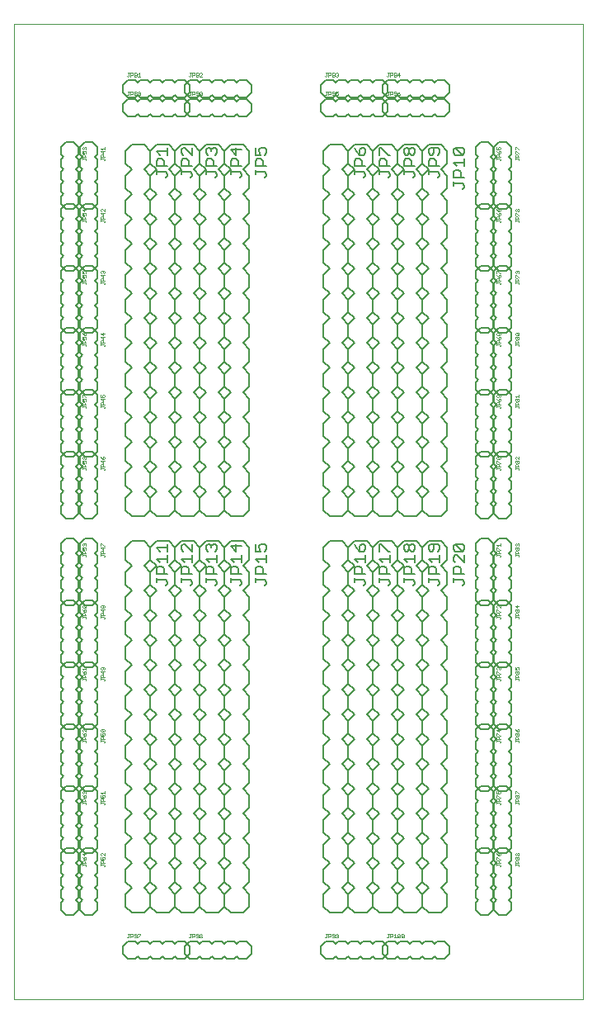
<source format=gto>
G75*
%MOIN*%
%OFA0B0*%
%FSLAX25Y25*%
%IPPOS*%
%LPD*%
%AMOC8*
5,1,8,0,0,1.08239X$1,22.5*
%
%ADD10C,0.00000*%
%ADD11C,0.00800*%
%ADD12C,0.00500*%
%ADD13C,0.00100*%
D10*
X0002550Y0001000D02*
X0002550Y0394701D01*
X0232471Y0394701D01*
X0232471Y0001000D01*
X0002550Y0001000D01*
D11*
X0047550Y0038500D02*
X0047550Y0043500D01*
X0050050Y0046000D01*
X0047550Y0048500D01*
X0047550Y0053500D01*
X0050050Y0056000D01*
X0047550Y0058500D01*
X0047550Y0063500D01*
X0050050Y0066000D01*
X0047550Y0068500D01*
X0047550Y0073500D01*
X0050050Y0076000D01*
X0047550Y0078500D01*
X0047550Y0083500D01*
X0050050Y0086000D01*
X0047550Y0088500D01*
X0047550Y0093500D01*
X0050050Y0096000D01*
X0047550Y0098500D01*
X0047550Y0103500D01*
X0050050Y0106000D01*
X0047550Y0108500D01*
X0047550Y0113500D01*
X0050050Y0116000D01*
X0047550Y0118500D01*
X0047550Y0123500D01*
X0050050Y0126000D01*
X0047550Y0128500D01*
X0047550Y0133500D01*
X0050050Y0136000D01*
X0047550Y0138500D01*
X0047550Y0143500D01*
X0050050Y0146000D01*
X0047550Y0148500D01*
X0047550Y0153500D01*
X0050050Y0156000D01*
X0047550Y0158500D01*
X0047550Y0163500D01*
X0050050Y0166000D01*
X0047550Y0168500D01*
X0047550Y0173500D01*
X0050050Y0176000D01*
X0047550Y0178500D01*
X0047550Y0183500D01*
X0050050Y0186000D01*
X0055050Y0186000D01*
X0057550Y0183500D01*
X0057550Y0178500D01*
X0060050Y0176000D01*
X0057550Y0173500D01*
X0057550Y0168500D01*
X0060050Y0166000D01*
X0057550Y0163500D01*
X0057550Y0158500D01*
X0060050Y0156000D01*
X0057550Y0153500D01*
X0057550Y0148500D01*
X0060050Y0146000D01*
X0057550Y0143500D01*
X0057550Y0138500D01*
X0060050Y0136000D01*
X0057550Y0133500D01*
X0057550Y0128500D01*
X0060050Y0126000D01*
X0057550Y0123500D01*
X0057550Y0118500D01*
X0060050Y0116000D01*
X0057550Y0113500D01*
X0057550Y0108500D01*
X0060050Y0106000D01*
X0057550Y0103500D01*
X0057550Y0098500D01*
X0060050Y0096000D01*
X0057550Y0093500D01*
X0057550Y0088500D01*
X0060050Y0086000D01*
X0057550Y0083500D01*
X0057550Y0078500D01*
X0060050Y0076000D01*
X0057550Y0073500D01*
X0057550Y0068500D01*
X0060050Y0066000D01*
X0057550Y0063500D01*
X0057550Y0058500D01*
X0060050Y0056000D01*
X0057550Y0053500D01*
X0057550Y0048500D01*
X0060050Y0046000D01*
X0057550Y0043500D01*
X0057550Y0038500D01*
X0060050Y0036000D01*
X0065050Y0036000D01*
X0067550Y0038500D01*
X0067550Y0043500D01*
X0070050Y0046000D01*
X0067550Y0048500D01*
X0067550Y0053500D01*
X0070050Y0056000D01*
X0067550Y0058500D01*
X0067550Y0063500D01*
X0070050Y0066000D01*
X0067550Y0068500D01*
X0067550Y0073500D01*
X0070050Y0076000D01*
X0067550Y0078500D01*
X0067550Y0083500D01*
X0070050Y0086000D01*
X0067550Y0088500D01*
X0067550Y0093500D01*
X0070050Y0096000D01*
X0067550Y0098500D01*
X0067550Y0103500D01*
X0070050Y0106000D01*
X0067550Y0108500D01*
X0067550Y0113500D01*
X0070050Y0116000D01*
X0067550Y0118500D01*
X0067550Y0123500D01*
X0070050Y0126000D01*
X0067550Y0128500D01*
X0067550Y0133500D01*
X0070050Y0136000D01*
X0067550Y0138500D01*
X0067550Y0143500D01*
X0070050Y0146000D01*
X0067550Y0148500D01*
X0067550Y0153500D01*
X0070050Y0156000D01*
X0067550Y0158500D01*
X0067550Y0163500D01*
X0070050Y0166000D01*
X0067550Y0168500D01*
X0067550Y0173500D01*
X0070050Y0176000D01*
X0067550Y0178500D01*
X0067550Y0183500D01*
X0070050Y0186000D01*
X0075050Y0186000D01*
X0077550Y0183500D01*
X0077550Y0178500D01*
X0080050Y0176000D01*
X0077550Y0173500D01*
X0077550Y0168500D01*
X0080050Y0166000D01*
X0077550Y0163500D01*
X0077550Y0158500D01*
X0080050Y0156000D01*
X0077550Y0153500D01*
X0077550Y0148500D01*
X0080050Y0146000D01*
X0077550Y0143500D01*
X0077550Y0138500D01*
X0080050Y0136000D01*
X0077550Y0133500D01*
X0077550Y0128500D01*
X0080050Y0126000D01*
X0077550Y0123500D01*
X0077550Y0118500D01*
X0080050Y0116000D01*
X0077550Y0113500D01*
X0077550Y0108500D01*
X0080050Y0106000D01*
X0077550Y0103500D01*
X0077550Y0098500D01*
X0080050Y0096000D01*
X0077550Y0093500D01*
X0077550Y0088500D01*
X0080050Y0086000D01*
X0077550Y0083500D01*
X0077550Y0078500D01*
X0080050Y0076000D01*
X0077550Y0073500D01*
X0077550Y0068500D01*
X0080050Y0066000D01*
X0077550Y0063500D01*
X0077550Y0058500D01*
X0080050Y0056000D01*
X0077550Y0053500D01*
X0077550Y0048500D01*
X0080050Y0046000D01*
X0077550Y0043500D01*
X0077550Y0038500D01*
X0080050Y0036000D01*
X0085050Y0036000D01*
X0087550Y0038500D01*
X0087550Y0043500D01*
X0090050Y0046000D01*
X0087550Y0048500D01*
X0087550Y0053500D01*
X0090050Y0056000D01*
X0087550Y0058500D01*
X0087550Y0063500D01*
X0090050Y0066000D01*
X0087550Y0068500D01*
X0087550Y0073500D01*
X0090050Y0076000D01*
X0087550Y0078500D01*
X0087550Y0083500D01*
X0090050Y0086000D01*
X0087550Y0088500D01*
X0087550Y0093500D01*
X0090050Y0096000D01*
X0087550Y0098500D01*
X0087550Y0103500D01*
X0090050Y0106000D01*
X0087550Y0108500D01*
X0087550Y0113500D01*
X0090050Y0116000D01*
X0087550Y0118500D01*
X0087550Y0123500D01*
X0090050Y0126000D01*
X0087550Y0128500D01*
X0087550Y0133500D01*
X0090050Y0136000D01*
X0087550Y0138500D01*
X0087550Y0143500D01*
X0090050Y0146000D01*
X0087550Y0148500D01*
X0087550Y0153500D01*
X0090050Y0156000D01*
X0087550Y0158500D01*
X0087550Y0163500D01*
X0090050Y0166000D01*
X0087550Y0168500D01*
X0087550Y0173500D01*
X0090050Y0176000D01*
X0087550Y0178500D01*
X0087550Y0183500D01*
X0090050Y0186000D01*
X0095050Y0186000D01*
X0097550Y0183500D01*
X0097550Y0178500D01*
X0095050Y0176000D01*
X0097550Y0173500D01*
X0097550Y0168500D01*
X0095050Y0166000D01*
X0097550Y0163500D01*
X0097550Y0158500D01*
X0095050Y0156000D01*
X0097550Y0153500D01*
X0097550Y0148500D01*
X0095050Y0146000D01*
X0097550Y0143500D01*
X0097550Y0138500D01*
X0095050Y0136000D01*
X0097550Y0133500D01*
X0097550Y0128500D01*
X0095050Y0126000D01*
X0097550Y0123500D01*
X0097550Y0118500D01*
X0095050Y0116000D01*
X0097550Y0113500D01*
X0097550Y0108500D01*
X0095050Y0106000D01*
X0097550Y0103500D01*
X0097550Y0098500D01*
X0095050Y0096000D01*
X0097550Y0093500D01*
X0097550Y0088500D01*
X0095050Y0086000D01*
X0097550Y0083500D01*
X0097550Y0078500D01*
X0095050Y0076000D01*
X0097550Y0073500D01*
X0097550Y0068500D01*
X0095050Y0066000D01*
X0097550Y0063500D01*
X0097550Y0058500D01*
X0095050Y0056000D01*
X0097550Y0053500D01*
X0097550Y0048500D01*
X0095050Y0046000D01*
X0097550Y0043500D01*
X0097550Y0038500D01*
X0095050Y0036000D01*
X0090050Y0036000D01*
X0087550Y0038500D01*
X0087550Y0043500D01*
X0085050Y0046000D01*
X0087550Y0048500D01*
X0087550Y0053500D01*
X0085050Y0056000D01*
X0087550Y0058500D01*
X0087550Y0063500D01*
X0085050Y0066000D01*
X0087550Y0068500D01*
X0087550Y0073500D01*
X0085050Y0076000D01*
X0087550Y0078500D01*
X0087550Y0083500D01*
X0085050Y0086000D01*
X0087550Y0088500D01*
X0087550Y0093500D01*
X0085050Y0096000D01*
X0087550Y0098500D01*
X0087550Y0103500D01*
X0085050Y0106000D01*
X0087550Y0108500D01*
X0087550Y0113500D01*
X0085050Y0116000D01*
X0087550Y0118500D01*
X0087550Y0123500D01*
X0085050Y0126000D01*
X0087550Y0128500D01*
X0087550Y0133500D01*
X0085050Y0136000D01*
X0087550Y0138500D01*
X0087550Y0143500D01*
X0085050Y0146000D01*
X0087550Y0148500D01*
X0087550Y0153500D01*
X0085050Y0156000D01*
X0087550Y0158500D01*
X0087550Y0163500D01*
X0085050Y0166000D01*
X0087550Y0168500D01*
X0087550Y0173500D01*
X0085050Y0176000D01*
X0087550Y0178500D01*
X0087550Y0183500D01*
X0085050Y0186000D01*
X0080050Y0186000D01*
X0077550Y0183500D01*
X0077550Y0178500D01*
X0075050Y0176000D01*
X0077550Y0173500D01*
X0077550Y0168500D01*
X0075050Y0166000D01*
X0077550Y0163500D01*
X0077550Y0158500D01*
X0075050Y0156000D01*
X0077550Y0153500D01*
X0077550Y0148500D01*
X0075050Y0146000D01*
X0077550Y0143500D01*
X0077550Y0138500D01*
X0075050Y0136000D01*
X0077550Y0133500D01*
X0077550Y0128500D01*
X0075050Y0126000D01*
X0077550Y0123500D01*
X0077550Y0118500D01*
X0075050Y0116000D01*
X0077550Y0113500D01*
X0077550Y0108500D01*
X0075050Y0106000D01*
X0077550Y0103500D01*
X0077550Y0098500D01*
X0075050Y0096000D01*
X0077550Y0093500D01*
X0077550Y0088500D01*
X0075050Y0086000D01*
X0077550Y0083500D01*
X0077550Y0078500D01*
X0075050Y0076000D01*
X0077550Y0073500D01*
X0077550Y0068500D01*
X0075050Y0066000D01*
X0077550Y0063500D01*
X0077550Y0058500D01*
X0075050Y0056000D01*
X0077550Y0053500D01*
X0077550Y0048500D01*
X0075050Y0046000D01*
X0077550Y0043500D01*
X0077550Y0038500D01*
X0075050Y0036000D01*
X0070050Y0036000D01*
X0067550Y0038500D01*
X0067550Y0043500D01*
X0065050Y0046000D01*
X0067550Y0048500D01*
X0067550Y0053500D01*
X0065050Y0056000D01*
X0067550Y0058500D01*
X0067550Y0063500D01*
X0065050Y0066000D01*
X0067550Y0068500D01*
X0067550Y0073500D01*
X0065050Y0076000D01*
X0067550Y0078500D01*
X0067550Y0083500D01*
X0065050Y0086000D01*
X0067550Y0088500D01*
X0067550Y0093500D01*
X0065050Y0096000D01*
X0067550Y0098500D01*
X0067550Y0103500D01*
X0065050Y0106000D01*
X0067550Y0108500D01*
X0067550Y0113500D01*
X0065050Y0116000D01*
X0067550Y0118500D01*
X0067550Y0123500D01*
X0065050Y0126000D01*
X0067550Y0128500D01*
X0067550Y0133500D01*
X0065050Y0136000D01*
X0067550Y0138500D01*
X0067550Y0143500D01*
X0065050Y0146000D01*
X0067550Y0148500D01*
X0067550Y0153500D01*
X0065050Y0156000D01*
X0067550Y0158500D01*
X0067550Y0163500D01*
X0065050Y0166000D01*
X0067550Y0168500D01*
X0067550Y0173500D01*
X0065050Y0176000D01*
X0067550Y0178500D01*
X0067550Y0183500D01*
X0065050Y0186000D01*
X0060050Y0186000D01*
X0057550Y0183500D01*
X0057550Y0178500D01*
X0055050Y0176000D01*
X0057550Y0173500D01*
X0057550Y0168500D01*
X0055050Y0166000D01*
X0057550Y0163500D01*
X0057550Y0158500D01*
X0055050Y0156000D01*
X0057550Y0153500D01*
X0057550Y0148500D01*
X0055050Y0146000D01*
X0057550Y0143500D01*
X0057550Y0138500D01*
X0055050Y0136000D01*
X0057550Y0133500D01*
X0057550Y0128500D01*
X0055050Y0126000D01*
X0057550Y0123500D01*
X0057550Y0118500D01*
X0055050Y0116000D01*
X0057550Y0113500D01*
X0057550Y0108500D01*
X0055050Y0106000D01*
X0057550Y0103500D01*
X0057550Y0098500D01*
X0055050Y0096000D01*
X0057550Y0093500D01*
X0057550Y0088500D01*
X0055050Y0086000D01*
X0057550Y0083500D01*
X0057550Y0078500D01*
X0055050Y0076000D01*
X0057550Y0073500D01*
X0057550Y0068500D01*
X0055050Y0066000D01*
X0057550Y0063500D01*
X0057550Y0058500D01*
X0055050Y0056000D01*
X0057550Y0053500D01*
X0057550Y0048500D01*
X0055050Y0046000D01*
X0057550Y0043500D01*
X0057550Y0038500D01*
X0055050Y0036000D01*
X0050050Y0036000D01*
X0047550Y0038500D01*
X0127550Y0038500D02*
X0127550Y0043500D01*
X0130050Y0046000D01*
X0127550Y0048500D01*
X0127550Y0053500D01*
X0130050Y0056000D01*
X0127550Y0058500D01*
X0127550Y0063500D01*
X0130050Y0066000D01*
X0127550Y0068500D01*
X0127550Y0073500D01*
X0130050Y0076000D01*
X0127550Y0078500D01*
X0127550Y0083500D01*
X0130050Y0086000D01*
X0127550Y0088500D01*
X0127550Y0093500D01*
X0130050Y0096000D01*
X0127550Y0098500D01*
X0127550Y0103500D01*
X0130050Y0106000D01*
X0127550Y0108500D01*
X0127550Y0113500D01*
X0130050Y0116000D01*
X0127550Y0118500D01*
X0127550Y0123500D01*
X0130050Y0126000D01*
X0127550Y0128500D01*
X0127550Y0133500D01*
X0130050Y0136000D01*
X0127550Y0138500D01*
X0127550Y0143500D01*
X0130050Y0146000D01*
X0127550Y0148500D01*
X0127550Y0153500D01*
X0130050Y0156000D01*
X0127550Y0158500D01*
X0127550Y0163500D01*
X0130050Y0166000D01*
X0127550Y0168500D01*
X0127550Y0173500D01*
X0130050Y0176000D01*
X0127550Y0178500D01*
X0127550Y0183500D01*
X0130050Y0186000D01*
X0135050Y0186000D01*
X0137550Y0183500D01*
X0137550Y0178500D01*
X0140050Y0176000D01*
X0137550Y0173500D01*
X0137550Y0168500D01*
X0140050Y0166000D01*
X0137550Y0163500D01*
X0137550Y0158500D01*
X0140050Y0156000D01*
X0137550Y0153500D01*
X0137550Y0148500D01*
X0140050Y0146000D01*
X0137550Y0143500D01*
X0137550Y0138500D01*
X0140050Y0136000D01*
X0137550Y0133500D01*
X0137550Y0128500D01*
X0140050Y0126000D01*
X0137550Y0123500D01*
X0137550Y0118500D01*
X0140050Y0116000D01*
X0137550Y0113500D01*
X0137550Y0108500D01*
X0140050Y0106000D01*
X0137550Y0103500D01*
X0137550Y0098500D01*
X0140050Y0096000D01*
X0137550Y0093500D01*
X0137550Y0088500D01*
X0140050Y0086000D01*
X0137550Y0083500D01*
X0137550Y0078500D01*
X0140050Y0076000D01*
X0137550Y0073500D01*
X0137550Y0068500D01*
X0140050Y0066000D01*
X0137550Y0063500D01*
X0137550Y0058500D01*
X0140050Y0056000D01*
X0137550Y0053500D01*
X0137550Y0048500D01*
X0140050Y0046000D01*
X0137550Y0043500D01*
X0137550Y0038500D01*
X0140050Y0036000D01*
X0145050Y0036000D01*
X0147550Y0038500D01*
X0147550Y0043500D01*
X0150050Y0046000D01*
X0147550Y0048500D01*
X0147550Y0053500D01*
X0150050Y0056000D01*
X0147550Y0058500D01*
X0147550Y0063500D01*
X0150050Y0066000D01*
X0147550Y0068500D01*
X0147550Y0073500D01*
X0150050Y0076000D01*
X0147550Y0078500D01*
X0147550Y0083500D01*
X0150050Y0086000D01*
X0147550Y0088500D01*
X0147550Y0093500D01*
X0150050Y0096000D01*
X0147550Y0098500D01*
X0147550Y0103500D01*
X0150050Y0106000D01*
X0147550Y0108500D01*
X0147550Y0113500D01*
X0150050Y0116000D01*
X0147550Y0118500D01*
X0147550Y0123500D01*
X0150050Y0126000D01*
X0147550Y0128500D01*
X0147550Y0133500D01*
X0150050Y0136000D01*
X0147550Y0138500D01*
X0147550Y0143500D01*
X0150050Y0146000D01*
X0147550Y0148500D01*
X0147550Y0153500D01*
X0150050Y0156000D01*
X0147550Y0158500D01*
X0147550Y0163500D01*
X0150050Y0166000D01*
X0147550Y0168500D01*
X0147550Y0173500D01*
X0150050Y0176000D01*
X0147550Y0178500D01*
X0147550Y0183500D01*
X0150050Y0186000D01*
X0155050Y0186000D01*
X0157550Y0183500D01*
X0157550Y0178500D01*
X0160050Y0176000D01*
X0157550Y0173500D01*
X0157550Y0168500D01*
X0160050Y0166000D01*
X0157550Y0163500D01*
X0157550Y0158500D01*
X0160050Y0156000D01*
X0157550Y0153500D01*
X0157550Y0148500D01*
X0160050Y0146000D01*
X0157550Y0143500D01*
X0157550Y0138500D01*
X0160050Y0136000D01*
X0157550Y0133500D01*
X0157550Y0128500D01*
X0160050Y0126000D01*
X0157550Y0123500D01*
X0157550Y0118500D01*
X0160050Y0116000D01*
X0157550Y0113500D01*
X0157550Y0108500D01*
X0160050Y0106000D01*
X0157550Y0103500D01*
X0157550Y0098500D01*
X0160050Y0096000D01*
X0157550Y0093500D01*
X0157550Y0088500D01*
X0160050Y0086000D01*
X0157550Y0083500D01*
X0157550Y0078500D01*
X0160050Y0076000D01*
X0157550Y0073500D01*
X0157550Y0068500D01*
X0160050Y0066000D01*
X0157550Y0063500D01*
X0157550Y0058500D01*
X0160050Y0056000D01*
X0157550Y0053500D01*
X0157550Y0048500D01*
X0160050Y0046000D01*
X0157550Y0043500D01*
X0157550Y0038500D01*
X0160050Y0036000D01*
X0165050Y0036000D01*
X0167550Y0038500D01*
X0167550Y0043500D01*
X0170050Y0046000D01*
X0167550Y0048500D01*
X0167550Y0053500D01*
X0170050Y0056000D01*
X0167550Y0058500D01*
X0167550Y0063500D01*
X0170050Y0066000D01*
X0167550Y0068500D01*
X0167550Y0073500D01*
X0170050Y0076000D01*
X0167550Y0078500D01*
X0167550Y0083500D01*
X0170050Y0086000D01*
X0167550Y0088500D01*
X0167550Y0093500D01*
X0170050Y0096000D01*
X0167550Y0098500D01*
X0167550Y0103500D01*
X0170050Y0106000D01*
X0167550Y0108500D01*
X0167550Y0113500D01*
X0170050Y0116000D01*
X0167550Y0118500D01*
X0167550Y0123500D01*
X0170050Y0126000D01*
X0167550Y0128500D01*
X0167550Y0133500D01*
X0170050Y0136000D01*
X0167550Y0138500D01*
X0167550Y0143500D01*
X0170050Y0146000D01*
X0167550Y0148500D01*
X0167550Y0153500D01*
X0170050Y0156000D01*
X0167550Y0158500D01*
X0167550Y0163500D01*
X0170050Y0166000D01*
X0167550Y0168500D01*
X0167550Y0173500D01*
X0170050Y0176000D01*
X0167550Y0178500D01*
X0167550Y0183500D01*
X0170050Y0186000D01*
X0175050Y0186000D01*
X0177550Y0183500D01*
X0177550Y0178500D01*
X0175050Y0176000D01*
X0177550Y0173500D01*
X0177550Y0168500D01*
X0175050Y0166000D01*
X0177550Y0163500D01*
X0177550Y0158500D01*
X0175050Y0156000D01*
X0177550Y0153500D01*
X0177550Y0148500D01*
X0175050Y0146000D01*
X0177550Y0143500D01*
X0177550Y0138500D01*
X0175050Y0136000D01*
X0177550Y0133500D01*
X0177550Y0128500D01*
X0175050Y0126000D01*
X0177550Y0123500D01*
X0177550Y0118500D01*
X0175050Y0116000D01*
X0177550Y0113500D01*
X0177550Y0108500D01*
X0175050Y0106000D01*
X0177550Y0103500D01*
X0177550Y0098500D01*
X0175050Y0096000D01*
X0177550Y0093500D01*
X0177550Y0088500D01*
X0175050Y0086000D01*
X0177550Y0083500D01*
X0177550Y0078500D01*
X0175050Y0076000D01*
X0177550Y0073500D01*
X0177550Y0068500D01*
X0175050Y0066000D01*
X0177550Y0063500D01*
X0177550Y0058500D01*
X0175050Y0056000D01*
X0177550Y0053500D01*
X0177550Y0048500D01*
X0175050Y0046000D01*
X0177550Y0043500D01*
X0177550Y0038500D01*
X0175050Y0036000D01*
X0170050Y0036000D01*
X0167550Y0038500D01*
X0167550Y0043500D01*
X0165050Y0046000D01*
X0167550Y0048500D01*
X0167550Y0053500D01*
X0165050Y0056000D01*
X0167550Y0058500D01*
X0167550Y0063500D01*
X0165050Y0066000D01*
X0167550Y0068500D01*
X0167550Y0073500D01*
X0165050Y0076000D01*
X0167550Y0078500D01*
X0167550Y0083500D01*
X0165050Y0086000D01*
X0167550Y0088500D01*
X0167550Y0093500D01*
X0165050Y0096000D01*
X0167550Y0098500D01*
X0167550Y0103500D01*
X0165050Y0106000D01*
X0167550Y0108500D01*
X0167550Y0113500D01*
X0165050Y0116000D01*
X0167550Y0118500D01*
X0167550Y0123500D01*
X0165050Y0126000D01*
X0167550Y0128500D01*
X0167550Y0133500D01*
X0165050Y0136000D01*
X0167550Y0138500D01*
X0167550Y0143500D01*
X0165050Y0146000D01*
X0167550Y0148500D01*
X0167550Y0153500D01*
X0165050Y0156000D01*
X0167550Y0158500D01*
X0167550Y0163500D01*
X0165050Y0166000D01*
X0167550Y0168500D01*
X0167550Y0173500D01*
X0165050Y0176000D01*
X0167550Y0178500D01*
X0167550Y0183500D01*
X0165050Y0186000D01*
X0160050Y0186000D01*
X0157550Y0183500D01*
X0157550Y0178500D01*
X0155050Y0176000D01*
X0157550Y0173500D01*
X0157550Y0168500D01*
X0155050Y0166000D01*
X0157550Y0163500D01*
X0157550Y0158500D01*
X0155050Y0156000D01*
X0157550Y0153500D01*
X0157550Y0148500D01*
X0155050Y0146000D01*
X0157550Y0143500D01*
X0157550Y0138500D01*
X0155050Y0136000D01*
X0157550Y0133500D01*
X0157550Y0128500D01*
X0155050Y0126000D01*
X0157550Y0123500D01*
X0157550Y0118500D01*
X0155050Y0116000D01*
X0157550Y0113500D01*
X0157550Y0108500D01*
X0155050Y0106000D01*
X0157550Y0103500D01*
X0157550Y0098500D01*
X0155050Y0096000D01*
X0157550Y0093500D01*
X0157550Y0088500D01*
X0155050Y0086000D01*
X0157550Y0083500D01*
X0157550Y0078500D01*
X0155050Y0076000D01*
X0157550Y0073500D01*
X0157550Y0068500D01*
X0155050Y0066000D01*
X0157550Y0063500D01*
X0157550Y0058500D01*
X0155050Y0056000D01*
X0157550Y0053500D01*
X0157550Y0048500D01*
X0155050Y0046000D01*
X0157550Y0043500D01*
X0157550Y0038500D01*
X0155050Y0036000D01*
X0150050Y0036000D01*
X0147550Y0038500D01*
X0147550Y0043500D01*
X0145050Y0046000D01*
X0147550Y0048500D01*
X0147550Y0053500D01*
X0145050Y0056000D01*
X0147550Y0058500D01*
X0147550Y0063500D01*
X0145050Y0066000D01*
X0147550Y0068500D01*
X0147550Y0073500D01*
X0145050Y0076000D01*
X0147550Y0078500D01*
X0147550Y0083500D01*
X0145050Y0086000D01*
X0147550Y0088500D01*
X0147550Y0093500D01*
X0145050Y0096000D01*
X0147550Y0098500D01*
X0147550Y0103500D01*
X0145050Y0106000D01*
X0147550Y0108500D01*
X0147550Y0113500D01*
X0145050Y0116000D01*
X0147550Y0118500D01*
X0147550Y0123500D01*
X0145050Y0126000D01*
X0147550Y0128500D01*
X0147550Y0133500D01*
X0145050Y0136000D01*
X0147550Y0138500D01*
X0147550Y0143500D01*
X0145050Y0146000D01*
X0147550Y0148500D01*
X0147550Y0153500D01*
X0145050Y0156000D01*
X0147550Y0158500D01*
X0147550Y0163500D01*
X0145050Y0166000D01*
X0147550Y0168500D01*
X0147550Y0173500D01*
X0145050Y0176000D01*
X0147550Y0178500D01*
X0147550Y0183500D01*
X0145050Y0186000D01*
X0140050Y0186000D01*
X0137550Y0183500D01*
X0137550Y0178500D01*
X0135050Y0176000D01*
X0137550Y0173500D01*
X0137550Y0168500D01*
X0135050Y0166000D01*
X0137550Y0163500D01*
X0137550Y0158500D01*
X0135050Y0156000D01*
X0137550Y0153500D01*
X0137550Y0148500D01*
X0135050Y0146000D01*
X0137550Y0143500D01*
X0137550Y0138500D01*
X0135050Y0136000D01*
X0137550Y0133500D01*
X0137550Y0128500D01*
X0135050Y0126000D01*
X0137550Y0123500D01*
X0137550Y0118500D01*
X0135050Y0116000D01*
X0137550Y0113500D01*
X0137550Y0108500D01*
X0135050Y0106000D01*
X0137550Y0103500D01*
X0137550Y0098500D01*
X0135050Y0096000D01*
X0137550Y0093500D01*
X0137550Y0088500D01*
X0135050Y0086000D01*
X0137550Y0083500D01*
X0137550Y0078500D01*
X0135050Y0076000D01*
X0137550Y0073500D01*
X0137550Y0068500D01*
X0135050Y0066000D01*
X0137550Y0063500D01*
X0137550Y0058500D01*
X0135050Y0056000D01*
X0137550Y0053500D01*
X0137550Y0048500D01*
X0135050Y0046000D01*
X0137550Y0043500D01*
X0137550Y0038500D01*
X0135050Y0036000D01*
X0130050Y0036000D01*
X0127550Y0038500D01*
X0130050Y0196000D02*
X0127550Y0198500D01*
X0127550Y0203500D01*
X0130050Y0206000D01*
X0127550Y0208500D01*
X0127550Y0213500D01*
X0130050Y0216000D01*
X0127550Y0218500D01*
X0127550Y0223500D01*
X0130050Y0226000D01*
X0127550Y0228500D01*
X0127550Y0233500D01*
X0130050Y0236000D01*
X0127550Y0238500D01*
X0127550Y0243500D01*
X0130050Y0246000D01*
X0127550Y0248500D01*
X0127550Y0253500D01*
X0130050Y0256000D01*
X0127550Y0258500D01*
X0127550Y0263500D01*
X0130050Y0266000D01*
X0127550Y0268500D01*
X0127550Y0273500D01*
X0130050Y0276000D01*
X0127550Y0278500D01*
X0127550Y0283500D01*
X0130050Y0286000D01*
X0127550Y0288500D01*
X0127550Y0293500D01*
X0130050Y0296000D01*
X0127550Y0298500D01*
X0127550Y0303500D01*
X0130050Y0306000D01*
X0127550Y0308500D01*
X0127550Y0313500D01*
X0130050Y0316000D01*
X0127550Y0318500D01*
X0127550Y0323500D01*
X0130050Y0326000D01*
X0127550Y0328500D01*
X0127550Y0333500D01*
X0130050Y0336000D01*
X0127550Y0338500D01*
X0127550Y0343500D01*
X0130050Y0346000D01*
X0135050Y0346000D01*
X0137550Y0343500D01*
X0137550Y0338500D01*
X0140050Y0336000D01*
X0137550Y0333500D01*
X0137550Y0328500D01*
X0140050Y0326000D01*
X0137550Y0323500D01*
X0137550Y0318500D01*
X0140050Y0316000D01*
X0137550Y0313500D01*
X0137550Y0308500D01*
X0140050Y0306000D01*
X0137550Y0303500D01*
X0137550Y0298500D01*
X0140050Y0296000D01*
X0137550Y0293500D01*
X0137550Y0288500D01*
X0140050Y0286000D01*
X0137550Y0283500D01*
X0137550Y0278500D01*
X0140050Y0276000D01*
X0137550Y0273500D01*
X0137550Y0268500D01*
X0140050Y0266000D01*
X0137550Y0263500D01*
X0137550Y0258500D01*
X0140050Y0256000D01*
X0137550Y0253500D01*
X0137550Y0248500D01*
X0140050Y0246000D01*
X0137550Y0243500D01*
X0137550Y0238500D01*
X0140050Y0236000D01*
X0137550Y0233500D01*
X0137550Y0228500D01*
X0140050Y0226000D01*
X0137550Y0223500D01*
X0137550Y0218500D01*
X0140050Y0216000D01*
X0137550Y0213500D01*
X0137550Y0208500D01*
X0140050Y0206000D01*
X0137550Y0203500D01*
X0137550Y0198500D01*
X0140050Y0196000D01*
X0145050Y0196000D01*
X0147550Y0198500D01*
X0147550Y0203500D01*
X0150050Y0206000D01*
X0147550Y0208500D01*
X0147550Y0213500D01*
X0150050Y0216000D01*
X0147550Y0218500D01*
X0147550Y0223500D01*
X0150050Y0226000D01*
X0147550Y0228500D01*
X0147550Y0233500D01*
X0150050Y0236000D01*
X0147550Y0238500D01*
X0147550Y0243500D01*
X0150050Y0246000D01*
X0147550Y0248500D01*
X0147550Y0253500D01*
X0150050Y0256000D01*
X0147550Y0258500D01*
X0147550Y0263500D01*
X0150050Y0266000D01*
X0147550Y0268500D01*
X0147550Y0273500D01*
X0150050Y0276000D01*
X0147550Y0278500D01*
X0147550Y0283500D01*
X0150050Y0286000D01*
X0147550Y0288500D01*
X0147550Y0293500D01*
X0150050Y0296000D01*
X0147550Y0298500D01*
X0147550Y0303500D01*
X0150050Y0306000D01*
X0147550Y0308500D01*
X0147550Y0313500D01*
X0150050Y0316000D01*
X0147550Y0318500D01*
X0147550Y0323500D01*
X0150050Y0326000D01*
X0147550Y0328500D01*
X0147550Y0333500D01*
X0150050Y0336000D01*
X0147550Y0338500D01*
X0147550Y0343500D01*
X0150050Y0346000D01*
X0155050Y0346000D01*
X0157550Y0343500D01*
X0157550Y0338500D01*
X0160050Y0336000D01*
X0157550Y0333500D01*
X0157550Y0328500D01*
X0160050Y0326000D01*
X0157550Y0323500D01*
X0157550Y0318500D01*
X0160050Y0316000D01*
X0157550Y0313500D01*
X0157550Y0308500D01*
X0160050Y0306000D01*
X0157550Y0303500D01*
X0157550Y0298500D01*
X0160050Y0296000D01*
X0157550Y0293500D01*
X0157550Y0288500D01*
X0160050Y0286000D01*
X0157550Y0283500D01*
X0157550Y0278500D01*
X0160050Y0276000D01*
X0157550Y0273500D01*
X0157550Y0268500D01*
X0160050Y0266000D01*
X0157550Y0263500D01*
X0157550Y0258500D01*
X0160050Y0256000D01*
X0157550Y0253500D01*
X0157550Y0248500D01*
X0160050Y0246000D01*
X0157550Y0243500D01*
X0157550Y0238500D01*
X0160050Y0236000D01*
X0157550Y0233500D01*
X0157550Y0228500D01*
X0160050Y0226000D01*
X0157550Y0223500D01*
X0157550Y0218500D01*
X0160050Y0216000D01*
X0157550Y0213500D01*
X0157550Y0208500D01*
X0160050Y0206000D01*
X0157550Y0203500D01*
X0157550Y0198500D01*
X0160050Y0196000D01*
X0165050Y0196000D01*
X0167550Y0198500D01*
X0167550Y0203500D01*
X0170050Y0206000D01*
X0167550Y0208500D01*
X0167550Y0213500D01*
X0170050Y0216000D01*
X0167550Y0218500D01*
X0167550Y0223500D01*
X0170050Y0226000D01*
X0167550Y0228500D01*
X0167550Y0233500D01*
X0170050Y0236000D01*
X0167550Y0238500D01*
X0167550Y0243500D01*
X0170050Y0246000D01*
X0167550Y0248500D01*
X0167550Y0253500D01*
X0170050Y0256000D01*
X0167550Y0258500D01*
X0167550Y0263500D01*
X0170050Y0266000D01*
X0167550Y0268500D01*
X0167550Y0273500D01*
X0170050Y0276000D01*
X0167550Y0278500D01*
X0167550Y0283500D01*
X0170050Y0286000D01*
X0167550Y0288500D01*
X0167550Y0293500D01*
X0170050Y0296000D01*
X0167550Y0298500D01*
X0167550Y0303500D01*
X0170050Y0306000D01*
X0167550Y0308500D01*
X0167550Y0313500D01*
X0170050Y0316000D01*
X0167550Y0318500D01*
X0167550Y0323500D01*
X0170050Y0326000D01*
X0167550Y0328500D01*
X0167550Y0333500D01*
X0170050Y0336000D01*
X0167550Y0338500D01*
X0167550Y0343500D01*
X0170050Y0346000D01*
X0175050Y0346000D01*
X0177550Y0343500D01*
X0177550Y0338500D01*
X0175050Y0336000D01*
X0177550Y0333500D01*
X0177550Y0328500D01*
X0175050Y0326000D01*
X0177550Y0323500D01*
X0177550Y0318500D01*
X0175050Y0316000D01*
X0177550Y0313500D01*
X0177550Y0308500D01*
X0175050Y0306000D01*
X0177550Y0303500D01*
X0177550Y0298500D01*
X0175050Y0296000D01*
X0177550Y0293500D01*
X0177550Y0288500D01*
X0175050Y0286000D01*
X0177550Y0283500D01*
X0177550Y0278500D01*
X0175050Y0276000D01*
X0177550Y0273500D01*
X0177550Y0268500D01*
X0175050Y0266000D01*
X0177550Y0263500D01*
X0177550Y0258500D01*
X0175050Y0256000D01*
X0177550Y0253500D01*
X0177550Y0248500D01*
X0175050Y0246000D01*
X0177550Y0243500D01*
X0177550Y0238500D01*
X0175050Y0236000D01*
X0177550Y0233500D01*
X0177550Y0228500D01*
X0175050Y0226000D01*
X0177550Y0223500D01*
X0177550Y0218500D01*
X0175050Y0216000D01*
X0177550Y0213500D01*
X0177550Y0208500D01*
X0175050Y0206000D01*
X0177550Y0203500D01*
X0177550Y0198500D01*
X0175050Y0196000D01*
X0170050Y0196000D01*
X0167550Y0198500D01*
X0167550Y0203500D01*
X0165050Y0206000D01*
X0167550Y0208500D01*
X0167550Y0213500D01*
X0165050Y0216000D01*
X0167550Y0218500D01*
X0167550Y0223500D01*
X0165050Y0226000D01*
X0167550Y0228500D01*
X0167550Y0233500D01*
X0165050Y0236000D01*
X0167550Y0238500D01*
X0167550Y0243500D01*
X0165050Y0246000D01*
X0167550Y0248500D01*
X0167550Y0253500D01*
X0165050Y0256000D01*
X0167550Y0258500D01*
X0167550Y0263500D01*
X0165050Y0266000D01*
X0167550Y0268500D01*
X0167550Y0273500D01*
X0165050Y0276000D01*
X0167550Y0278500D01*
X0167550Y0283500D01*
X0165050Y0286000D01*
X0167550Y0288500D01*
X0167550Y0293500D01*
X0165050Y0296000D01*
X0167550Y0298500D01*
X0167550Y0303500D01*
X0165050Y0306000D01*
X0167550Y0308500D01*
X0167550Y0313500D01*
X0165050Y0316000D01*
X0167550Y0318500D01*
X0167550Y0323500D01*
X0165050Y0326000D01*
X0167550Y0328500D01*
X0167550Y0333500D01*
X0165050Y0336000D01*
X0167550Y0338500D01*
X0167550Y0343500D01*
X0165050Y0346000D01*
X0160050Y0346000D01*
X0157550Y0343500D01*
X0157550Y0338500D01*
X0155050Y0336000D01*
X0157550Y0333500D01*
X0157550Y0328500D01*
X0155050Y0326000D01*
X0157550Y0323500D01*
X0157550Y0318500D01*
X0155050Y0316000D01*
X0157550Y0313500D01*
X0157550Y0308500D01*
X0155050Y0306000D01*
X0157550Y0303500D01*
X0157550Y0298500D01*
X0155050Y0296000D01*
X0157550Y0293500D01*
X0157550Y0288500D01*
X0155050Y0286000D01*
X0157550Y0283500D01*
X0157550Y0278500D01*
X0155050Y0276000D01*
X0157550Y0273500D01*
X0157550Y0268500D01*
X0155050Y0266000D01*
X0157550Y0263500D01*
X0157550Y0258500D01*
X0155050Y0256000D01*
X0157550Y0253500D01*
X0157550Y0248500D01*
X0155050Y0246000D01*
X0157550Y0243500D01*
X0157550Y0238500D01*
X0155050Y0236000D01*
X0157550Y0233500D01*
X0157550Y0228500D01*
X0155050Y0226000D01*
X0157550Y0223500D01*
X0157550Y0218500D01*
X0155050Y0216000D01*
X0157550Y0213500D01*
X0157550Y0208500D01*
X0155050Y0206000D01*
X0157550Y0203500D01*
X0157550Y0198500D01*
X0155050Y0196000D01*
X0150050Y0196000D01*
X0147550Y0198500D01*
X0147550Y0203500D01*
X0145050Y0206000D01*
X0147550Y0208500D01*
X0147550Y0213500D01*
X0145050Y0216000D01*
X0147550Y0218500D01*
X0147550Y0223500D01*
X0145050Y0226000D01*
X0147550Y0228500D01*
X0147550Y0233500D01*
X0145050Y0236000D01*
X0147550Y0238500D01*
X0147550Y0243500D01*
X0145050Y0246000D01*
X0147550Y0248500D01*
X0147550Y0253500D01*
X0145050Y0256000D01*
X0147550Y0258500D01*
X0147550Y0263500D01*
X0145050Y0266000D01*
X0147550Y0268500D01*
X0147550Y0273500D01*
X0145050Y0276000D01*
X0147550Y0278500D01*
X0147550Y0283500D01*
X0145050Y0286000D01*
X0147550Y0288500D01*
X0147550Y0293500D01*
X0145050Y0296000D01*
X0147550Y0298500D01*
X0147550Y0303500D01*
X0145050Y0306000D01*
X0147550Y0308500D01*
X0147550Y0313500D01*
X0145050Y0316000D01*
X0147550Y0318500D01*
X0147550Y0323500D01*
X0145050Y0326000D01*
X0147550Y0328500D01*
X0147550Y0333500D01*
X0145050Y0336000D01*
X0147550Y0338500D01*
X0147550Y0343500D01*
X0145050Y0346000D01*
X0140050Y0346000D01*
X0137550Y0343500D01*
X0137550Y0338500D01*
X0135050Y0336000D01*
X0137550Y0333500D01*
X0137550Y0328500D01*
X0135050Y0326000D01*
X0137550Y0323500D01*
X0137550Y0318500D01*
X0135050Y0316000D01*
X0137550Y0313500D01*
X0137550Y0308500D01*
X0135050Y0306000D01*
X0137550Y0303500D01*
X0137550Y0298500D01*
X0135050Y0296000D01*
X0137550Y0293500D01*
X0137550Y0288500D01*
X0135050Y0286000D01*
X0137550Y0283500D01*
X0137550Y0278500D01*
X0135050Y0276000D01*
X0137550Y0273500D01*
X0137550Y0268500D01*
X0135050Y0266000D01*
X0137550Y0263500D01*
X0137550Y0258500D01*
X0135050Y0256000D01*
X0137550Y0253500D01*
X0137550Y0248500D01*
X0135050Y0246000D01*
X0137550Y0243500D01*
X0137550Y0238500D01*
X0135050Y0236000D01*
X0137550Y0233500D01*
X0137550Y0228500D01*
X0135050Y0226000D01*
X0137550Y0223500D01*
X0137550Y0218500D01*
X0135050Y0216000D01*
X0137550Y0213500D01*
X0137550Y0208500D01*
X0135050Y0206000D01*
X0137550Y0203500D01*
X0137550Y0198500D01*
X0135050Y0196000D01*
X0130050Y0196000D01*
X0097550Y0198500D02*
X0095050Y0196000D01*
X0090050Y0196000D01*
X0087550Y0198500D01*
X0087550Y0203500D01*
X0090050Y0206000D01*
X0087550Y0208500D01*
X0087550Y0213500D01*
X0090050Y0216000D01*
X0087550Y0218500D01*
X0087550Y0223500D01*
X0090050Y0226000D01*
X0087550Y0228500D01*
X0087550Y0233500D01*
X0090050Y0236000D01*
X0087550Y0238500D01*
X0087550Y0243500D01*
X0090050Y0246000D01*
X0087550Y0248500D01*
X0087550Y0253500D01*
X0090050Y0256000D01*
X0087550Y0258500D01*
X0087550Y0263500D01*
X0090050Y0266000D01*
X0087550Y0268500D01*
X0087550Y0273500D01*
X0090050Y0276000D01*
X0087550Y0278500D01*
X0087550Y0283500D01*
X0090050Y0286000D01*
X0087550Y0288500D01*
X0087550Y0293500D01*
X0090050Y0296000D01*
X0087550Y0298500D01*
X0087550Y0303500D01*
X0090050Y0306000D01*
X0087550Y0308500D01*
X0087550Y0313500D01*
X0090050Y0316000D01*
X0087550Y0318500D01*
X0087550Y0323500D01*
X0090050Y0326000D01*
X0087550Y0328500D01*
X0087550Y0333500D01*
X0090050Y0336000D01*
X0087550Y0338500D01*
X0087550Y0343500D01*
X0090050Y0346000D01*
X0095050Y0346000D01*
X0097550Y0343500D01*
X0097550Y0338500D01*
X0095050Y0336000D01*
X0097550Y0333500D01*
X0097550Y0328500D01*
X0095050Y0326000D01*
X0097550Y0323500D01*
X0097550Y0318500D01*
X0095050Y0316000D01*
X0097550Y0313500D01*
X0097550Y0308500D01*
X0095050Y0306000D01*
X0097550Y0303500D01*
X0097550Y0298500D01*
X0095050Y0296000D01*
X0097550Y0293500D01*
X0097550Y0288500D01*
X0095050Y0286000D01*
X0097550Y0283500D01*
X0097550Y0278500D01*
X0095050Y0276000D01*
X0097550Y0273500D01*
X0097550Y0268500D01*
X0095050Y0266000D01*
X0097550Y0263500D01*
X0097550Y0258500D01*
X0095050Y0256000D01*
X0097550Y0253500D01*
X0097550Y0248500D01*
X0095050Y0246000D01*
X0097550Y0243500D01*
X0097550Y0238500D01*
X0095050Y0236000D01*
X0097550Y0233500D01*
X0097550Y0228500D01*
X0095050Y0226000D01*
X0097550Y0223500D01*
X0097550Y0218500D01*
X0095050Y0216000D01*
X0097550Y0213500D01*
X0097550Y0208500D01*
X0095050Y0206000D01*
X0097550Y0203500D01*
X0097550Y0198500D01*
X0087550Y0198500D02*
X0085050Y0196000D01*
X0080050Y0196000D01*
X0077550Y0198500D01*
X0077550Y0203500D01*
X0080050Y0206000D01*
X0077550Y0208500D01*
X0077550Y0213500D01*
X0080050Y0216000D01*
X0077550Y0218500D01*
X0077550Y0223500D01*
X0080050Y0226000D01*
X0077550Y0228500D01*
X0077550Y0233500D01*
X0080050Y0236000D01*
X0077550Y0238500D01*
X0077550Y0243500D01*
X0080050Y0246000D01*
X0077550Y0248500D01*
X0077550Y0253500D01*
X0080050Y0256000D01*
X0077550Y0258500D01*
X0077550Y0263500D01*
X0080050Y0266000D01*
X0077550Y0268500D01*
X0077550Y0273500D01*
X0080050Y0276000D01*
X0077550Y0278500D01*
X0077550Y0283500D01*
X0080050Y0286000D01*
X0077550Y0288500D01*
X0077550Y0293500D01*
X0080050Y0296000D01*
X0077550Y0298500D01*
X0077550Y0303500D01*
X0080050Y0306000D01*
X0077550Y0308500D01*
X0077550Y0313500D01*
X0080050Y0316000D01*
X0077550Y0318500D01*
X0077550Y0323500D01*
X0080050Y0326000D01*
X0077550Y0328500D01*
X0077550Y0333500D01*
X0080050Y0336000D01*
X0077550Y0338500D01*
X0077550Y0343500D01*
X0080050Y0346000D01*
X0085050Y0346000D01*
X0087550Y0343500D01*
X0087550Y0338500D01*
X0085050Y0336000D01*
X0087550Y0333500D01*
X0087550Y0328500D01*
X0085050Y0326000D01*
X0087550Y0323500D01*
X0087550Y0318500D01*
X0085050Y0316000D01*
X0087550Y0313500D01*
X0087550Y0308500D01*
X0085050Y0306000D01*
X0087550Y0303500D01*
X0087550Y0298500D01*
X0085050Y0296000D01*
X0087550Y0293500D01*
X0087550Y0288500D01*
X0085050Y0286000D01*
X0087550Y0283500D01*
X0087550Y0278500D01*
X0085050Y0276000D01*
X0087550Y0273500D01*
X0087550Y0268500D01*
X0085050Y0266000D01*
X0087550Y0263500D01*
X0087550Y0258500D01*
X0085050Y0256000D01*
X0087550Y0253500D01*
X0087550Y0248500D01*
X0085050Y0246000D01*
X0087550Y0243500D01*
X0087550Y0238500D01*
X0085050Y0236000D01*
X0087550Y0233500D01*
X0087550Y0228500D01*
X0085050Y0226000D01*
X0087550Y0223500D01*
X0087550Y0218500D01*
X0085050Y0216000D01*
X0087550Y0213500D01*
X0087550Y0208500D01*
X0085050Y0206000D01*
X0087550Y0203500D01*
X0087550Y0198500D01*
X0077550Y0198500D02*
X0075050Y0196000D01*
X0070050Y0196000D01*
X0067550Y0198500D01*
X0067550Y0203500D01*
X0070050Y0206000D01*
X0067550Y0208500D01*
X0067550Y0213500D01*
X0070050Y0216000D01*
X0067550Y0218500D01*
X0067550Y0223500D01*
X0070050Y0226000D01*
X0067550Y0228500D01*
X0067550Y0233500D01*
X0070050Y0236000D01*
X0067550Y0238500D01*
X0067550Y0243500D01*
X0070050Y0246000D01*
X0067550Y0248500D01*
X0067550Y0253500D01*
X0070050Y0256000D01*
X0067550Y0258500D01*
X0067550Y0263500D01*
X0070050Y0266000D01*
X0067550Y0268500D01*
X0067550Y0273500D01*
X0070050Y0276000D01*
X0067550Y0278500D01*
X0067550Y0283500D01*
X0070050Y0286000D01*
X0067550Y0288500D01*
X0067550Y0293500D01*
X0070050Y0296000D01*
X0067550Y0298500D01*
X0067550Y0303500D01*
X0070050Y0306000D01*
X0067550Y0308500D01*
X0067550Y0313500D01*
X0070050Y0316000D01*
X0067550Y0318500D01*
X0067550Y0323500D01*
X0070050Y0326000D01*
X0067550Y0328500D01*
X0067550Y0333500D01*
X0070050Y0336000D01*
X0067550Y0338500D01*
X0067550Y0343500D01*
X0070050Y0346000D01*
X0075050Y0346000D01*
X0077550Y0343500D01*
X0077550Y0338500D01*
X0075050Y0336000D01*
X0077550Y0333500D01*
X0077550Y0328500D01*
X0075050Y0326000D01*
X0077550Y0323500D01*
X0077550Y0318500D01*
X0075050Y0316000D01*
X0077550Y0313500D01*
X0077550Y0308500D01*
X0075050Y0306000D01*
X0077550Y0303500D01*
X0077550Y0298500D01*
X0075050Y0296000D01*
X0077550Y0293500D01*
X0077550Y0288500D01*
X0075050Y0286000D01*
X0077550Y0283500D01*
X0077550Y0278500D01*
X0075050Y0276000D01*
X0077550Y0273500D01*
X0077550Y0268500D01*
X0075050Y0266000D01*
X0077550Y0263500D01*
X0077550Y0258500D01*
X0075050Y0256000D01*
X0077550Y0253500D01*
X0077550Y0248500D01*
X0075050Y0246000D01*
X0077550Y0243500D01*
X0077550Y0238500D01*
X0075050Y0236000D01*
X0077550Y0233500D01*
X0077550Y0228500D01*
X0075050Y0226000D01*
X0077550Y0223500D01*
X0077550Y0218500D01*
X0075050Y0216000D01*
X0077550Y0213500D01*
X0077550Y0208500D01*
X0075050Y0206000D01*
X0077550Y0203500D01*
X0077550Y0198500D01*
X0067550Y0198500D02*
X0065050Y0196000D01*
X0060050Y0196000D01*
X0057550Y0198500D01*
X0057550Y0203500D01*
X0060050Y0206000D01*
X0057550Y0208500D01*
X0057550Y0213500D01*
X0060050Y0216000D01*
X0057550Y0218500D01*
X0057550Y0223500D01*
X0060050Y0226000D01*
X0057550Y0228500D01*
X0057550Y0233500D01*
X0060050Y0236000D01*
X0057550Y0238500D01*
X0057550Y0243500D01*
X0060050Y0246000D01*
X0057550Y0248500D01*
X0057550Y0253500D01*
X0060050Y0256000D01*
X0057550Y0258500D01*
X0057550Y0263500D01*
X0060050Y0266000D01*
X0057550Y0268500D01*
X0057550Y0273500D01*
X0060050Y0276000D01*
X0057550Y0278500D01*
X0057550Y0283500D01*
X0060050Y0286000D01*
X0057550Y0288500D01*
X0057550Y0293500D01*
X0060050Y0296000D01*
X0057550Y0298500D01*
X0057550Y0303500D01*
X0060050Y0306000D01*
X0057550Y0308500D01*
X0057550Y0313500D01*
X0060050Y0316000D01*
X0057550Y0318500D01*
X0057550Y0323500D01*
X0060050Y0326000D01*
X0057550Y0328500D01*
X0057550Y0333500D01*
X0060050Y0336000D01*
X0057550Y0338500D01*
X0057550Y0343500D01*
X0060050Y0346000D01*
X0065050Y0346000D01*
X0067550Y0343500D01*
X0067550Y0338500D01*
X0065050Y0336000D01*
X0067550Y0333500D01*
X0067550Y0328500D01*
X0065050Y0326000D01*
X0067550Y0323500D01*
X0067550Y0318500D01*
X0065050Y0316000D01*
X0067550Y0313500D01*
X0067550Y0308500D01*
X0065050Y0306000D01*
X0067550Y0303500D01*
X0067550Y0298500D01*
X0065050Y0296000D01*
X0067550Y0293500D01*
X0067550Y0288500D01*
X0065050Y0286000D01*
X0067550Y0283500D01*
X0067550Y0278500D01*
X0065050Y0276000D01*
X0067550Y0273500D01*
X0067550Y0268500D01*
X0065050Y0266000D01*
X0067550Y0263500D01*
X0067550Y0258500D01*
X0065050Y0256000D01*
X0067550Y0253500D01*
X0067550Y0248500D01*
X0065050Y0246000D01*
X0067550Y0243500D01*
X0067550Y0238500D01*
X0065050Y0236000D01*
X0067550Y0233500D01*
X0067550Y0228500D01*
X0065050Y0226000D01*
X0067550Y0223500D01*
X0067550Y0218500D01*
X0065050Y0216000D01*
X0067550Y0213500D01*
X0067550Y0208500D01*
X0065050Y0206000D01*
X0067550Y0203500D01*
X0067550Y0198500D01*
X0057550Y0198500D02*
X0055050Y0196000D01*
X0050050Y0196000D01*
X0047550Y0198500D01*
X0047550Y0203500D01*
X0050050Y0206000D01*
X0047550Y0208500D01*
X0047550Y0213500D01*
X0050050Y0216000D01*
X0047550Y0218500D01*
X0047550Y0223500D01*
X0050050Y0226000D01*
X0047550Y0228500D01*
X0047550Y0233500D01*
X0050050Y0236000D01*
X0047550Y0238500D01*
X0047550Y0243500D01*
X0050050Y0246000D01*
X0047550Y0248500D01*
X0047550Y0253500D01*
X0050050Y0256000D01*
X0047550Y0258500D01*
X0047550Y0263500D01*
X0050050Y0266000D01*
X0047550Y0268500D01*
X0047550Y0273500D01*
X0050050Y0276000D01*
X0047550Y0278500D01*
X0047550Y0283500D01*
X0050050Y0286000D01*
X0047550Y0288500D01*
X0047550Y0293500D01*
X0050050Y0296000D01*
X0047550Y0298500D01*
X0047550Y0303500D01*
X0050050Y0306000D01*
X0047550Y0308500D01*
X0047550Y0313500D01*
X0050050Y0316000D01*
X0047550Y0318500D01*
X0047550Y0323500D01*
X0050050Y0326000D01*
X0047550Y0328500D01*
X0047550Y0333500D01*
X0050050Y0336000D01*
X0047550Y0338500D01*
X0047550Y0343500D01*
X0050050Y0346000D01*
X0055050Y0346000D01*
X0057550Y0343500D01*
X0057550Y0338500D01*
X0055050Y0336000D01*
X0057550Y0333500D01*
X0057550Y0328500D01*
X0055050Y0326000D01*
X0057550Y0323500D01*
X0057550Y0318500D01*
X0055050Y0316000D01*
X0057550Y0313500D01*
X0057550Y0308500D01*
X0055050Y0306000D01*
X0057550Y0303500D01*
X0057550Y0298500D01*
X0055050Y0296000D01*
X0057550Y0293500D01*
X0057550Y0288500D01*
X0055050Y0286000D01*
X0057550Y0283500D01*
X0057550Y0278500D01*
X0055050Y0276000D01*
X0057550Y0273500D01*
X0057550Y0268500D01*
X0055050Y0266000D01*
X0057550Y0263500D01*
X0057550Y0258500D01*
X0055050Y0256000D01*
X0057550Y0253500D01*
X0057550Y0248500D01*
X0055050Y0246000D01*
X0057550Y0243500D01*
X0057550Y0238500D01*
X0055050Y0236000D01*
X0057550Y0233500D01*
X0057550Y0228500D01*
X0055050Y0226000D01*
X0057550Y0223500D01*
X0057550Y0218500D01*
X0055050Y0216000D01*
X0057550Y0213500D01*
X0057550Y0208500D01*
X0055050Y0206000D01*
X0057550Y0203500D01*
X0057550Y0198500D01*
D12*
X0064500Y0184949D02*
X0064500Y0181946D01*
X0064500Y0183447D02*
X0059996Y0183447D01*
X0061497Y0181946D01*
X0064500Y0180345D02*
X0064500Y0177342D01*
X0064500Y0178843D02*
X0059996Y0178843D01*
X0061497Y0177342D01*
X0060747Y0175741D02*
X0062248Y0175741D01*
X0062999Y0174990D01*
X0062999Y0172738D01*
X0064500Y0172738D02*
X0059996Y0172738D01*
X0059996Y0174990D01*
X0060747Y0175741D01*
X0059996Y0171137D02*
X0059996Y0169636D01*
X0059996Y0170386D02*
X0063749Y0170386D01*
X0064500Y0169636D01*
X0064500Y0168885D01*
X0063749Y0168134D01*
X0069996Y0169636D02*
X0069996Y0171137D01*
X0069996Y0170386D02*
X0073749Y0170386D01*
X0074500Y0169636D01*
X0074500Y0168885D01*
X0073749Y0168134D01*
X0072999Y0172738D02*
X0072999Y0174990D01*
X0072248Y0175741D01*
X0070747Y0175741D01*
X0069996Y0174990D01*
X0069996Y0172738D01*
X0074500Y0172738D01*
X0074500Y0177342D02*
X0074500Y0180345D01*
X0074500Y0178843D02*
X0069996Y0178843D01*
X0071497Y0177342D01*
X0070747Y0181946D02*
X0069996Y0182697D01*
X0069996Y0184198D01*
X0070747Y0184949D01*
X0071497Y0184949D01*
X0074500Y0181946D01*
X0074500Y0184949D01*
X0079996Y0184198D02*
X0079996Y0182697D01*
X0080747Y0181946D01*
X0082248Y0183447D02*
X0082248Y0184198D01*
X0082999Y0184949D01*
X0083749Y0184949D01*
X0084500Y0184198D01*
X0084500Y0182697D01*
X0083749Y0181946D01*
X0084500Y0180345D02*
X0084500Y0177342D01*
X0084500Y0178843D02*
X0079996Y0178843D01*
X0081497Y0177342D01*
X0080747Y0175741D02*
X0082248Y0175741D01*
X0082999Y0174990D01*
X0082999Y0172738D01*
X0084500Y0172738D02*
X0079996Y0172738D01*
X0079996Y0174990D01*
X0080747Y0175741D01*
X0079996Y0171137D02*
X0079996Y0169636D01*
X0079996Y0170386D02*
X0083749Y0170386D01*
X0084500Y0169636D01*
X0084500Y0168885D01*
X0083749Y0168134D01*
X0089996Y0169636D02*
X0089996Y0171137D01*
X0089996Y0170386D02*
X0093749Y0170386D01*
X0094500Y0169636D01*
X0094500Y0168885D01*
X0093749Y0168134D01*
X0092999Y0172738D02*
X0092999Y0174990D01*
X0092248Y0175741D01*
X0090747Y0175741D01*
X0089996Y0174990D01*
X0089996Y0172738D01*
X0094500Y0172738D01*
X0094500Y0177342D02*
X0094500Y0180345D01*
X0094500Y0178843D02*
X0089996Y0178843D01*
X0091497Y0177342D01*
X0092248Y0181946D02*
X0092248Y0184949D01*
X0089996Y0184198D02*
X0092248Y0181946D01*
X0094500Y0184198D02*
X0089996Y0184198D01*
X0082248Y0184198D02*
X0081497Y0184949D01*
X0080747Y0184949D01*
X0079996Y0184198D01*
X0099996Y0184949D02*
X0099996Y0181946D01*
X0102248Y0181946D01*
X0101497Y0183447D01*
X0101497Y0184198D01*
X0102248Y0184949D01*
X0103749Y0184949D01*
X0104500Y0184198D01*
X0104500Y0182697D01*
X0103749Y0181946D01*
X0104500Y0180345D02*
X0104500Y0177342D01*
X0104500Y0178843D02*
X0099996Y0178843D01*
X0101497Y0177342D01*
X0100747Y0175741D02*
X0102248Y0175741D01*
X0102999Y0174990D01*
X0102999Y0172738D01*
X0104500Y0172738D02*
X0099996Y0172738D01*
X0099996Y0174990D01*
X0100747Y0175741D01*
X0099996Y0171137D02*
X0099996Y0169636D01*
X0099996Y0170386D02*
X0103749Y0170386D01*
X0104500Y0169636D01*
X0104500Y0168885D01*
X0103749Y0168134D01*
X0139996Y0169636D02*
X0139996Y0171137D01*
X0139996Y0170386D02*
X0143749Y0170386D01*
X0144500Y0169636D01*
X0144500Y0168885D01*
X0143749Y0168134D01*
X0142999Y0172738D02*
X0142999Y0174990D01*
X0142248Y0175741D01*
X0140747Y0175741D01*
X0139996Y0174990D01*
X0139996Y0172738D01*
X0144500Y0172738D01*
X0144500Y0177342D02*
X0144500Y0180345D01*
X0144500Y0178843D02*
X0139996Y0178843D01*
X0141497Y0177342D01*
X0142248Y0181946D02*
X0142248Y0184198D01*
X0142999Y0184949D01*
X0143749Y0184949D01*
X0144500Y0184198D01*
X0144500Y0182697D01*
X0143749Y0181946D01*
X0142248Y0181946D01*
X0140747Y0183447D01*
X0139996Y0184949D01*
X0149996Y0184949D02*
X0149996Y0181946D01*
X0149996Y0184949D02*
X0150747Y0184949D01*
X0153749Y0181946D01*
X0154500Y0181946D01*
X0154500Y0180345D02*
X0154500Y0177342D01*
X0154500Y0178843D02*
X0149996Y0178843D01*
X0151497Y0177342D01*
X0150747Y0175741D02*
X0152248Y0175741D01*
X0152999Y0174990D01*
X0152999Y0172738D01*
X0154500Y0172738D02*
X0149996Y0172738D01*
X0149996Y0174990D01*
X0150747Y0175741D01*
X0149996Y0171137D02*
X0149996Y0169636D01*
X0149996Y0170386D02*
X0153749Y0170386D01*
X0154500Y0169636D01*
X0154500Y0168885D01*
X0153749Y0168134D01*
X0159996Y0169636D02*
X0159996Y0171137D01*
X0159996Y0170386D02*
X0163749Y0170386D01*
X0164500Y0169636D01*
X0164500Y0168885D01*
X0163749Y0168134D01*
X0162999Y0172738D02*
X0162999Y0174990D01*
X0162248Y0175741D01*
X0160747Y0175741D01*
X0159996Y0174990D01*
X0159996Y0172738D01*
X0164500Y0172738D01*
X0164500Y0177342D02*
X0164500Y0180345D01*
X0164500Y0178843D02*
X0159996Y0178843D01*
X0161497Y0177342D01*
X0161497Y0181946D02*
X0160747Y0181946D01*
X0159996Y0182697D01*
X0159996Y0184198D01*
X0160747Y0184949D01*
X0161497Y0184949D01*
X0162248Y0184198D01*
X0162248Y0182697D01*
X0161497Y0181946D01*
X0162248Y0182697D02*
X0162999Y0181946D01*
X0163749Y0181946D01*
X0164500Y0182697D01*
X0164500Y0184198D01*
X0163749Y0184949D01*
X0162999Y0184949D01*
X0162248Y0184198D01*
X0169996Y0184198D02*
X0169996Y0182697D01*
X0170747Y0181946D01*
X0171497Y0181946D01*
X0172248Y0182697D01*
X0172248Y0184949D01*
X0173749Y0184949D02*
X0170747Y0184949D01*
X0169996Y0184198D01*
X0173749Y0184949D02*
X0174500Y0184198D01*
X0174500Y0182697D01*
X0173749Y0181946D01*
X0174500Y0180345D02*
X0174500Y0177342D01*
X0174500Y0178843D02*
X0169996Y0178843D01*
X0171497Y0177342D01*
X0170747Y0175741D02*
X0172248Y0175741D01*
X0172999Y0174990D01*
X0172999Y0172738D01*
X0174500Y0172738D02*
X0169996Y0172738D01*
X0169996Y0174990D01*
X0170747Y0175741D01*
X0169996Y0171137D02*
X0169996Y0169636D01*
X0169996Y0170386D02*
X0173749Y0170386D01*
X0174500Y0169636D01*
X0174500Y0168885D01*
X0173749Y0168134D01*
X0179996Y0169636D02*
X0179996Y0171137D01*
X0179996Y0170386D02*
X0183749Y0170386D01*
X0184500Y0169636D01*
X0184500Y0168885D01*
X0183749Y0168134D01*
X0182999Y0172738D02*
X0182999Y0174990D01*
X0182248Y0175741D01*
X0180747Y0175741D01*
X0179996Y0174990D01*
X0179996Y0172738D01*
X0184500Y0172738D01*
X0184500Y0177342D02*
X0181497Y0180345D01*
X0180747Y0180345D01*
X0179996Y0179594D01*
X0179996Y0178093D01*
X0180747Y0177342D01*
X0180747Y0181946D02*
X0179996Y0182697D01*
X0179996Y0184198D01*
X0180747Y0184949D01*
X0183749Y0181946D01*
X0184500Y0182697D01*
X0184500Y0184198D01*
X0183749Y0184949D01*
X0180747Y0184949D01*
X0180747Y0181946D02*
X0183749Y0181946D01*
X0184500Y0180345D02*
X0184500Y0177342D01*
X0189050Y0177000D02*
X0190050Y0176000D01*
X0189050Y0175000D01*
X0189050Y0172000D01*
X0190050Y0171000D01*
X0189050Y0170000D01*
X0189050Y0167000D01*
X0190050Y0166000D01*
X0189050Y0165000D01*
X0189050Y0162000D01*
X0191050Y0160000D01*
X0194050Y0160000D01*
X0196050Y0162000D01*
X0196050Y0165000D01*
X0195050Y0166000D01*
X0196050Y0167000D01*
X0196050Y0170000D01*
X0195050Y0171000D01*
X0196050Y0172000D01*
X0196050Y0175000D01*
X0195050Y0176000D01*
X0196050Y0177000D01*
X0196050Y0180000D01*
X0195050Y0181000D01*
X0196050Y0182000D01*
X0196050Y0185000D01*
X0194050Y0187000D01*
X0191050Y0187000D01*
X0189050Y0185000D01*
X0189050Y0182000D01*
X0190050Y0181000D01*
X0189050Y0180000D01*
X0189050Y0177000D01*
X0196550Y0177000D02*
X0197550Y0176000D01*
X0196550Y0175000D01*
X0196550Y0172000D01*
X0197550Y0171000D01*
X0196550Y0170000D01*
X0196550Y0167000D01*
X0197550Y0166000D01*
X0196550Y0165000D01*
X0196550Y0162000D01*
X0198550Y0160000D01*
X0201550Y0160000D01*
X0203550Y0162000D01*
X0203550Y0165000D01*
X0202550Y0166000D01*
X0203550Y0167000D01*
X0203550Y0170000D01*
X0202550Y0171000D01*
X0203550Y0172000D01*
X0203550Y0175000D01*
X0202550Y0176000D01*
X0203550Y0177000D01*
X0203550Y0180000D01*
X0202550Y0181000D01*
X0203550Y0182000D01*
X0203550Y0185000D01*
X0201550Y0187000D01*
X0198550Y0187000D01*
X0196550Y0185000D01*
X0196550Y0182000D01*
X0197550Y0181000D01*
X0196550Y0180000D01*
X0196550Y0177000D01*
X0198550Y0162000D02*
X0196550Y0160000D01*
X0196550Y0157000D01*
X0197550Y0156000D01*
X0196550Y0155000D01*
X0196550Y0152000D01*
X0197550Y0151000D01*
X0196550Y0150000D01*
X0196550Y0147000D01*
X0197550Y0146000D01*
X0196550Y0145000D01*
X0196550Y0142000D01*
X0197550Y0141000D01*
X0196550Y0140000D01*
X0196550Y0137000D01*
X0198550Y0135000D01*
X0201550Y0135000D01*
X0203550Y0137000D01*
X0203550Y0140000D01*
X0202550Y0141000D01*
X0203550Y0142000D01*
X0203550Y0145000D01*
X0202550Y0146000D01*
X0203550Y0147000D01*
X0203550Y0150000D01*
X0202550Y0151000D01*
X0203550Y0152000D01*
X0203550Y0155000D01*
X0202550Y0156000D01*
X0203550Y0157000D01*
X0203550Y0160000D01*
X0201550Y0162000D01*
X0198550Y0162000D01*
X0196050Y0160000D02*
X0196050Y0157000D01*
X0195050Y0156000D01*
X0196050Y0155000D01*
X0196050Y0152000D01*
X0195050Y0151000D01*
X0196050Y0150000D01*
X0196050Y0147000D01*
X0195050Y0146000D01*
X0196050Y0145000D01*
X0196050Y0142000D01*
X0195050Y0141000D01*
X0196050Y0140000D01*
X0196050Y0137000D01*
X0194050Y0135000D01*
X0191050Y0135000D01*
X0189050Y0137000D01*
X0189050Y0140000D01*
X0190050Y0141000D01*
X0189050Y0142000D01*
X0189050Y0145000D01*
X0190050Y0146000D01*
X0189050Y0147000D01*
X0189050Y0150000D01*
X0190050Y0151000D01*
X0189050Y0152000D01*
X0189050Y0155000D01*
X0190050Y0156000D01*
X0189050Y0157000D01*
X0189050Y0160000D01*
X0191050Y0162000D01*
X0194050Y0162000D01*
X0196050Y0160000D01*
X0194050Y0137000D02*
X0191050Y0137000D01*
X0189050Y0135000D01*
X0189050Y0132000D01*
X0190050Y0131000D01*
X0189050Y0130000D01*
X0189050Y0127000D01*
X0190050Y0126000D01*
X0189050Y0125000D01*
X0189050Y0122000D01*
X0190050Y0121000D01*
X0189050Y0120000D01*
X0189050Y0117000D01*
X0190050Y0116000D01*
X0189050Y0115000D01*
X0189050Y0112000D01*
X0191050Y0110000D01*
X0194050Y0110000D01*
X0196050Y0112000D01*
X0196050Y0115000D01*
X0195050Y0116000D01*
X0196050Y0117000D01*
X0196050Y0120000D01*
X0195050Y0121000D01*
X0196050Y0122000D01*
X0196050Y0125000D01*
X0195050Y0126000D01*
X0196050Y0127000D01*
X0196050Y0130000D01*
X0195050Y0131000D01*
X0196050Y0132000D01*
X0196050Y0135000D01*
X0194050Y0137000D01*
X0196550Y0135000D02*
X0198550Y0137000D01*
X0201550Y0137000D01*
X0203550Y0135000D01*
X0203550Y0132000D01*
X0202550Y0131000D01*
X0203550Y0130000D01*
X0203550Y0127000D01*
X0202550Y0126000D01*
X0203550Y0125000D01*
X0203550Y0122000D01*
X0202550Y0121000D01*
X0203550Y0120000D01*
X0203550Y0117000D01*
X0202550Y0116000D01*
X0203550Y0115000D01*
X0203550Y0112000D01*
X0201550Y0110000D01*
X0198550Y0110000D01*
X0196550Y0112000D01*
X0196550Y0115000D01*
X0197550Y0116000D01*
X0196550Y0117000D01*
X0196550Y0120000D01*
X0197550Y0121000D01*
X0196550Y0122000D01*
X0196550Y0125000D01*
X0197550Y0126000D01*
X0196550Y0127000D01*
X0196550Y0130000D01*
X0197550Y0131000D01*
X0196550Y0132000D01*
X0196550Y0135000D01*
X0198550Y0112000D02*
X0201550Y0112000D01*
X0203550Y0110000D01*
X0203550Y0107000D01*
X0202550Y0106000D01*
X0203550Y0105000D01*
X0203550Y0102000D01*
X0202550Y0101000D01*
X0203550Y0100000D01*
X0203550Y0097000D01*
X0202550Y0096000D01*
X0203550Y0095000D01*
X0203550Y0092000D01*
X0202550Y0091000D01*
X0203550Y0090000D01*
X0203550Y0087000D01*
X0201550Y0085000D01*
X0198550Y0085000D01*
X0196550Y0087000D01*
X0196550Y0090000D01*
X0197550Y0091000D01*
X0196550Y0092000D01*
X0196550Y0095000D01*
X0197550Y0096000D01*
X0196550Y0097000D01*
X0196550Y0100000D01*
X0197550Y0101000D01*
X0196550Y0102000D01*
X0196550Y0105000D01*
X0197550Y0106000D01*
X0196550Y0107000D01*
X0196550Y0110000D01*
X0198550Y0112000D01*
X0196050Y0110000D02*
X0194050Y0112000D01*
X0191050Y0112000D01*
X0189050Y0110000D01*
X0189050Y0107000D01*
X0190050Y0106000D01*
X0189050Y0105000D01*
X0189050Y0102000D01*
X0190050Y0101000D01*
X0189050Y0100000D01*
X0189050Y0097000D01*
X0190050Y0096000D01*
X0189050Y0095000D01*
X0189050Y0092000D01*
X0190050Y0091000D01*
X0189050Y0090000D01*
X0189050Y0087000D01*
X0191050Y0085000D01*
X0194050Y0085000D01*
X0196050Y0087000D01*
X0196050Y0090000D01*
X0195050Y0091000D01*
X0196050Y0092000D01*
X0196050Y0095000D01*
X0195050Y0096000D01*
X0196050Y0097000D01*
X0196050Y0100000D01*
X0195050Y0101000D01*
X0196050Y0102000D01*
X0196050Y0105000D01*
X0195050Y0106000D01*
X0196050Y0107000D01*
X0196050Y0110000D01*
X0194050Y0087000D02*
X0191050Y0087000D01*
X0189050Y0085000D01*
X0189050Y0082000D01*
X0190050Y0081000D01*
X0189050Y0080000D01*
X0189050Y0077000D01*
X0190050Y0076000D01*
X0189050Y0075000D01*
X0189050Y0072000D01*
X0190050Y0071000D01*
X0189050Y0070000D01*
X0189050Y0067000D01*
X0190050Y0066000D01*
X0189050Y0065000D01*
X0189050Y0062000D01*
X0191050Y0060000D01*
X0194050Y0060000D01*
X0196050Y0062000D01*
X0196050Y0065000D01*
X0195050Y0066000D01*
X0196050Y0067000D01*
X0196050Y0070000D01*
X0195050Y0071000D01*
X0196050Y0072000D01*
X0196050Y0075000D01*
X0195050Y0076000D01*
X0196050Y0077000D01*
X0196050Y0080000D01*
X0195050Y0081000D01*
X0196050Y0082000D01*
X0196050Y0085000D01*
X0194050Y0087000D01*
X0196550Y0085000D02*
X0196550Y0082000D01*
X0197550Y0081000D01*
X0196550Y0080000D01*
X0196550Y0077000D01*
X0197550Y0076000D01*
X0196550Y0075000D01*
X0196550Y0072000D01*
X0197550Y0071000D01*
X0196550Y0070000D01*
X0196550Y0067000D01*
X0197550Y0066000D01*
X0196550Y0065000D01*
X0196550Y0062000D01*
X0198550Y0060000D01*
X0201550Y0060000D01*
X0203550Y0062000D01*
X0203550Y0065000D01*
X0202550Y0066000D01*
X0203550Y0067000D01*
X0203550Y0070000D01*
X0202550Y0071000D01*
X0203550Y0072000D01*
X0203550Y0075000D01*
X0202550Y0076000D01*
X0203550Y0077000D01*
X0203550Y0080000D01*
X0202550Y0081000D01*
X0203550Y0082000D01*
X0203550Y0085000D01*
X0201550Y0087000D01*
X0198550Y0087000D01*
X0196550Y0085000D01*
X0198550Y0062000D02*
X0196550Y0060000D01*
X0196550Y0057000D01*
X0197550Y0056000D01*
X0196550Y0055000D01*
X0196550Y0052000D01*
X0197550Y0051000D01*
X0196550Y0050000D01*
X0196550Y0047000D01*
X0197550Y0046000D01*
X0196550Y0045000D01*
X0196550Y0042000D01*
X0197550Y0041000D01*
X0196550Y0040000D01*
X0196550Y0037000D01*
X0198550Y0035000D01*
X0201550Y0035000D01*
X0203550Y0037000D01*
X0203550Y0040000D01*
X0202550Y0041000D01*
X0203550Y0042000D01*
X0203550Y0045000D01*
X0202550Y0046000D01*
X0203550Y0047000D01*
X0203550Y0050000D01*
X0202550Y0051000D01*
X0203550Y0052000D01*
X0203550Y0055000D01*
X0202550Y0056000D01*
X0203550Y0057000D01*
X0203550Y0060000D01*
X0201550Y0062000D01*
X0198550Y0062000D01*
X0196050Y0060000D02*
X0196050Y0057000D01*
X0195050Y0056000D01*
X0196050Y0055000D01*
X0196050Y0052000D01*
X0195050Y0051000D01*
X0196050Y0050000D01*
X0196050Y0047000D01*
X0195050Y0046000D01*
X0196050Y0045000D01*
X0196050Y0042000D01*
X0195050Y0041000D01*
X0196050Y0040000D01*
X0196050Y0037000D01*
X0194050Y0035000D01*
X0191050Y0035000D01*
X0189050Y0037000D01*
X0189050Y0040000D01*
X0190050Y0041000D01*
X0189050Y0042000D01*
X0189050Y0045000D01*
X0190050Y0046000D01*
X0189050Y0047000D01*
X0189050Y0050000D01*
X0190050Y0051000D01*
X0189050Y0052000D01*
X0189050Y0055000D01*
X0190050Y0056000D01*
X0189050Y0057000D01*
X0189050Y0060000D01*
X0191050Y0062000D01*
X0194050Y0062000D01*
X0196050Y0060000D01*
X0176550Y0024500D02*
X0178550Y0022500D01*
X0178550Y0019500D01*
X0176550Y0017500D01*
X0173550Y0017500D01*
X0172550Y0018500D01*
X0171550Y0017500D01*
X0168550Y0017500D01*
X0167550Y0018500D01*
X0166550Y0017500D01*
X0163550Y0017500D01*
X0162550Y0018500D01*
X0161550Y0017500D01*
X0158550Y0017500D01*
X0157550Y0018500D01*
X0156550Y0017500D01*
X0153550Y0017500D01*
X0151550Y0019500D01*
X0151550Y0022500D01*
X0153550Y0024500D01*
X0156550Y0024500D01*
X0157550Y0023500D01*
X0158550Y0024500D01*
X0161550Y0024500D01*
X0162550Y0023500D01*
X0163550Y0024500D01*
X0166550Y0024500D01*
X0167550Y0023500D01*
X0168550Y0024500D01*
X0171550Y0024500D01*
X0172550Y0023500D01*
X0173550Y0024500D01*
X0176550Y0024500D01*
X0153550Y0022500D02*
X0153550Y0019500D01*
X0151550Y0017500D01*
X0148550Y0017500D01*
X0147550Y0018500D01*
X0146550Y0017500D01*
X0143550Y0017500D01*
X0142550Y0018500D01*
X0141550Y0017500D01*
X0138550Y0017500D01*
X0137550Y0018500D01*
X0136550Y0017500D01*
X0133550Y0017500D01*
X0132550Y0018500D01*
X0131550Y0017500D01*
X0128550Y0017500D01*
X0126550Y0019500D01*
X0126550Y0022500D01*
X0128550Y0024500D01*
X0131550Y0024500D01*
X0132550Y0023500D01*
X0133550Y0024500D01*
X0136550Y0024500D01*
X0137550Y0023500D01*
X0138550Y0024500D01*
X0141550Y0024500D01*
X0142550Y0023500D01*
X0143550Y0024500D01*
X0146550Y0024500D01*
X0147550Y0023500D01*
X0148550Y0024500D01*
X0151550Y0024500D01*
X0153550Y0022500D01*
X0098550Y0022500D02*
X0098550Y0019500D01*
X0096550Y0017500D01*
X0093550Y0017500D01*
X0092550Y0018500D01*
X0091550Y0017500D01*
X0088550Y0017500D01*
X0087550Y0018500D01*
X0086550Y0017500D01*
X0083550Y0017500D01*
X0082550Y0018500D01*
X0081550Y0017500D01*
X0078550Y0017500D01*
X0077550Y0018500D01*
X0076550Y0017500D01*
X0073550Y0017500D01*
X0071550Y0019500D01*
X0071550Y0022500D01*
X0073550Y0024500D01*
X0076550Y0024500D01*
X0077550Y0023500D01*
X0078550Y0024500D01*
X0081550Y0024500D01*
X0082550Y0023500D01*
X0083550Y0024500D01*
X0086550Y0024500D01*
X0087550Y0023500D01*
X0088550Y0024500D01*
X0091550Y0024500D01*
X0092550Y0023500D01*
X0093550Y0024500D01*
X0096550Y0024500D01*
X0098550Y0022500D01*
X0073550Y0022500D02*
X0073550Y0019500D01*
X0071550Y0017500D01*
X0068550Y0017500D01*
X0067550Y0018500D01*
X0066550Y0017500D01*
X0063550Y0017500D01*
X0062550Y0018500D01*
X0061550Y0017500D01*
X0058550Y0017500D01*
X0057550Y0018500D01*
X0056550Y0017500D01*
X0053550Y0017500D01*
X0052550Y0018500D01*
X0051550Y0017500D01*
X0048550Y0017500D01*
X0046550Y0019500D01*
X0046550Y0022500D01*
X0048550Y0024500D01*
X0051550Y0024500D01*
X0052550Y0023500D01*
X0053550Y0024500D01*
X0056550Y0024500D01*
X0057550Y0023500D01*
X0058550Y0024500D01*
X0061550Y0024500D01*
X0062550Y0023500D01*
X0063550Y0024500D01*
X0066550Y0024500D01*
X0067550Y0023500D01*
X0068550Y0024500D01*
X0071550Y0024500D01*
X0073550Y0022500D01*
X0036050Y0037000D02*
X0034050Y0035000D01*
X0031050Y0035000D01*
X0029050Y0037000D01*
X0029050Y0040000D01*
X0030050Y0041000D01*
X0029050Y0042000D01*
X0029050Y0045000D01*
X0030050Y0046000D01*
X0029050Y0047000D01*
X0029050Y0050000D01*
X0030050Y0051000D01*
X0029050Y0052000D01*
X0029050Y0055000D01*
X0030050Y0056000D01*
X0029050Y0057000D01*
X0029050Y0060000D01*
X0031050Y0062000D01*
X0034050Y0062000D01*
X0036050Y0060000D01*
X0036050Y0057000D01*
X0035050Y0056000D01*
X0036050Y0055000D01*
X0036050Y0052000D01*
X0035050Y0051000D01*
X0036050Y0050000D01*
X0036050Y0047000D01*
X0035050Y0046000D01*
X0036050Y0045000D01*
X0036050Y0042000D01*
X0035050Y0041000D01*
X0036050Y0040000D01*
X0036050Y0037000D01*
X0028550Y0037000D02*
X0026550Y0035000D01*
X0023550Y0035000D01*
X0021550Y0037000D01*
X0021550Y0040000D01*
X0022550Y0041000D01*
X0021550Y0042000D01*
X0021550Y0045000D01*
X0022550Y0046000D01*
X0021550Y0047000D01*
X0021550Y0050000D01*
X0022550Y0051000D01*
X0021550Y0052000D01*
X0021550Y0055000D01*
X0022550Y0056000D01*
X0021550Y0057000D01*
X0021550Y0060000D01*
X0023550Y0062000D01*
X0026550Y0062000D01*
X0028550Y0060000D01*
X0028550Y0057000D01*
X0027550Y0056000D01*
X0028550Y0055000D01*
X0028550Y0052000D01*
X0027550Y0051000D01*
X0028550Y0050000D01*
X0028550Y0047000D01*
X0027550Y0046000D01*
X0028550Y0045000D01*
X0028550Y0042000D01*
X0027550Y0041000D01*
X0028550Y0040000D01*
X0028550Y0037000D01*
X0026550Y0060000D02*
X0023550Y0060000D01*
X0021550Y0062000D01*
X0021550Y0065000D01*
X0022550Y0066000D01*
X0021550Y0067000D01*
X0021550Y0070000D01*
X0022550Y0071000D01*
X0021550Y0072000D01*
X0021550Y0075000D01*
X0022550Y0076000D01*
X0021550Y0077000D01*
X0021550Y0080000D01*
X0022550Y0081000D01*
X0021550Y0082000D01*
X0021550Y0085000D01*
X0023550Y0087000D01*
X0026550Y0087000D01*
X0028550Y0085000D01*
X0028550Y0082000D01*
X0027550Y0081000D01*
X0028550Y0080000D01*
X0028550Y0077000D01*
X0027550Y0076000D01*
X0028550Y0075000D01*
X0028550Y0072000D01*
X0027550Y0071000D01*
X0028550Y0070000D01*
X0028550Y0067000D01*
X0027550Y0066000D01*
X0028550Y0065000D01*
X0028550Y0062000D01*
X0026550Y0060000D01*
X0029050Y0062000D02*
X0029050Y0065000D01*
X0030050Y0066000D01*
X0029050Y0067000D01*
X0029050Y0070000D01*
X0030050Y0071000D01*
X0029050Y0072000D01*
X0029050Y0075000D01*
X0030050Y0076000D01*
X0029050Y0077000D01*
X0029050Y0080000D01*
X0030050Y0081000D01*
X0029050Y0082000D01*
X0029050Y0085000D01*
X0031050Y0087000D01*
X0034050Y0087000D01*
X0036050Y0085000D01*
X0036050Y0082000D01*
X0035050Y0081000D01*
X0036050Y0080000D01*
X0036050Y0077000D01*
X0035050Y0076000D01*
X0036050Y0075000D01*
X0036050Y0072000D01*
X0035050Y0071000D01*
X0036050Y0070000D01*
X0036050Y0067000D01*
X0035050Y0066000D01*
X0036050Y0065000D01*
X0036050Y0062000D01*
X0034050Y0060000D01*
X0031050Y0060000D01*
X0029050Y0062000D01*
X0031050Y0085000D02*
X0029050Y0087000D01*
X0029050Y0090000D01*
X0030050Y0091000D01*
X0029050Y0092000D01*
X0029050Y0095000D01*
X0030050Y0096000D01*
X0029050Y0097000D01*
X0029050Y0100000D01*
X0030050Y0101000D01*
X0029050Y0102000D01*
X0029050Y0105000D01*
X0030050Y0106000D01*
X0029050Y0107000D01*
X0029050Y0110000D01*
X0031050Y0112000D01*
X0034050Y0112000D01*
X0036050Y0110000D01*
X0036050Y0107000D01*
X0035050Y0106000D01*
X0036050Y0105000D01*
X0036050Y0102000D01*
X0035050Y0101000D01*
X0036050Y0100000D01*
X0036050Y0097000D01*
X0035050Y0096000D01*
X0036050Y0095000D01*
X0036050Y0092000D01*
X0035050Y0091000D01*
X0036050Y0090000D01*
X0036050Y0087000D01*
X0034050Y0085000D01*
X0031050Y0085000D01*
X0028550Y0087000D02*
X0028550Y0090000D01*
X0027550Y0091000D01*
X0028550Y0092000D01*
X0028550Y0095000D01*
X0027550Y0096000D01*
X0028550Y0097000D01*
X0028550Y0100000D01*
X0027550Y0101000D01*
X0028550Y0102000D01*
X0028550Y0105000D01*
X0027550Y0106000D01*
X0028550Y0107000D01*
X0028550Y0110000D01*
X0026550Y0112000D01*
X0023550Y0112000D01*
X0021550Y0110000D01*
X0021550Y0107000D01*
X0022550Y0106000D01*
X0021550Y0105000D01*
X0021550Y0102000D01*
X0022550Y0101000D01*
X0021550Y0100000D01*
X0021550Y0097000D01*
X0022550Y0096000D01*
X0021550Y0095000D01*
X0021550Y0092000D01*
X0022550Y0091000D01*
X0021550Y0090000D01*
X0021550Y0087000D01*
X0023550Y0085000D01*
X0026550Y0085000D01*
X0028550Y0087000D01*
X0026550Y0110000D02*
X0023550Y0110000D01*
X0021550Y0112000D01*
X0021550Y0115000D01*
X0022550Y0116000D01*
X0021550Y0117000D01*
X0021550Y0120000D01*
X0022550Y0121000D01*
X0021550Y0122000D01*
X0021550Y0125000D01*
X0022550Y0126000D01*
X0021550Y0127000D01*
X0021550Y0130000D01*
X0022550Y0131000D01*
X0021550Y0132000D01*
X0021550Y0135000D01*
X0023550Y0137000D01*
X0026550Y0137000D01*
X0028550Y0135000D01*
X0028550Y0132000D01*
X0027550Y0131000D01*
X0028550Y0130000D01*
X0028550Y0127000D01*
X0027550Y0126000D01*
X0028550Y0125000D01*
X0028550Y0122000D01*
X0027550Y0121000D01*
X0028550Y0120000D01*
X0028550Y0117000D01*
X0027550Y0116000D01*
X0028550Y0115000D01*
X0028550Y0112000D01*
X0026550Y0110000D01*
X0029050Y0112000D02*
X0031050Y0110000D01*
X0034050Y0110000D01*
X0036050Y0112000D01*
X0036050Y0115000D01*
X0035050Y0116000D01*
X0036050Y0117000D01*
X0036050Y0120000D01*
X0035050Y0121000D01*
X0036050Y0122000D01*
X0036050Y0125000D01*
X0035050Y0126000D01*
X0036050Y0127000D01*
X0036050Y0130000D01*
X0035050Y0131000D01*
X0036050Y0132000D01*
X0036050Y0135000D01*
X0034050Y0137000D01*
X0031050Y0137000D01*
X0029050Y0135000D01*
X0029050Y0132000D01*
X0030050Y0131000D01*
X0029050Y0130000D01*
X0029050Y0127000D01*
X0030050Y0126000D01*
X0029050Y0125000D01*
X0029050Y0122000D01*
X0030050Y0121000D01*
X0029050Y0120000D01*
X0029050Y0117000D01*
X0030050Y0116000D01*
X0029050Y0115000D01*
X0029050Y0112000D01*
X0031050Y0135000D02*
X0029050Y0137000D01*
X0029050Y0140000D01*
X0030050Y0141000D01*
X0029050Y0142000D01*
X0029050Y0145000D01*
X0030050Y0146000D01*
X0029050Y0147000D01*
X0029050Y0150000D01*
X0030050Y0151000D01*
X0029050Y0152000D01*
X0029050Y0155000D01*
X0030050Y0156000D01*
X0029050Y0157000D01*
X0029050Y0160000D01*
X0031050Y0162000D01*
X0034050Y0162000D01*
X0036050Y0160000D01*
X0036050Y0157000D01*
X0035050Y0156000D01*
X0036050Y0155000D01*
X0036050Y0152000D01*
X0035050Y0151000D01*
X0036050Y0150000D01*
X0036050Y0147000D01*
X0035050Y0146000D01*
X0036050Y0145000D01*
X0036050Y0142000D01*
X0035050Y0141000D01*
X0036050Y0140000D01*
X0036050Y0137000D01*
X0034050Y0135000D01*
X0031050Y0135000D01*
X0028550Y0137000D02*
X0026550Y0135000D01*
X0023550Y0135000D01*
X0021550Y0137000D01*
X0021550Y0140000D01*
X0022550Y0141000D01*
X0021550Y0142000D01*
X0021550Y0145000D01*
X0022550Y0146000D01*
X0021550Y0147000D01*
X0021550Y0150000D01*
X0022550Y0151000D01*
X0021550Y0152000D01*
X0021550Y0155000D01*
X0022550Y0156000D01*
X0021550Y0157000D01*
X0021550Y0160000D01*
X0023550Y0162000D01*
X0026550Y0162000D01*
X0028550Y0160000D01*
X0028550Y0157000D01*
X0027550Y0156000D01*
X0028550Y0155000D01*
X0028550Y0152000D01*
X0027550Y0151000D01*
X0028550Y0150000D01*
X0028550Y0147000D01*
X0027550Y0146000D01*
X0028550Y0145000D01*
X0028550Y0142000D01*
X0027550Y0141000D01*
X0028550Y0140000D01*
X0028550Y0137000D01*
X0026550Y0160000D02*
X0023550Y0160000D01*
X0021550Y0162000D01*
X0021550Y0165000D01*
X0022550Y0166000D01*
X0021550Y0167000D01*
X0021550Y0170000D01*
X0022550Y0171000D01*
X0021550Y0172000D01*
X0021550Y0175000D01*
X0022550Y0176000D01*
X0021550Y0177000D01*
X0021550Y0180000D01*
X0022550Y0181000D01*
X0021550Y0182000D01*
X0021550Y0185000D01*
X0023550Y0187000D01*
X0026550Y0187000D01*
X0028550Y0185000D01*
X0028550Y0182000D01*
X0027550Y0181000D01*
X0028550Y0180000D01*
X0028550Y0177000D01*
X0027550Y0176000D01*
X0028550Y0175000D01*
X0028550Y0172000D01*
X0027550Y0171000D01*
X0028550Y0170000D01*
X0028550Y0167000D01*
X0027550Y0166000D01*
X0028550Y0165000D01*
X0028550Y0162000D01*
X0026550Y0160000D01*
X0029050Y0162000D02*
X0029050Y0165000D01*
X0030050Y0166000D01*
X0029050Y0167000D01*
X0029050Y0170000D01*
X0030050Y0171000D01*
X0029050Y0172000D01*
X0029050Y0175000D01*
X0030050Y0176000D01*
X0029050Y0177000D01*
X0029050Y0180000D01*
X0030050Y0181000D01*
X0029050Y0182000D01*
X0029050Y0185000D01*
X0031050Y0187000D01*
X0034050Y0187000D01*
X0036050Y0185000D01*
X0036050Y0182000D01*
X0035050Y0181000D01*
X0036050Y0180000D01*
X0036050Y0177000D01*
X0035050Y0176000D01*
X0036050Y0175000D01*
X0036050Y0172000D01*
X0035050Y0171000D01*
X0036050Y0170000D01*
X0036050Y0167000D01*
X0035050Y0166000D01*
X0036050Y0165000D01*
X0036050Y0162000D01*
X0034050Y0160000D01*
X0031050Y0160000D01*
X0029050Y0162000D01*
X0031050Y0195000D02*
X0029050Y0197000D01*
X0029050Y0200000D01*
X0030050Y0201000D01*
X0029050Y0202000D01*
X0029050Y0205000D01*
X0030050Y0206000D01*
X0029050Y0207000D01*
X0029050Y0210000D01*
X0030050Y0211000D01*
X0029050Y0212000D01*
X0029050Y0215000D01*
X0030050Y0216000D01*
X0029050Y0217000D01*
X0029050Y0220000D01*
X0031050Y0222000D01*
X0034050Y0222000D01*
X0036050Y0220000D01*
X0036050Y0217000D01*
X0035050Y0216000D01*
X0036050Y0215000D01*
X0036050Y0212000D01*
X0035050Y0211000D01*
X0036050Y0210000D01*
X0036050Y0207000D01*
X0035050Y0206000D01*
X0036050Y0205000D01*
X0036050Y0202000D01*
X0035050Y0201000D01*
X0036050Y0200000D01*
X0036050Y0197000D01*
X0034050Y0195000D01*
X0031050Y0195000D01*
X0028550Y0197000D02*
X0028550Y0200000D01*
X0027550Y0201000D01*
X0028550Y0202000D01*
X0028550Y0205000D01*
X0027550Y0206000D01*
X0028550Y0207000D01*
X0028550Y0210000D01*
X0027550Y0211000D01*
X0028550Y0212000D01*
X0028550Y0215000D01*
X0027550Y0216000D01*
X0028550Y0217000D01*
X0028550Y0220000D01*
X0026550Y0222000D01*
X0023550Y0222000D01*
X0021550Y0220000D01*
X0021550Y0217000D01*
X0022550Y0216000D01*
X0021550Y0215000D01*
X0021550Y0212000D01*
X0022550Y0211000D01*
X0021550Y0210000D01*
X0021550Y0207000D01*
X0022550Y0206000D01*
X0021550Y0205000D01*
X0021550Y0202000D01*
X0022550Y0201000D01*
X0021550Y0200000D01*
X0021550Y0197000D01*
X0023550Y0195000D01*
X0026550Y0195000D01*
X0028550Y0197000D01*
X0026550Y0220000D02*
X0023550Y0220000D01*
X0021550Y0222000D01*
X0021550Y0225000D01*
X0022550Y0226000D01*
X0021550Y0227000D01*
X0021550Y0230000D01*
X0022550Y0231000D01*
X0021550Y0232000D01*
X0021550Y0235000D01*
X0022550Y0236000D01*
X0021550Y0237000D01*
X0021550Y0240000D01*
X0022550Y0241000D01*
X0021550Y0242000D01*
X0021550Y0245000D01*
X0023550Y0247000D01*
X0026550Y0247000D01*
X0028550Y0245000D01*
X0028550Y0242000D01*
X0027550Y0241000D01*
X0028550Y0240000D01*
X0028550Y0237000D01*
X0027550Y0236000D01*
X0028550Y0235000D01*
X0028550Y0232000D01*
X0027550Y0231000D01*
X0028550Y0230000D01*
X0028550Y0227000D01*
X0027550Y0226000D01*
X0028550Y0225000D01*
X0028550Y0222000D01*
X0026550Y0220000D01*
X0029050Y0222000D02*
X0029050Y0225000D01*
X0030050Y0226000D01*
X0029050Y0227000D01*
X0029050Y0230000D01*
X0030050Y0231000D01*
X0029050Y0232000D01*
X0029050Y0235000D01*
X0030050Y0236000D01*
X0029050Y0237000D01*
X0029050Y0240000D01*
X0030050Y0241000D01*
X0029050Y0242000D01*
X0029050Y0245000D01*
X0031050Y0247000D01*
X0034050Y0247000D01*
X0036050Y0245000D01*
X0036050Y0242000D01*
X0035050Y0241000D01*
X0036050Y0240000D01*
X0036050Y0237000D01*
X0035050Y0236000D01*
X0036050Y0235000D01*
X0036050Y0232000D01*
X0035050Y0231000D01*
X0036050Y0230000D01*
X0036050Y0227000D01*
X0035050Y0226000D01*
X0036050Y0225000D01*
X0036050Y0222000D01*
X0034050Y0220000D01*
X0031050Y0220000D01*
X0029050Y0222000D01*
X0031050Y0245000D02*
X0029050Y0247000D01*
X0029050Y0250000D01*
X0030050Y0251000D01*
X0029050Y0252000D01*
X0029050Y0255000D01*
X0030050Y0256000D01*
X0029050Y0257000D01*
X0029050Y0260000D01*
X0030050Y0261000D01*
X0029050Y0262000D01*
X0029050Y0265000D01*
X0030050Y0266000D01*
X0029050Y0267000D01*
X0029050Y0270000D01*
X0031050Y0272000D01*
X0034050Y0272000D01*
X0036050Y0270000D01*
X0036050Y0267000D01*
X0035050Y0266000D01*
X0036050Y0265000D01*
X0036050Y0262000D01*
X0035050Y0261000D01*
X0036050Y0260000D01*
X0036050Y0257000D01*
X0035050Y0256000D01*
X0036050Y0255000D01*
X0036050Y0252000D01*
X0035050Y0251000D01*
X0036050Y0250000D01*
X0036050Y0247000D01*
X0034050Y0245000D01*
X0031050Y0245000D01*
X0028550Y0247000D02*
X0026550Y0245000D01*
X0023550Y0245000D01*
X0021550Y0247000D01*
X0021550Y0250000D01*
X0022550Y0251000D01*
X0021550Y0252000D01*
X0021550Y0255000D01*
X0022550Y0256000D01*
X0021550Y0257000D01*
X0021550Y0260000D01*
X0022550Y0261000D01*
X0021550Y0262000D01*
X0021550Y0265000D01*
X0022550Y0266000D01*
X0021550Y0267000D01*
X0021550Y0270000D01*
X0023550Y0272000D01*
X0026550Y0272000D01*
X0028550Y0270000D01*
X0028550Y0267000D01*
X0027550Y0266000D01*
X0028550Y0265000D01*
X0028550Y0262000D01*
X0027550Y0261000D01*
X0028550Y0260000D01*
X0028550Y0257000D01*
X0027550Y0256000D01*
X0028550Y0255000D01*
X0028550Y0252000D01*
X0027550Y0251000D01*
X0028550Y0250000D01*
X0028550Y0247000D01*
X0026550Y0270000D02*
X0023550Y0270000D01*
X0021550Y0272000D01*
X0021550Y0275000D01*
X0022550Y0276000D01*
X0021550Y0277000D01*
X0021550Y0280000D01*
X0022550Y0281000D01*
X0021550Y0282000D01*
X0021550Y0285000D01*
X0022550Y0286000D01*
X0021550Y0287000D01*
X0021550Y0290000D01*
X0022550Y0291000D01*
X0021550Y0292000D01*
X0021550Y0295000D01*
X0023550Y0297000D01*
X0026550Y0297000D01*
X0028550Y0295000D01*
X0028550Y0292000D01*
X0027550Y0291000D01*
X0028550Y0290000D01*
X0028550Y0287000D01*
X0027550Y0286000D01*
X0028550Y0285000D01*
X0028550Y0282000D01*
X0027550Y0281000D01*
X0028550Y0280000D01*
X0028550Y0277000D01*
X0027550Y0276000D01*
X0028550Y0275000D01*
X0028550Y0272000D01*
X0026550Y0270000D01*
X0029050Y0272000D02*
X0031050Y0270000D01*
X0034050Y0270000D01*
X0036050Y0272000D01*
X0036050Y0275000D01*
X0035050Y0276000D01*
X0036050Y0277000D01*
X0036050Y0280000D01*
X0035050Y0281000D01*
X0036050Y0282000D01*
X0036050Y0285000D01*
X0035050Y0286000D01*
X0036050Y0287000D01*
X0036050Y0290000D01*
X0035050Y0291000D01*
X0036050Y0292000D01*
X0036050Y0295000D01*
X0034050Y0297000D01*
X0031050Y0297000D01*
X0029050Y0295000D01*
X0029050Y0292000D01*
X0030050Y0291000D01*
X0029050Y0290000D01*
X0029050Y0287000D01*
X0030050Y0286000D01*
X0029050Y0285000D01*
X0029050Y0282000D01*
X0030050Y0281000D01*
X0029050Y0280000D01*
X0029050Y0277000D01*
X0030050Y0276000D01*
X0029050Y0275000D01*
X0029050Y0272000D01*
X0031050Y0295000D02*
X0029050Y0297000D01*
X0029050Y0300000D01*
X0030050Y0301000D01*
X0029050Y0302000D01*
X0029050Y0305000D01*
X0030050Y0306000D01*
X0029050Y0307000D01*
X0029050Y0310000D01*
X0030050Y0311000D01*
X0029050Y0312000D01*
X0029050Y0315000D01*
X0030050Y0316000D01*
X0029050Y0317000D01*
X0029050Y0320000D01*
X0031050Y0322000D01*
X0034050Y0322000D01*
X0036050Y0320000D01*
X0036050Y0317000D01*
X0035050Y0316000D01*
X0036050Y0315000D01*
X0036050Y0312000D01*
X0035050Y0311000D01*
X0036050Y0310000D01*
X0036050Y0307000D01*
X0035050Y0306000D01*
X0036050Y0305000D01*
X0036050Y0302000D01*
X0035050Y0301000D01*
X0036050Y0300000D01*
X0036050Y0297000D01*
X0034050Y0295000D01*
X0031050Y0295000D01*
X0028550Y0297000D02*
X0028550Y0300000D01*
X0027550Y0301000D01*
X0028550Y0302000D01*
X0028550Y0305000D01*
X0027550Y0306000D01*
X0028550Y0307000D01*
X0028550Y0310000D01*
X0027550Y0311000D01*
X0028550Y0312000D01*
X0028550Y0315000D01*
X0027550Y0316000D01*
X0028550Y0317000D01*
X0028550Y0320000D01*
X0026550Y0322000D01*
X0023550Y0322000D01*
X0021550Y0320000D01*
X0021550Y0317000D01*
X0022550Y0316000D01*
X0021550Y0315000D01*
X0021550Y0312000D01*
X0022550Y0311000D01*
X0021550Y0310000D01*
X0021550Y0307000D01*
X0022550Y0306000D01*
X0021550Y0305000D01*
X0021550Y0302000D01*
X0022550Y0301000D01*
X0021550Y0300000D01*
X0021550Y0297000D01*
X0023550Y0295000D01*
X0026550Y0295000D01*
X0028550Y0297000D01*
X0026550Y0320000D02*
X0023550Y0320000D01*
X0021550Y0322000D01*
X0021550Y0325000D01*
X0022550Y0326000D01*
X0021550Y0327000D01*
X0021550Y0330000D01*
X0022550Y0331000D01*
X0021550Y0332000D01*
X0021550Y0335000D01*
X0022550Y0336000D01*
X0021550Y0337000D01*
X0021550Y0340000D01*
X0022550Y0341000D01*
X0021550Y0342000D01*
X0021550Y0345000D01*
X0023550Y0347000D01*
X0026550Y0347000D01*
X0028550Y0345000D01*
X0028550Y0342000D01*
X0027550Y0341000D01*
X0028550Y0340000D01*
X0028550Y0337000D01*
X0027550Y0336000D01*
X0028550Y0335000D01*
X0028550Y0332000D01*
X0027550Y0331000D01*
X0028550Y0330000D01*
X0028550Y0327000D01*
X0027550Y0326000D01*
X0028550Y0325000D01*
X0028550Y0322000D01*
X0026550Y0320000D01*
X0029050Y0322000D02*
X0031050Y0320000D01*
X0034050Y0320000D01*
X0036050Y0322000D01*
X0036050Y0325000D01*
X0035050Y0326000D01*
X0036050Y0327000D01*
X0036050Y0330000D01*
X0035050Y0331000D01*
X0036050Y0332000D01*
X0036050Y0335000D01*
X0035050Y0336000D01*
X0036050Y0337000D01*
X0036050Y0340000D01*
X0035050Y0341000D01*
X0036050Y0342000D01*
X0036050Y0345000D01*
X0034050Y0347000D01*
X0031050Y0347000D01*
X0029050Y0345000D01*
X0029050Y0342000D01*
X0030050Y0341000D01*
X0029050Y0340000D01*
X0029050Y0337000D01*
X0030050Y0336000D01*
X0029050Y0335000D01*
X0029050Y0332000D01*
X0030050Y0331000D01*
X0029050Y0330000D01*
X0029050Y0327000D01*
X0030050Y0326000D01*
X0029050Y0325000D01*
X0029050Y0322000D01*
X0048550Y0357500D02*
X0046550Y0359500D01*
X0046550Y0362500D01*
X0048550Y0364500D01*
X0051550Y0364500D01*
X0052550Y0363500D01*
X0053550Y0364500D01*
X0056550Y0364500D01*
X0057550Y0363500D01*
X0058550Y0364500D01*
X0061550Y0364500D01*
X0062550Y0363500D01*
X0063550Y0364500D01*
X0066550Y0364500D01*
X0067550Y0363500D01*
X0068550Y0364500D01*
X0071550Y0364500D01*
X0073550Y0362500D01*
X0073550Y0359500D01*
X0071550Y0357500D01*
X0068550Y0357500D01*
X0067550Y0358500D01*
X0066550Y0357500D01*
X0063550Y0357500D01*
X0062550Y0358500D01*
X0061550Y0357500D01*
X0058550Y0357500D01*
X0057550Y0358500D01*
X0056550Y0357500D01*
X0053550Y0357500D01*
X0052550Y0358500D01*
X0051550Y0357500D01*
X0048550Y0357500D01*
X0048550Y0365000D02*
X0046550Y0367000D01*
X0046550Y0370000D01*
X0048550Y0372000D01*
X0051550Y0372000D01*
X0052550Y0371000D01*
X0053550Y0372000D01*
X0056550Y0372000D01*
X0057550Y0371000D01*
X0058550Y0372000D01*
X0061550Y0372000D01*
X0062550Y0371000D01*
X0063550Y0372000D01*
X0066550Y0372000D01*
X0067550Y0371000D01*
X0068550Y0372000D01*
X0071550Y0372000D01*
X0073550Y0370000D01*
X0073550Y0367000D01*
X0071550Y0365000D01*
X0068550Y0365000D01*
X0067550Y0366000D01*
X0066550Y0365000D01*
X0063550Y0365000D01*
X0062550Y0366000D01*
X0061550Y0365000D01*
X0058550Y0365000D01*
X0057550Y0366000D01*
X0056550Y0365000D01*
X0053550Y0365000D01*
X0052550Y0366000D01*
X0051550Y0365000D01*
X0048550Y0365000D01*
X0059996Y0343447D02*
X0064500Y0343447D01*
X0064500Y0341946D02*
X0064500Y0344949D01*
X0061497Y0341946D02*
X0059996Y0343447D01*
X0060747Y0340345D02*
X0062248Y0340345D01*
X0062999Y0339594D01*
X0062999Y0337342D01*
X0064500Y0337342D02*
X0059996Y0337342D01*
X0059996Y0339594D01*
X0060747Y0340345D01*
X0059996Y0335741D02*
X0059996Y0334239D01*
X0059996Y0334990D02*
X0063749Y0334990D01*
X0064500Y0334239D01*
X0064500Y0333489D01*
X0063749Y0332738D01*
X0069996Y0334239D02*
X0069996Y0335741D01*
X0069996Y0334990D02*
X0073749Y0334990D01*
X0074500Y0334239D01*
X0074500Y0333489D01*
X0073749Y0332738D01*
X0072999Y0337342D02*
X0072999Y0339594D01*
X0072248Y0340345D01*
X0070747Y0340345D01*
X0069996Y0339594D01*
X0069996Y0337342D01*
X0074500Y0337342D01*
X0074500Y0341946D02*
X0071497Y0344949D01*
X0070747Y0344949D01*
X0069996Y0344198D01*
X0069996Y0342697D01*
X0070747Y0341946D01*
X0074500Y0341946D02*
X0074500Y0344949D01*
X0079996Y0344198D02*
X0080747Y0344949D01*
X0081497Y0344949D01*
X0082248Y0344198D01*
X0082999Y0344949D01*
X0083749Y0344949D01*
X0084500Y0344198D01*
X0084500Y0342697D01*
X0083749Y0341946D01*
X0082248Y0343447D02*
X0082248Y0344198D01*
X0079996Y0344198D02*
X0079996Y0342697D01*
X0080747Y0341946D01*
X0080747Y0340345D02*
X0082248Y0340345D01*
X0082999Y0339594D01*
X0082999Y0337342D01*
X0084500Y0337342D02*
X0079996Y0337342D01*
X0079996Y0339594D01*
X0080747Y0340345D01*
X0079996Y0335741D02*
X0079996Y0334239D01*
X0079996Y0334990D02*
X0083749Y0334990D01*
X0084500Y0334239D01*
X0084500Y0333489D01*
X0083749Y0332738D01*
X0089996Y0334239D02*
X0089996Y0335741D01*
X0089996Y0334990D02*
X0093749Y0334990D01*
X0094500Y0334239D01*
X0094500Y0333489D01*
X0093749Y0332738D01*
X0092999Y0337342D02*
X0092999Y0339594D01*
X0092248Y0340345D01*
X0090747Y0340345D01*
X0089996Y0339594D01*
X0089996Y0337342D01*
X0094500Y0337342D01*
X0092248Y0341946D02*
X0089996Y0344198D01*
X0094500Y0344198D01*
X0092248Y0344949D02*
X0092248Y0341946D01*
X0099996Y0341946D02*
X0102248Y0341946D01*
X0101497Y0343447D01*
X0101497Y0344198D01*
X0102248Y0344949D01*
X0103749Y0344949D01*
X0104500Y0344198D01*
X0104500Y0342697D01*
X0103749Y0341946D01*
X0102248Y0340345D02*
X0102999Y0339594D01*
X0102999Y0337342D01*
X0104500Y0337342D02*
X0099996Y0337342D01*
X0099996Y0339594D01*
X0100747Y0340345D01*
X0102248Y0340345D01*
X0099996Y0341946D02*
X0099996Y0344949D01*
X0099996Y0335741D02*
X0099996Y0334239D01*
X0099996Y0334990D02*
X0103749Y0334990D01*
X0104500Y0334239D01*
X0104500Y0333489D01*
X0103749Y0332738D01*
X0096550Y0357500D02*
X0093550Y0357500D01*
X0092550Y0358500D01*
X0091550Y0357500D01*
X0088550Y0357500D01*
X0087550Y0358500D01*
X0086550Y0357500D01*
X0083550Y0357500D01*
X0082550Y0358500D01*
X0081550Y0357500D01*
X0078550Y0357500D01*
X0077550Y0358500D01*
X0076550Y0357500D01*
X0073550Y0357500D01*
X0071550Y0359500D01*
X0071550Y0362500D01*
X0073550Y0364500D01*
X0076550Y0364500D01*
X0077550Y0363500D01*
X0078550Y0364500D01*
X0081550Y0364500D01*
X0082550Y0363500D01*
X0083550Y0364500D01*
X0086550Y0364500D01*
X0087550Y0363500D01*
X0088550Y0364500D01*
X0091550Y0364500D01*
X0092550Y0363500D01*
X0093550Y0364500D01*
X0096550Y0364500D01*
X0098550Y0362500D01*
X0098550Y0359500D01*
X0096550Y0357500D01*
X0096550Y0365000D02*
X0093550Y0365000D01*
X0092550Y0366000D01*
X0091550Y0365000D01*
X0088550Y0365000D01*
X0087550Y0366000D01*
X0086550Y0365000D01*
X0083550Y0365000D01*
X0082550Y0366000D01*
X0081550Y0365000D01*
X0078550Y0365000D01*
X0077550Y0366000D01*
X0076550Y0365000D01*
X0073550Y0365000D01*
X0071550Y0367000D01*
X0071550Y0370000D01*
X0073550Y0372000D01*
X0076550Y0372000D01*
X0077550Y0371000D01*
X0078550Y0372000D01*
X0081550Y0372000D01*
X0082550Y0371000D01*
X0083550Y0372000D01*
X0086550Y0372000D01*
X0087550Y0371000D01*
X0088550Y0372000D01*
X0091550Y0372000D01*
X0092550Y0371000D01*
X0093550Y0372000D01*
X0096550Y0372000D01*
X0098550Y0370000D01*
X0098550Y0367000D01*
X0096550Y0365000D01*
X0126550Y0367000D02*
X0126550Y0370000D01*
X0128550Y0372000D01*
X0131550Y0372000D01*
X0132550Y0371000D01*
X0133550Y0372000D01*
X0136550Y0372000D01*
X0137550Y0371000D01*
X0138550Y0372000D01*
X0141550Y0372000D01*
X0142550Y0371000D01*
X0143550Y0372000D01*
X0146550Y0372000D01*
X0147550Y0371000D01*
X0148550Y0372000D01*
X0151550Y0372000D01*
X0153550Y0370000D01*
X0153550Y0367000D01*
X0151550Y0365000D01*
X0148550Y0365000D01*
X0147550Y0366000D01*
X0146550Y0365000D01*
X0143550Y0365000D01*
X0142550Y0366000D01*
X0141550Y0365000D01*
X0138550Y0365000D01*
X0137550Y0366000D01*
X0136550Y0365000D01*
X0133550Y0365000D01*
X0132550Y0366000D01*
X0131550Y0365000D01*
X0128550Y0365000D01*
X0126550Y0367000D01*
X0128550Y0364500D02*
X0126550Y0362500D01*
X0126550Y0359500D01*
X0128550Y0357500D01*
X0131550Y0357500D01*
X0132550Y0358500D01*
X0133550Y0357500D01*
X0136550Y0357500D01*
X0137550Y0358500D01*
X0138550Y0357500D01*
X0141550Y0357500D01*
X0142550Y0358500D01*
X0143550Y0357500D01*
X0146550Y0357500D01*
X0147550Y0358500D01*
X0148550Y0357500D01*
X0151550Y0357500D01*
X0153550Y0359500D01*
X0153550Y0362500D01*
X0151550Y0364500D01*
X0148550Y0364500D01*
X0147550Y0363500D01*
X0146550Y0364500D01*
X0143550Y0364500D01*
X0142550Y0363500D01*
X0141550Y0364500D01*
X0138550Y0364500D01*
X0137550Y0363500D01*
X0136550Y0364500D01*
X0133550Y0364500D01*
X0132550Y0363500D01*
X0131550Y0364500D01*
X0128550Y0364500D01*
X0139996Y0344949D02*
X0140747Y0343447D01*
X0142248Y0341946D01*
X0142248Y0344198D01*
X0142999Y0344949D01*
X0143749Y0344949D01*
X0144500Y0344198D01*
X0144500Y0342697D01*
X0143749Y0341946D01*
X0142248Y0341946D01*
X0142248Y0340345D02*
X0140747Y0340345D01*
X0139996Y0339594D01*
X0139996Y0337342D01*
X0144500Y0337342D01*
X0142999Y0337342D02*
X0142999Y0339594D01*
X0142248Y0340345D01*
X0139996Y0335741D02*
X0139996Y0334239D01*
X0139996Y0334990D02*
X0143749Y0334990D01*
X0144500Y0334239D01*
X0144500Y0333489D01*
X0143749Y0332738D01*
X0149996Y0334239D02*
X0149996Y0335741D01*
X0149996Y0334990D02*
X0153749Y0334990D01*
X0154500Y0334239D01*
X0154500Y0333489D01*
X0153749Y0332738D01*
X0152999Y0337342D02*
X0152999Y0339594D01*
X0152248Y0340345D01*
X0150747Y0340345D01*
X0149996Y0339594D01*
X0149996Y0337342D01*
X0154500Y0337342D01*
X0154500Y0341946D02*
X0153749Y0341946D01*
X0150747Y0344949D01*
X0149996Y0344949D01*
X0149996Y0341946D01*
X0153550Y0357500D02*
X0151550Y0359500D01*
X0151550Y0362500D01*
X0153550Y0364500D01*
X0156550Y0364500D01*
X0157550Y0363500D01*
X0158550Y0364500D01*
X0161550Y0364500D01*
X0162550Y0363500D01*
X0163550Y0364500D01*
X0166550Y0364500D01*
X0167550Y0363500D01*
X0168550Y0364500D01*
X0171550Y0364500D01*
X0172550Y0363500D01*
X0173550Y0364500D01*
X0176550Y0364500D01*
X0178550Y0362500D01*
X0178550Y0359500D01*
X0176550Y0357500D01*
X0173550Y0357500D01*
X0172550Y0358500D01*
X0171550Y0357500D01*
X0168550Y0357500D01*
X0167550Y0358500D01*
X0166550Y0357500D01*
X0163550Y0357500D01*
X0162550Y0358500D01*
X0161550Y0357500D01*
X0158550Y0357500D01*
X0157550Y0358500D01*
X0156550Y0357500D01*
X0153550Y0357500D01*
X0153550Y0365000D02*
X0151550Y0367000D01*
X0151550Y0370000D01*
X0153550Y0372000D01*
X0156550Y0372000D01*
X0157550Y0371000D01*
X0158550Y0372000D01*
X0161550Y0372000D01*
X0162550Y0371000D01*
X0163550Y0372000D01*
X0166550Y0372000D01*
X0167550Y0371000D01*
X0168550Y0372000D01*
X0171550Y0372000D01*
X0172550Y0371000D01*
X0173550Y0372000D01*
X0176550Y0372000D01*
X0178550Y0370000D01*
X0178550Y0367000D01*
X0176550Y0365000D01*
X0173550Y0365000D01*
X0172550Y0366000D01*
X0171550Y0365000D01*
X0168550Y0365000D01*
X0167550Y0366000D01*
X0166550Y0365000D01*
X0163550Y0365000D01*
X0162550Y0366000D01*
X0161550Y0365000D01*
X0158550Y0365000D01*
X0157550Y0366000D01*
X0156550Y0365000D01*
X0153550Y0365000D01*
X0160747Y0344949D02*
X0161497Y0344949D01*
X0162248Y0344198D01*
X0162248Y0342697D01*
X0161497Y0341946D01*
X0160747Y0341946D01*
X0159996Y0342697D01*
X0159996Y0344198D01*
X0160747Y0344949D01*
X0162248Y0344198D02*
X0162999Y0344949D01*
X0163749Y0344949D01*
X0164500Y0344198D01*
X0164500Y0342697D01*
X0163749Y0341946D01*
X0162999Y0341946D01*
X0162248Y0342697D01*
X0162248Y0340345D02*
X0160747Y0340345D01*
X0159996Y0339594D01*
X0159996Y0337342D01*
X0164500Y0337342D01*
X0162999Y0337342D02*
X0162999Y0339594D01*
X0162248Y0340345D01*
X0159996Y0335741D02*
X0159996Y0334239D01*
X0159996Y0334990D02*
X0163749Y0334990D01*
X0164500Y0334239D01*
X0164500Y0333489D01*
X0163749Y0332738D01*
X0169996Y0334239D02*
X0169996Y0335741D01*
X0169996Y0334990D02*
X0173749Y0334990D01*
X0174500Y0334239D01*
X0174500Y0333489D01*
X0173749Y0332738D01*
X0172999Y0337342D02*
X0172999Y0339594D01*
X0172248Y0340345D01*
X0170747Y0340345D01*
X0169996Y0339594D01*
X0169996Y0337342D01*
X0174500Y0337342D01*
X0173749Y0341946D02*
X0174500Y0342697D01*
X0174500Y0344198D01*
X0173749Y0344949D01*
X0170747Y0344949D01*
X0169996Y0344198D01*
X0169996Y0342697D01*
X0170747Y0341946D01*
X0171497Y0341946D01*
X0172248Y0342697D01*
X0172248Y0344949D01*
X0179996Y0344198D02*
X0180747Y0344949D01*
X0183749Y0341946D01*
X0184500Y0342697D01*
X0184500Y0344198D01*
X0183749Y0344949D01*
X0180747Y0344949D01*
X0179996Y0344198D02*
X0179996Y0342697D01*
X0180747Y0341946D01*
X0183749Y0341946D01*
X0184500Y0340345D02*
X0184500Y0337342D01*
X0184500Y0338843D02*
X0179996Y0338843D01*
X0181497Y0337342D01*
X0180747Y0335741D02*
X0182248Y0335741D01*
X0182999Y0334990D01*
X0182999Y0332738D01*
X0184500Y0332738D02*
X0179996Y0332738D01*
X0179996Y0334990D01*
X0180747Y0335741D01*
X0179996Y0331137D02*
X0179996Y0329636D01*
X0179996Y0330386D02*
X0183749Y0330386D01*
X0184500Y0329636D01*
X0184500Y0328885D01*
X0183749Y0328134D01*
X0189050Y0327000D02*
X0190050Y0326000D01*
X0189050Y0325000D01*
X0189050Y0322000D01*
X0191050Y0320000D01*
X0194050Y0320000D01*
X0196050Y0322000D01*
X0196050Y0325000D01*
X0195050Y0326000D01*
X0196050Y0327000D01*
X0196050Y0330000D01*
X0195050Y0331000D01*
X0196050Y0332000D01*
X0196050Y0335000D01*
X0195050Y0336000D01*
X0196050Y0337000D01*
X0196050Y0340000D01*
X0195050Y0341000D01*
X0196050Y0342000D01*
X0196050Y0345000D01*
X0194050Y0347000D01*
X0191050Y0347000D01*
X0189050Y0345000D01*
X0189050Y0342000D01*
X0190050Y0341000D01*
X0189050Y0340000D01*
X0189050Y0337000D01*
X0190050Y0336000D01*
X0189050Y0335000D01*
X0189050Y0332000D01*
X0190050Y0331000D01*
X0189050Y0330000D01*
X0189050Y0327000D01*
X0191050Y0322000D02*
X0194050Y0322000D01*
X0196050Y0320000D01*
X0196050Y0317000D01*
X0195050Y0316000D01*
X0196050Y0315000D01*
X0196050Y0312000D01*
X0195050Y0311000D01*
X0196050Y0310000D01*
X0196050Y0307000D01*
X0195050Y0306000D01*
X0196050Y0305000D01*
X0196050Y0302000D01*
X0195050Y0301000D01*
X0196050Y0300000D01*
X0196050Y0297000D01*
X0194050Y0295000D01*
X0191050Y0295000D01*
X0189050Y0297000D01*
X0189050Y0300000D01*
X0190050Y0301000D01*
X0189050Y0302000D01*
X0189050Y0305000D01*
X0190050Y0306000D01*
X0189050Y0307000D01*
X0189050Y0310000D01*
X0190050Y0311000D01*
X0189050Y0312000D01*
X0189050Y0315000D01*
X0190050Y0316000D01*
X0189050Y0317000D01*
X0189050Y0320000D01*
X0191050Y0322000D01*
X0196550Y0322000D02*
X0198550Y0320000D01*
X0201550Y0320000D01*
X0203550Y0322000D01*
X0203550Y0325000D01*
X0202550Y0326000D01*
X0203550Y0327000D01*
X0203550Y0330000D01*
X0202550Y0331000D01*
X0203550Y0332000D01*
X0203550Y0335000D01*
X0202550Y0336000D01*
X0203550Y0337000D01*
X0203550Y0340000D01*
X0202550Y0341000D01*
X0203550Y0342000D01*
X0203550Y0345000D01*
X0201550Y0347000D01*
X0198550Y0347000D01*
X0196550Y0345000D01*
X0196550Y0342000D01*
X0197550Y0341000D01*
X0196550Y0340000D01*
X0196550Y0337000D01*
X0197550Y0336000D01*
X0196550Y0335000D01*
X0196550Y0332000D01*
X0197550Y0331000D01*
X0196550Y0330000D01*
X0196550Y0327000D01*
X0197550Y0326000D01*
X0196550Y0325000D01*
X0196550Y0322000D01*
X0198550Y0322000D02*
X0196550Y0320000D01*
X0196550Y0317000D01*
X0197550Y0316000D01*
X0196550Y0315000D01*
X0196550Y0312000D01*
X0197550Y0311000D01*
X0196550Y0310000D01*
X0196550Y0307000D01*
X0197550Y0306000D01*
X0196550Y0305000D01*
X0196550Y0302000D01*
X0197550Y0301000D01*
X0196550Y0300000D01*
X0196550Y0297000D01*
X0198550Y0295000D01*
X0201550Y0295000D01*
X0203550Y0297000D01*
X0203550Y0300000D01*
X0202550Y0301000D01*
X0203550Y0302000D01*
X0203550Y0305000D01*
X0202550Y0306000D01*
X0203550Y0307000D01*
X0203550Y0310000D01*
X0202550Y0311000D01*
X0203550Y0312000D01*
X0203550Y0315000D01*
X0202550Y0316000D01*
X0203550Y0317000D01*
X0203550Y0320000D01*
X0201550Y0322000D01*
X0198550Y0322000D01*
X0198550Y0297000D02*
X0196550Y0295000D01*
X0196550Y0292000D01*
X0197550Y0291000D01*
X0196550Y0290000D01*
X0196550Y0287000D01*
X0197550Y0286000D01*
X0196550Y0285000D01*
X0196550Y0282000D01*
X0197550Y0281000D01*
X0196550Y0280000D01*
X0196550Y0277000D01*
X0197550Y0276000D01*
X0196550Y0275000D01*
X0196550Y0272000D01*
X0198550Y0270000D01*
X0201550Y0270000D01*
X0203550Y0272000D01*
X0203550Y0275000D01*
X0202550Y0276000D01*
X0203550Y0277000D01*
X0203550Y0280000D01*
X0202550Y0281000D01*
X0203550Y0282000D01*
X0203550Y0285000D01*
X0202550Y0286000D01*
X0203550Y0287000D01*
X0203550Y0290000D01*
X0202550Y0291000D01*
X0203550Y0292000D01*
X0203550Y0295000D01*
X0201550Y0297000D01*
X0198550Y0297000D01*
X0196050Y0295000D02*
X0196050Y0292000D01*
X0195050Y0291000D01*
X0196050Y0290000D01*
X0196050Y0287000D01*
X0195050Y0286000D01*
X0196050Y0285000D01*
X0196050Y0282000D01*
X0195050Y0281000D01*
X0196050Y0280000D01*
X0196050Y0277000D01*
X0195050Y0276000D01*
X0196050Y0275000D01*
X0196050Y0272000D01*
X0194050Y0270000D01*
X0191050Y0270000D01*
X0189050Y0272000D01*
X0189050Y0275000D01*
X0190050Y0276000D01*
X0189050Y0277000D01*
X0189050Y0280000D01*
X0190050Y0281000D01*
X0189050Y0282000D01*
X0189050Y0285000D01*
X0190050Y0286000D01*
X0189050Y0287000D01*
X0189050Y0290000D01*
X0190050Y0291000D01*
X0189050Y0292000D01*
X0189050Y0295000D01*
X0191050Y0297000D01*
X0194050Y0297000D01*
X0196050Y0295000D01*
X0194050Y0272000D02*
X0191050Y0272000D01*
X0189050Y0270000D01*
X0189050Y0267000D01*
X0190050Y0266000D01*
X0189050Y0265000D01*
X0189050Y0262000D01*
X0190050Y0261000D01*
X0189050Y0260000D01*
X0189050Y0257000D01*
X0190050Y0256000D01*
X0189050Y0255000D01*
X0189050Y0252000D01*
X0190050Y0251000D01*
X0189050Y0250000D01*
X0189050Y0247000D01*
X0191050Y0245000D01*
X0194050Y0245000D01*
X0196050Y0247000D01*
X0196050Y0250000D01*
X0195050Y0251000D01*
X0196050Y0252000D01*
X0196050Y0255000D01*
X0195050Y0256000D01*
X0196050Y0257000D01*
X0196050Y0260000D01*
X0195050Y0261000D01*
X0196050Y0262000D01*
X0196050Y0265000D01*
X0195050Y0266000D01*
X0196050Y0267000D01*
X0196050Y0270000D01*
X0194050Y0272000D01*
X0196550Y0270000D02*
X0198550Y0272000D01*
X0201550Y0272000D01*
X0203550Y0270000D01*
X0203550Y0267000D01*
X0202550Y0266000D01*
X0203550Y0265000D01*
X0203550Y0262000D01*
X0202550Y0261000D01*
X0203550Y0260000D01*
X0203550Y0257000D01*
X0202550Y0256000D01*
X0203550Y0255000D01*
X0203550Y0252000D01*
X0202550Y0251000D01*
X0203550Y0250000D01*
X0203550Y0247000D01*
X0201550Y0245000D01*
X0198550Y0245000D01*
X0196550Y0247000D01*
X0196550Y0250000D01*
X0197550Y0251000D01*
X0196550Y0252000D01*
X0196550Y0255000D01*
X0197550Y0256000D01*
X0196550Y0257000D01*
X0196550Y0260000D01*
X0197550Y0261000D01*
X0196550Y0262000D01*
X0196550Y0265000D01*
X0197550Y0266000D01*
X0196550Y0267000D01*
X0196550Y0270000D01*
X0198550Y0247000D02*
X0201550Y0247000D01*
X0203550Y0245000D01*
X0203550Y0242000D01*
X0202550Y0241000D01*
X0203550Y0240000D01*
X0203550Y0237000D01*
X0202550Y0236000D01*
X0203550Y0235000D01*
X0203550Y0232000D01*
X0202550Y0231000D01*
X0203550Y0230000D01*
X0203550Y0227000D01*
X0202550Y0226000D01*
X0203550Y0225000D01*
X0203550Y0222000D01*
X0201550Y0220000D01*
X0198550Y0220000D01*
X0196550Y0222000D01*
X0196550Y0225000D01*
X0197550Y0226000D01*
X0196550Y0227000D01*
X0196550Y0230000D01*
X0197550Y0231000D01*
X0196550Y0232000D01*
X0196550Y0235000D01*
X0197550Y0236000D01*
X0196550Y0237000D01*
X0196550Y0240000D01*
X0197550Y0241000D01*
X0196550Y0242000D01*
X0196550Y0245000D01*
X0198550Y0247000D01*
X0196050Y0245000D02*
X0194050Y0247000D01*
X0191050Y0247000D01*
X0189050Y0245000D01*
X0189050Y0242000D01*
X0190050Y0241000D01*
X0189050Y0240000D01*
X0189050Y0237000D01*
X0190050Y0236000D01*
X0189050Y0235000D01*
X0189050Y0232000D01*
X0190050Y0231000D01*
X0189050Y0230000D01*
X0189050Y0227000D01*
X0190050Y0226000D01*
X0189050Y0225000D01*
X0189050Y0222000D01*
X0191050Y0220000D01*
X0194050Y0220000D01*
X0196050Y0222000D01*
X0196050Y0225000D01*
X0195050Y0226000D01*
X0196050Y0227000D01*
X0196050Y0230000D01*
X0195050Y0231000D01*
X0196050Y0232000D01*
X0196050Y0235000D01*
X0195050Y0236000D01*
X0196050Y0237000D01*
X0196050Y0240000D01*
X0195050Y0241000D01*
X0196050Y0242000D01*
X0196050Y0245000D01*
X0194050Y0222000D02*
X0191050Y0222000D01*
X0189050Y0220000D01*
X0189050Y0217000D01*
X0190050Y0216000D01*
X0189050Y0215000D01*
X0189050Y0212000D01*
X0190050Y0211000D01*
X0189050Y0210000D01*
X0189050Y0207000D01*
X0190050Y0206000D01*
X0189050Y0205000D01*
X0189050Y0202000D01*
X0190050Y0201000D01*
X0189050Y0200000D01*
X0189050Y0197000D01*
X0191050Y0195000D01*
X0194050Y0195000D01*
X0196050Y0197000D01*
X0196050Y0200000D01*
X0195050Y0201000D01*
X0196050Y0202000D01*
X0196050Y0205000D01*
X0195050Y0206000D01*
X0196050Y0207000D01*
X0196050Y0210000D01*
X0195050Y0211000D01*
X0196050Y0212000D01*
X0196050Y0215000D01*
X0195050Y0216000D01*
X0196050Y0217000D01*
X0196050Y0220000D01*
X0194050Y0222000D01*
X0196550Y0220000D02*
X0196550Y0217000D01*
X0197550Y0216000D01*
X0196550Y0215000D01*
X0196550Y0212000D01*
X0197550Y0211000D01*
X0196550Y0210000D01*
X0196550Y0207000D01*
X0197550Y0206000D01*
X0196550Y0205000D01*
X0196550Y0202000D01*
X0197550Y0201000D01*
X0196550Y0200000D01*
X0196550Y0197000D01*
X0198550Y0195000D01*
X0201550Y0195000D01*
X0203550Y0197000D01*
X0203550Y0200000D01*
X0202550Y0201000D01*
X0203550Y0202000D01*
X0203550Y0205000D01*
X0202550Y0206000D01*
X0203550Y0207000D01*
X0203550Y0210000D01*
X0202550Y0211000D01*
X0203550Y0212000D01*
X0203550Y0215000D01*
X0202550Y0216000D01*
X0203550Y0217000D01*
X0203550Y0220000D01*
X0201550Y0222000D01*
X0198550Y0222000D01*
X0196550Y0220000D01*
D13*
X0197599Y0219827D02*
X0197849Y0220078D01*
X0198850Y0219077D01*
X0199100Y0219327D01*
X0199100Y0219827D01*
X0198850Y0220078D01*
X0197849Y0220078D01*
X0197599Y0219827D02*
X0197599Y0219327D01*
X0197849Y0219077D01*
X0198850Y0219077D01*
X0197849Y0218604D02*
X0198850Y0217603D01*
X0199100Y0217603D01*
X0198600Y0216881D02*
X0198600Y0216130D01*
X0199100Y0216130D02*
X0197599Y0216130D01*
X0197599Y0216881D01*
X0197849Y0217131D01*
X0198349Y0217131D01*
X0198600Y0216881D01*
X0197599Y0217603D02*
X0197599Y0218604D01*
X0197849Y0218604D01*
X0197599Y0215658D02*
X0197599Y0215157D01*
X0197599Y0215408D02*
X0198850Y0215408D01*
X0199100Y0215157D01*
X0199100Y0214907D01*
X0198850Y0214657D01*
X0205099Y0215157D02*
X0205099Y0215658D01*
X0205099Y0215408D02*
X0206350Y0215408D01*
X0206600Y0215157D01*
X0206600Y0214907D01*
X0206350Y0214657D01*
X0206600Y0216130D02*
X0205099Y0216130D01*
X0205099Y0216881D01*
X0205349Y0217131D01*
X0205849Y0217131D01*
X0206100Y0216881D01*
X0206100Y0216130D01*
X0206100Y0217603D02*
X0205849Y0217854D01*
X0205849Y0218354D01*
X0206100Y0218604D01*
X0206350Y0218604D01*
X0206600Y0218354D01*
X0206600Y0217854D01*
X0206350Y0217603D01*
X0206100Y0217603D01*
X0205849Y0217854D02*
X0205599Y0217603D01*
X0205349Y0217603D01*
X0205099Y0217854D01*
X0205099Y0218354D01*
X0205349Y0218604D01*
X0205599Y0218604D01*
X0205849Y0218354D01*
X0205349Y0219077D02*
X0205099Y0219327D01*
X0205099Y0219827D01*
X0205349Y0220078D01*
X0205599Y0220078D01*
X0206600Y0219077D01*
X0206600Y0220078D01*
X0206350Y0239657D02*
X0206600Y0239907D01*
X0206600Y0240157D01*
X0206350Y0240408D01*
X0205099Y0240408D01*
X0205099Y0240658D02*
X0205099Y0240157D01*
X0205099Y0241130D02*
X0205099Y0241881D01*
X0205349Y0242131D01*
X0205849Y0242131D01*
X0206100Y0241881D01*
X0206100Y0241130D01*
X0206600Y0241130D02*
X0205099Y0241130D01*
X0205349Y0242603D02*
X0205599Y0242603D01*
X0205849Y0242854D01*
X0205849Y0243354D01*
X0206100Y0243604D01*
X0206350Y0243604D01*
X0206600Y0243354D01*
X0206600Y0242854D01*
X0206350Y0242603D01*
X0206100Y0242603D01*
X0205849Y0242854D01*
X0205849Y0243354D02*
X0205599Y0243604D01*
X0205349Y0243604D01*
X0205099Y0243354D01*
X0205099Y0242854D01*
X0205349Y0242603D01*
X0205599Y0244077D02*
X0205099Y0244577D01*
X0206600Y0244577D01*
X0206600Y0244077D02*
X0206600Y0245078D01*
X0199100Y0244827D02*
X0198850Y0245078D01*
X0197849Y0245078D01*
X0197599Y0244827D01*
X0197599Y0244327D01*
X0197849Y0244077D01*
X0198099Y0244077D01*
X0198349Y0244327D01*
X0198349Y0245078D01*
X0199100Y0244827D02*
X0199100Y0244327D01*
X0198850Y0244077D01*
X0198850Y0243604D02*
X0198600Y0243604D01*
X0198349Y0243354D01*
X0198349Y0242603D01*
X0198850Y0242603D01*
X0199100Y0242854D01*
X0199100Y0243354D01*
X0198850Y0243604D01*
X0197849Y0243104D02*
X0198349Y0242603D01*
X0198349Y0242131D02*
X0198600Y0241881D01*
X0198600Y0241130D01*
X0199100Y0241130D02*
X0197599Y0241130D01*
X0197599Y0241881D01*
X0197849Y0242131D01*
X0198349Y0242131D01*
X0197849Y0243104D02*
X0197599Y0243604D01*
X0197599Y0240658D02*
X0197599Y0240157D01*
X0197599Y0240408D02*
X0198850Y0240408D01*
X0199100Y0240157D01*
X0199100Y0239907D01*
X0198850Y0239657D01*
X0198850Y0264657D02*
X0199100Y0264907D01*
X0199100Y0265157D01*
X0198850Y0265408D01*
X0197599Y0265408D01*
X0197599Y0265658D02*
X0197599Y0265157D01*
X0197599Y0266130D02*
X0197599Y0266881D01*
X0197849Y0267131D01*
X0198349Y0267131D01*
X0198600Y0266881D01*
X0198600Y0266130D01*
X0199100Y0266130D02*
X0197599Y0266130D01*
X0198349Y0267603D02*
X0198349Y0268354D01*
X0198600Y0268604D01*
X0198850Y0268604D01*
X0199100Y0268354D01*
X0199100Y0267854D01*
X0198850Y0267603D01*
X0198349Y0267603D01*
X0197849Y0268104D01*
X0197599Y0268604D01*
X0197849Y0269077D02*
X0198099Y0269077D01*
X0198349Y0269327D01*
X0198349Y0269827D01*
X0198600Y0270078D01*
X0198850Y0270078D01*
X0199100Y0269827D01*
X0199100Y0269327D01*
X0198850Y0269077D01*
X0198600Y0269077D01*
X0198349Y0269327D01*
X0198349Y0269827D02*
X0198099Y0270078D01*
X0197849Y0270078D01*
X0197599Y0269827D01*
X0197599Y0269327D01*
X0197849Y0269077D01*
X0205099Y0269327D02*
X0205099Y0269827D01*
X0205349Y0270078D01*
X0206350Y0269077D01*
X0206600Y0269327D01*
X0206600Y0269827D01*
X0206350Y0270078D01*
X0205349Y0270078D01*
X0205099Y0269327D02*
X0205349Y0269077D01*
X0206350Y0269077D01*
X0206350Y0268604D02*
X0206600Y0268354D01*
X0206600Y0267854D01*
X0206350Y0267603D01*
X0206100Y0267603D01*
X0205849Y0267854D01*
X0205849Y0268354D01*
X0206100Y0268604D01*
X0206350Y0268604D01*
X0205849Y0268354D02*
X0205599Y0268604D01*
X0205349Y0268604D01*
X0205099Y0268354D01*
X0205099Y0267854D01*
X0205349Y0267603D01*
X0205599Y0267603D01*
X0205849Y0267854D01*
X0205849Y0267131D02*
X0206100Y0266881D01*
X0206100Y0266130D01*
X0206600Y0266130D02*
X0205099Y0266130D01*
X0205099Y0266881D01*
X0205349Y0267131D01*
X0205849Y0267131D01*
X0205099Y0265658D02*
X0205099Y0265157D01*
X0205099Y0265408D02*
X0206350Y0265408D01*
X0206600Y0265157D01*
X0206600Y0264907D01*
X0206350Y0264657D01*
X0206350Y0289657D02*
X0206600Y0289907D01*
X0206600Y0290157D01*
X0206350Y0290408D01*
X0205099Y0290408D01*
X0205099Y0290658D02*
X0205099Y0290157D01*
X0205099Y0291130D02*
X0205099Y0291881D01*
X0205349Y0292131D01*
X0205849Y0292131D01*
X0206100Y0291881D01*
X0206100Y0291130D01*
X0206600Y0291130D02*
X0205099Y0291130D01*
X0205099Y0292603D02*
X0205099Y0293604D01*
X0205349Y0293604D01*
X0206350Y0292603D01*
X0206600Y0292603D01*
X0206350Y0294077D02*
X0206600Y0294327D01*
X0206600Y0294827D01*
X0206350Y0295078D01*
X0205349Y0295078D01*
X0205099Y0294827D01*
X0205099Y0294327D01*
X0205349Y0294077D01*
X0205599Y0294077D01*
X0205849Y0294327D01*
X0205849Y0295078D01*
X0199100Y0294077D02*
X0198850Y0294077D01*
X0197849Y0295078D01*
X0197599Y0295078D01*
X0197599Y0294077D01*
X0197599Y0293604D02*
X0197849Y0293104D01*
X0198349Y0292603D01*
X0198349Y0293354D01*
X0198600Y0293604D01*
X0198850Y0293604D01*
X0199100Y0293354D01*
X0199100Y0292854D01*
X0198850Y0292603D01*
X0198349Y0292603D01*
X0198349Y0292131D02*
X0198600Y0291881D01*
X0198600Y0291130D01*
X0199100Y0291130D02*
X0197599Y0291130D01*
X0197599Y0291881D01*
X0197849Y0292131D01*
X0198349Y0292131D01*
X0197599Y0290658D02*
X0197599Y0290157D01*
X0197599Y0290408D02*
X0198850Y0290408D01*
X0199100Y0290157D01*
X0199100Y0289907D01*
X0198850Y0289657D01*
X0198850Y0314657D02*
X0199100Y0314907D01*
X0199100Y0315157D01*
X0198850Y0315408D01*
X0197599Y0315408D01*
X0197599Y0315658D02*
X0197599Y0315157D01*
X0197599Y0316130D02*
X0197599Y0316881D01*
X0197849Y0317131D01*
X0198349Y0317131D01*
X0198600Y0316881D01*
X0198600Y0316130D01*
X0199100Y0316130D02*
X0197599Y0316130D01*
X0198349Y0317603D02*
X0198349Y0318354D01*
X0198600Y0318604D01*
X0198850Y0318604D01*
X0199100Y0318354D01*
X0199100Y0317854D01*
X0198850Y0317603D01*
X0198349Y0317603D01*
X0197849Y0318104D01*
X0197599Y0318604D01*
X0198349Y0319077D02*
X0198349Y0319827D01*
X0198600Y0320078D01*
X0198850Y0320078D01*
X0199100Y0319827D01*
X0199100Y0319327D01*
X0198850Y0319077D01*
X0198349Y0319077D01*
X0197849Y0319577D01*
X0197599Y0320078D01*
X0205099Y0319827D02*
X0205349Y0320078D01*
X0205599Y0320078D01*
X0205849Y0319827D01*
X0205849Y0319327D01*
X0205599Y0319077D01*
X0205349Y0319077D01*
X0205099Y0319327D01*
X0205099Y0319827D01*
X0205849Y0319827D02*
X0206100Y0320078D01*
X0206350Y0320078D01*
X0206600Y0319827D01*
X0206600Y0319327D01*
X0206350Y0319077D01*
X0206100Y0319077D01*
X0205849Y0319327D01*
X0205349Y0318604D02*
X0206350Y0317603D01*
X0206600Y0317603D01*
X0206100Y0316881D02*
X0206100Y0316130D01*
X0206600Y0316130D02*
X0205099Y0316130D01*
X0205099Y0316881D01*
X0205349Y0317131D01*
X0205849Y0317131D01*
X0206100Y0316881D01*
X0205099Y0317603D02*
X0205099Y0318604D01*
X0205349Y0318604D01*
X0205099Y0315658D02*
X0205099Y0315157D01*
X0205099Y0315408D02*
X0206350Y0315408D01*
X0206600Y0315157D01*
X0206600Y0314907D01*
X0206350Y0314657D01*
X0206350Y0339657D02*
X0206600Y0339907D01*
X0206600Y0340157D01*
X0206350Y0340408D01*
X0205099Y0340408D01*
X0205099Y0340658D02*
X0205099Y0340157D01*
X0205099Y0341130D02*
X0205099Y0341881D01*
X0205349Y0342131D01*
X0205849Y0342131D01*
X0206100Y0341881D01*
X0206100Y0341130D01*
X0206600Y0341130D02*
X0205099Y0341130D01*
X0205099Y0342603D02*
X0205099Y0343604D01*
X0205349Y0343604D01*
X0206350Y0342603D01*
X0206600Y0342603D01*
X0206600Y0344077D02*
X0206350Y0344077D01*
X0205349Y0345078D01*
X0205099Y0345078D01*
X0205099Y0344077D01*
X0199100Y0344327D02*
X0198850Y0344077D01*
X0199100Y0344327D02*
X0199100Y0344827D01*
X0198850Y0345078D01*
X0198349Y0345078D01*
X0198099Y0344827D01*
X0198099Y0344577D01*
X0198349Y0344077D01*
X0197599Y0344077D01*
X0197599Y0345078D01*
X0197599Y0343604D02*
X0197849Y0343104D01*
X0198349Y0342603D01*
X0198349Y0343354D01*
X0198600Y0343604D01*
X0198850Y0343604D01*
X0199100Y0343354D01*
X0199100Y0342854D01*
X0198850Y0342603D01*
X0198349Y0342603D01*
X0198349Y0342131D02*
X0198600Y0341881D01*
X0198600Y0341130D01*
X0199100Y0341130D02*
X0197599Y0341130D01*
X0197599Y0341881D01*
X0197849Y0342131D01*
X0198349Y0342131D01*
X0197599Y0340658D02*
X0197599Y0340157D01*
X0197599Y0340408D02*
X0198850Y0340408D01*
X0199100Y0340157D01*
X0199100Y0339907D01*
X0198850Y0339657D01*
X0158521Y0366300D02*
X0158521Y0366550D01*
X0158270Y0366801D01*
X0157520Y0366801D01*
X0157520Y0366300D01*
X0157770Y0366050D01*
X0158270Y0366050D01*
X0158521Y0366300D01*
X0158020Y0367301D02*
X0157520Y0366801D01*
X0157047Y0366801D02*
X0156297Y0366801D01*
X0156047Y0367051D01*
X0156047Y0367301D01*
X0156297Y0367551D01*
X0156797Y0367551D01*
X0157047Y0367301D01*
X0157047Y0366300D01*
X0156797Y0366050D01*
X0156297Y0366050D01*
X0156047Y0366300D01*
X0155574Y0366801D02*
X0155324Y0366550D01*
X0154573Y0366550D01*
X0154573Y0366050D02*
X0154573Y0367551D01*
X0155324Y0367551D01*
X0155574Y0367301D01*
X0155574Y0366801D01*
X0154101Y0367551D02*
X0153600Y0367551D01*
X0153851Y0367551D02*
X0153851Y0366300D01*
X0153600Y0366050D01*
X0153350Y0366050D01*
X0153100Y0366300D01*
X0158020Y0367301D02*
X0158521Y0367551D01*
X0158270Y0373550D02*
X0158270Y0375051D01*
X0157520Y0374301D01*
X0158521Y0374301D01*
X0157047Y0374301D02*
X0156297Y0374301D01*
X0156047Y0374551D01*
X0156047Y0374801D01*
X0156297Y0375051D01*
X0156797Y0375051D01*
X0157047Y0374801D01*
X0157047Y0373800D01*
X0156797Y0373550D01*
X0156297Y0373550D01*
X0156047Y0373800D01*
X0155574Y0374301D02*
X0155324Y0374050D01*
X0154573Y0374050D01*
X0154573Y0373550D02*
X0154573Y0375051D01*
X0155324Y0375051D01*
X0155574Y0374801D01*
X0155574Y0374301D01*
X0154101Y0375051D02*
X0153600Y0375051D01*
X0153851Y0375051D02*
X0153851Y0373800D01*
X0153600Y0373550D01*
X0153350Y0373550D01*
X0153100Y0373800D01*
X0133521Y0373800D02*
X0133270Y0373550D01*
X0132770Y0373550D01*
X0132520Y0373800D01*
X0132047Y0373800D02*
X0132047Y0374801D01*
X0131797Y0375051D01*
X0131297Y0375051D01*
X0131047Y0374801D01*
X0131047Y0374551D01*
X0131297Y0374301D01*
X0132047Y0374301D01*
X0132047Y0373800D02*
X0131797Y0373550D01*
X0131297Y0373550D01*
X0131047Y0373800D01*
X0130574Y0374301D02*
X0130324Y0374050D01*
X0129573Y0374050D01*
X0129573Y0373550D02*
X0129573Y0375051D01*
X0130324Y0375051D01*
X0130574Y0374801D01*
X0130574Y0374301D01*
X0129101Y0375051D02*
X0128600Y0375051D01*
X0128851Y0375051D02*
X0128851Y0373800D01*
X0128600Y0373550D01*
X0128350Y0373550D01*
X0128100Y0373800D01*
X0132520Y0374801D02*
X0132770Y0375051D01*
X0133270Y0375051D01*
X0133521Y0374801D01*
X0133521Y0374551D01*
X0133270Y0374301D01*
X0133521Y0374050D01*
X0133521Y0373800D01*
X0133270Y0374301D02*
X0133020Y0374301D01*
X0132520Y0367551D02*
X0132520Y0366801D01*
X0133020Y0367051D01*
X0133270Y0367051D01*
X0133521Y0366801D01*
X0133521Y0366300D01*
X0133270Y0366050D01*
X0132770Y0366050D01*
X0132520Y0366300D01*
X0132047Y0366300D02*
X0132047Y0367301D01*
X0131797Y0367551D01*
X0131297Y0367551D01*
X0131047Y0367301D01*
X0131047Y0367051D01*
X0131297Y0366801D01*
X0132047Y0366801D01*
X0132047Y0366300D02*
X0131797Y0366050D01*
X0131297Y0366050D01*
X0131047Y0366300D01*
X0130574Y0366801D02*
X0130324Y0366550D01*
X0129573Y0366550D01*
X0129573Y0366050D02*
X0129573Y0367551D01*
X0130324Y0367551D01*
X0130574Y0367301D01*
X0130574Y0366801D01*
X0129101Y0367551D02*
X0128600Y0367551D01*
X0128851Y0367551D02*
X0128851Y0366300D01*
X0128600Y0366050D01*
X0128350Y0366050D01*
X0128100Y0366300D01*
X0132520Y0367551D02*
X0133521Y0367551D01*
X0078521Y0367301D02*
X0077520Y0366300D01*
X0077770Y0366050D01*
X0078270Y0366050D01*
X0078521Y0366300D01*
X0078521Y0367301D01*
X0078270Y0367551D01*
X0077770Y0367551D01*
X0077520Y0367301D01*
X0077520Y0366300D01*
X0077047Y0366300D02*
X0077047Y0367301D01*
X0076797Y0367551D01*
X0076297Y0367551D01*
X0076047Y0367301D01*
X0076047Y0367051D01*
X0076297Y0366801D01*
X0077047Y0366801D01*
X0077047Y0366300D02*
X0076797Y0366050D01*
X0076297Y0366050D01*
X0076047Y0366300D01*
X0075574Y0366801D02*
X0075324Y0366550D01*
X0074573Y0366550D01*
X0074573Y0366050D02*
X0074573Y0367551D01*
X0075324Y0367551D01*
X0075574Y0367301D01*
X0075574Y0366801D01*
X0074101Y0367551D02*
X0073600Y0367551D01*
X0073851Y0367551D02*
X0073851Y0366300D01*
X0073600Y0366050D01*
X0073350Y0366050D01*
X0073100Y0366300D01*
X0073350Y0373550D02*
X0073600Y0373550D01*
X0073851Y0373800D01*
X0073851Y0375051D01*
X0074101Y0375051D02*
X0073600Y0375051D01*
X0074573Y0375051D02*
X0075324Y0375051D01*
X0075574Y0374801D01*
X0075574Y0374301D01*
X0075324Y0374050D01*
X0074573Y0374050D01*
X0074573Y0373550D02*
X0074573Y0375051D01*
X0076047Y0374801D02*
X0076047Y0374551D01*
X0076297Y0374301D01*
X0077047Y0374301D01*
X0077047Y0374801D02*
X0076797Y0375051D01*
X0076297Y0375051D01*
X0076047Y0374801D01*
X0077047Y0374801D02*
X0077047Y0373800D01*
X0076797Y0373550D01*
X0076297Y0373550D01*
X0076047Y0373800D01*
X0077520Y0373550D02*
X0078521Y0374551D01*
X0078521Y0374801D01*
X0078270Y0375051D01*
X0077770Y0375051D01*
X0077520Y0374801D01*
X0077520Y0373550D02*
X0078521Y0373550D01*
X0073350Y0373550D02*
X0073100Y0373800D01*
X0053521Y0373550D02*
X0052520Y0373550D01*
X0053020Y0373550D02*
X0053020Y0375051D01*
X0052520Y0374551D01*
X0052047Y0374801D02*
X0051797Y0375051D01*
X0051297Y0375051D01*
X0051047Y0374801D01*
X0051047Y0374551D01*
X0051297Y0374301D01*
X0052047Y0374301D01*
X0052047Y0374801D02*
X0052047Y0373800D01*
X0051797Y0373550D01*
X0051297Y0373550D01*
X0051047Y0373800D01*
X0050574Y0374301D02*
X0050324Y0374050D01*
X0049573Y0374050D01*
X0049573Y0373550D02*
X0049573Y0375051D01*
X0050324Y0375051D01*
X0050574Y0374801D01*
X0050574Y0374301D01*
X0049101Y0375051D02*
X0048600Y0375051D01*
X0048851Y0375051D02*
X0048851Y0373800D01*
X0048600Y0373550D01*
X0048350Y0373550D01*
X0048100Y0373800D01*
X0048600Y0367551D02*
X0049101Y0367551D01*
X0048851Y0367551D02*
X0048851Y0366300D01*
X0048600Y0366050D01*
X0048350Y0366050D01*
X0048100Y0366300D01*
X0049573Y0366050D02*
X0049573Y0367551D01*
X0050324Y0367551D01*
X0050574Y0367301D01*
X0050574Y0366801D01*
X0050324Y0366550D01*
X0049573Y0366550D01*
X0051047Y0366550D02*
X0051297Y0366801D01*
X0051797Y0366801D01*
X0052047Y0366550D01*
X0052047Y0366300D01*
X0051797Y0366050D01*
X0051297Y0366050D01*
X0051047Y0366300D01*
X0051047Y0366550D01*
X0051297Y0366801D02*
X0051047Y0367051D01*
X0051047Y0367301D01*
X0051297Y0367551D01*
X0051797Y0367551D01*
X0052047Y0367301D01*
X0052047Y0367051D01*
X0051797Y0366801D01*
X0052520Y0367051D02*
X0052770Y0366801D01*
X0053521Y0366801D01*
X0053521Y0367301D02*
X0053270Y0367551D01*
X0052770Y0367551D01*
X0052520Y0367301D01*
X0052520Y0367051D01*
X0052520Y0366300D02*
X0052770Y0366050D01*
X0053270Y0366050D01*
X0053521Y0366300D01*
X0053521Y0367301D01*
X0039100Y0345078D02*
X0039100Y0344077D01*
X0039100Y0344577D02*
X0037599Y0344577D01*
X0038099Y0344077D01*
X0038349Y0343604D02*
X0038349Y0342603D01*
X0037599Y0343354D01*
X0039100Y0343354D01*
X0038349Y0342131D02*
X0038600Y0341881D01*
X0038600Y0341130D01*
X0039100Y0341130D02*
X0037599Y0341130D01*
X0037599Y0341881D01*
X0037849Y0342131D01*
X0038349Y0342131D01*
X0037599Y0340658D02*
X0037599Y0340157D01*
X0037599Y0340408D02*
X0038850Y0340408D01*
X0039100Y0340157D01*
X0039100Y0339907D01*
X0038850Y0339657D01*
X0031600Y0339907D02*
X0031600Y0340157D01*
X0031350Y0340408D01*
X0030099Y0340408D01*
X0030099Y0340658D02*
X0030099Y0340157D01*
X0030099Y0341130D02*
X0030099Y0341881D01*
X0030349Y0342131D01*
X0030849Y0342131D01*
X0031100Y0341881D01*
X0031100Y0341130D01*
X0031600Y0341130D02*
X0030099Y0341130D01*
X0030099Y0342603D02*
X0030849Y0342603D01*
X0030599Y0343104D01*
X0030599Y0343354D01*
X0030849Y0343604D01*
X0031350Y0343604D01*
X0031600Y0343354D01*
X0031600Y0342854D01*
X0031350Y0342603D01*
X0030099Y0342603D02*
X0030099Y0343604D01*
X0030349Y0344077D02*
X0030099Y0344327D01*
X0030099Y0344827D01*
X0030349Y0345078D01*
X0030599Y0345078D01*
X0030849Y0344827D01*
X0031100Y0345078D01*
X0031350Y0345078D01*
X0031600Y0344827D01*
X0031600Y0344327D01*
X0031350Y0344077D01*
X0030849Y0344577D02*
X0030849Y0344827D01*
X0031600Y0339907D02*
X0031350Y0339657D01*
X0030849Y0320078D02*
X0030849Y0319077D01*
X0030099Y0319827D01*
X0031600Y0319827D01*
X0031350Y0318604D02*
X0031600Y0318354D01*
X0031600Y0317854D01*
X0031350Y0317603D01*
X0030849Y0317603D02*
X0030599Y0318104D01*
X0030599Y0318354D01*
X0030849Y0318604D01*
X0031350Y0318604D01*
X0030849Y0317603D02*
X0030099Y0317603D01*
X0030099Y0318604D01*
X0030349Y0317131D02*
X0030849Y0317131D01*
X0031100Y0316881D01*
X0031100Y0316130D01*
X0031600Y0316130D02*
X0030099Y0316130D01*
X0030099Y0316881D01*
X0030349Y0317131D01*
X0030099Y0315658D02*
X0030099Y0315157D01*
X0030099Y0315408D02*
X0031350Y0315408D01*
X0031600Y0315157D01*
X0031600Y0314907D01*
X0031350Y0314657D01*
X0037599Y0315157D02*
X0037599Y0315658D01*
X0037599Y0315408D02*
X0038850Y0315408D01*
X0039100Y0315157D01*
X0039100Y0314907D01*
X0038850Y0314657D01*
X0039100Y0316130D02*
X0037599Y0316130D01*
X0037599Y0316881D01*
X0037849Y0317131D01*
X0038349Y0317131D01*
X0038600Y0316881D01*
X0038600Y0316130D01*
X0038349Y0317603D02*
X0038349Y0318604D01*
X0037849Y0319077D02*
X0037599Y0319327D01*
X0037599Y0319827D01*
X0037849Y0320078D01*
X0038099Y0320078D01*
X0039100Y0319077D01*
X0039100Y0320078D01*
X0039100Y0318354D02*
X0037599Y0318354D01*
X0038349Y0317603D01*
X0038099Y0295078D02*
X0038349Y0294827D01*
X0038600Y0295078D01*
X0038850Y0295078D01*
X0039100Y0294827D01*
X0039100Y0294327D01*
X0038850Y0294077D01*
X0038349Y0293604D02*
X0038349Y0292603D01*
X0037599Y0293354D01*
X0039100Y0293354D01*
X0038349Y0292131D02*
X0038600Y0291881D01*
X0038600Y0291130D01*
X0039100Y0291130D02*
X0037599Y0291130D01*
X0037599Y0291881D01*
X0037849Y0292131D01*
X0038349Y0292131D01*
X0037599Y0290658D02*
X0037599Y0290157D01*
X0037599Y0290408D02*
X0038850Y0290408D01*
X0039100Y0290157D01*
X0039100Y0289907D01*
X0038850Y0289657D01*
X0037849Y0294077D02*
X0037599Y0294327D01*
X0037599Y0294827D01*
X0037849Y0295078D01*
X0038099Y0295078D01*
X0038349Y0294827D02*
X0038349Y0294577D01*
X0031600Y0294327D02*
X0031350Y0294077D01*
X0031600Y0294327D02*
X0031600Y0294827D01*
X0031350Y0295078D01*
X0030849Y0295078D01*
X0030599Y0294827D01*
X0030599Y0294577D01*
X0030849Y0294077D01*
X0030099Y0294077D01*
X0030099Y0295078D01*
X0030099Y0293604D02*
X0030099Y0292603D01*
X0030849Y0292603D01*
X0030599Y0293104D01*
X0030599Y0293354D01*
X0030849Y0293604D01*
X0031350Y0293604D01*
X0031600Y0293354D01*
X0031600Y0292854D01*
X0031350Y0292603D01*
X0030849Y0292131D02*
X0031100Y0291881D01*
X0031100Y0291130D01*
X0031600Y0291130D02*
X0030099Y0291130D01*
X0030099Y0291881D01*
X0030349Y0292131D01*
X0030849Y0292131D01*
X0030099Y0290658D02*
X0030099Y0290157D01*
X0030099Y0290408D02*
X0031350Y0290408D01*
X0031600Y0290157D01*
X0031600Y0289907D01*
X0031350Y0289657D01*
X0031350Y0270078D02*
X0031100Y0270078D01*
X0030849Y0269827D01*
X0030849Y0269077D01*
X0031350Y0269077D01*
X0031600Y0269327D01*
X0031600Y0269827D01*
X0031350Y0270078D01*
X0030349Y0269577D02*
X0030849Y0269077D01*
X0030849Y0268604D02*
X0031350Y0268604D01*
X0031600Y0268354D01*
X0031600Y0267854D01*
X0031350Y0267603D01*
X0030849Y0267603D02*
X0030599Y0268104D01*
X0030599Y0268354D01*
X0030849Y0268604D01*
X0030099Y0268604D02*
X0030099Y0267603D01*
X0030849Y0267603D01*
X0030849Y0267131D02*
X0031100Y0266881D01*
X0031100Y0266130D01*
X0031600Y0266130D02*
X0030099Y0266130D01*
X0030099Y0266881D01*
X0030349Y0267131D01*
X0030849Y0267131D01*
X0030099Y0265658D02*
X0030099Y0265157D01*
X0030099Y0265408D02*
X0031350Y0265408D01*
X0031600Y0265157D01*
X0031600Y0264907D01*
X0031350Y0264657D01*
X0030349Y0269577D02*
X0030099Y0270078D01*
X0037599Y0269827D02*
X0038349Y0269077D01*
X0038349Y0270078D01*
X0037599Y0269827D02*
X0039100Y0269827D01*
X0038349Y0268604D02*
X0038349Y0267603D01*
X0037599Y0268354D01*
X0039100Y0268354D01*
X0038349Y0267131D02*
X0038600Y0266881D01*
X0038600Y0266130D01*
X0039100Y0266130D02*
X0037599Y0266130D01*
X0037599Y0266881D01*
X0037849Y0267131D01*
X0038349Y0267131D01*
X0037599Y0265658D02*
X0037599Y0265157D01*
X0037599Y0265408D02*
X0038850Y0265408D01*
X0039100Y0265157D01*
X0039100Y0264907D01*
X0038850Y0264657D01*
X0038850Y0245078D02*
X0039100Y0244827D01*
X0039100Y0244327D01*
X0038850Y0244077D01*
X0038349Y0244077D02*
X0038099Y0244577D01*
X0038099Y0244827D01*
X0038349Y0245078D01*
X0038850Y0245078D01*
X0038349Y0244077D02*
X0037599Y0244077D01*
X0037599Y0245078D01*
X0038349Y0243604D02*
X0038349Y0242603D01*
X0037599Y0243354D01*
X0039100Y0243354D01*
X0038349Y0242131D02*
X0038600Y0241881D01*
X0038600Y0241130D01*
X0039100Y0241130D02*
X0037599Y0241130D01*
X0037599Y0241881D01*
X0037849Y0242131D01*
X0038349Y0242131D01*
X0037599Y0240658D02*
X0037599Y0240157D01*
X0037599Y0240408D02*
X0038850Y0240408D01*
X0039100Y0240157D01*
X0039100Y0239907D01*
X0038850Y0239657D01*
X0031600Y0239907D02*
X0031600Y0240157D01*
X0031350Y0240408D01*
X0030099Y0240408D01*
X0030099Y0240658D02*
X0030099Y0240157D01*
X0030099Y0241130D02*
X0030099Y0241881D01*
X0030349Y0242131D01*
X0030849Y0242131D01*
X0031100Y0241881D01*
X0031100Y0241130D01*
X0031600Y0241130D02*
X0030099Y0241130D01*
X0030099Y0242603D02*
X0030849Y0242603D01*
X0030599Y0243104D01*
X0030599Y0243354D01*
X0030849Y0243604D01*
X0031350Y0243604D01*
X0031600Y0243354D01*
X0031600Y0242854D01*
X0031350Y0242603D01*
X0030099Y0242603D02*
X0030099Y0243604D01*
X0030099Y0244077D02*
X0030099Y0245078D01*
X0030349Y0245078D01*
X0031350Y0244077D01*
X0031600Y0244077D01*
X0031600Y0239907D02*
X0031350Y0239657D01*
X0031350Y0220078D02*
X0031600Y0219827D01*
X0031600Y0219327D01*
X0031350Y0219077D01*
X0031100Y0219077D01*
X0030849Y0219327D01*
X0030849Y0219827D01*
X0031100Y0220078D01*
X0031350Y0220078D01*
X0030849Y0219827D02*
X0030599Y0220078D01*
X0030349Y0220078D01*
X0030099Y0219827D01*
X0030099Y0219327D01*
X0030349Y0219077D01*
X0030599Y0219077D01*
X0030849Y0219327D01*
X0030849Y0218604D02*
X0031350Y0218604D01*
X0031600Y0218354D01*
X0031600Y0217854D01*
X0031350Y0217603D01*
X0030849Y0217603D02*
X0030599Y0218104D01*
X0030599Y0218354D01*
X0030849Y0218604D01*
X0030099Y0218604D02*
X0030099Y0217603D01*
X0030849Y0217603D01*
X0030849Y0217131D02*
X0031100Y0216881D01*
X0031100Y0216130D01*
X0031600Y0216130D02*
X0030099Y0216130D01*
X0030099Y0216881D01*
X0030349Y0217131D01*
X0030849Y0217131D01*
X0030099Y0215658D02*
X0030099Y0215157D01*
X0030099Y0215408D02*
X0031350Y0215408D01*
X0031600Y0215157D01*
X0031600Y0214907D01*
X0031350Y0214657D01*
X0037599Y0215157D02*
X0037599Y0215658D01*
X0037599Y0215408D02*
X0038850Y0215408D01*
X0039100Y0215157D01*
X0039100Y0214907D01*
X0038850Y0214657D01*
X0039100Y0216130D02*
X0037599Y0216130D01*
X0037599Y0216881D01*
X0037849Y0217131D01*
X0038349Y0217131D01*
X0038600Y0216881D01*
X0038600Y0216130D01*
X0038349Y0217603D02*
X0038349Y0218604D01*
X0038349Y0219077D02*
X0038349Y0219827D01*
X0038600Y0220078D01*
X0038850Y0220078D01*
X0039100Y0219827D01*
X0039100Y0219327D01*
X0038850Y0219077D01*
X0038349Y0219077D01*
X0037849Y0219577D01*
X0037599Y0220078D01*
X0037599Y0218354D02*
X0038349Y0217603D01*
X0037599Y0218354D02*
X0039100Y0218354D01*
X0037849Y0185078D02*
X0037599Y0185078D01*
X0037599Y0184077D01*
X0037599Y0183354D02*
X0038349Y0182603D01*
X0038349Y0183604D01*
X0038850Y0184077D02*
X0039100Y0184077D01*
X0038850Y0184077D02*
X0037849Y0185078D01*
X0037599Y0183354D02*
X0039100Y0183354D01*
X0038349Y0182131D02*
X0038600Y0181881D01*
X0038600Y0181130D01*
X0039100Y0181130D02*
X0037599Y0181130D01*
X0037599Y0181881D01*
X0037849Y0182131D01*
X0038349Y0182131D01*
X0037599Y0180658D02*
X0037599Y0180157D01*
X0037599Y0180408D02*
X0038850Y0180408D01*
X0039100Y0180157D01*
X0039100Y0179907D01*
X0038850Y0179657D01*
X0031600Y0179907D02*
X0031600Y0180157D01*
X0031350Y0180408D01*
X0030099Y0180408D01*
X0030099Y0180658D02*
X0030099Y0180157D01*
X0030099Y0181130D02*
X0030099Y0181881D01*
X0030349Y0182131D01*
X0030849Y0182131D01*
X0031100Y0181881D01*
X0031100Y0181130D01*
X0031600Y0181130D02*
X0030099Y0181130D01*
X0030099Y0182603D02*
X0030849Y0182603D01*
X0030599Y0183104D01*
X0030599Y0183354D01*
X0030849Y0183604D01*
X0031350Y0183604D01*
X0031600Y0183354D01*
X0031600Y0182854D01*
X0031350Y0182603D01*
X0030099Y0182603D02*
X0030099Y0183604D01*
X0030349Y0184077D02*
X0030599Y0184077D01*
X0030849Y0184327D01*
X0030849Y0185078D01*
X0030349Y0185078D02*
X0031350Y0185078D01*
X0031600Y0184827D01*
X0031600Y0184327D01*
X0031350Y0184077D01*
X0030349Y0184077D02*
X0030099Y0184327D01*
X0030099Y0184827D01*
X0030349Y0185078D01*
X0031600Y0179907D02*
X0031350Y0179657D01*
X0031350Y0160078D02*
X0030349Y0160078D01*
X0031350Y0159077D01*
X0031600Y0159327D01*
X0031600Y0159827D01*
X0031350Y0160078D01*
X0030349Y0160078D02*
X0030099Y0159827D01*
X0030099Y0159327D01*
X0030349Y0159077D01*
X0031350Y0159077D01*
X0031350Y0158604D02*
X0031100Y0158604D01*
X0030849Y0158354D01*
X0030849Y0157603D01*
X0031350Y0157603D01*
X0031600Y0157854D01*
X0031600Y0158354D01*
X0031350Y0158604D01*
X0030349Y0158104D02*
X0030849Y0157603D01*
X0030849Y0157131D02*
X0031100Y0156881D01*
X0031100Y0156130D01*
X0031600Y0156130D02*
X0030099Y0156130D01*
X0030099Y0156881D01*
X0030349Y0157131D01*
X0030849Y0157131D01*
X0030349Y0158104D02*
X0030099Y0158604D01*
X0030099Y0155658D02*
X0030099Y0155157D01*
X0030099Y0155408D02*
X0031350Y0155408D01*
X0031600Y0155157D01*
X0031600Y0154907D01*
X0031350Y0154657D01*
X0037599Y0155157D02*
X0037599Y0155658D01*
X0037599Y0155408D02*
X0038850Y0155408D01*
X0039100Y0155157D01*
X0039100Y0154907D01*
X0038850Y0154657D01*
X0039100Y0156130D02*
X0037599Y0156130D01*
X0037599Y0156881D01*
X0037849Y0157131D01*
X0038349Y0157131D01*
X0038600Y0156881D01*
X0038600Y0156130D01*
X0038349Y0157603D02*
X0038349Y0158604D01*
X0038099Y0159077D02*
X0037849Y0159077D01*
X0037599Y0159327D01*
X0037599Y0159827D01*
X0037849Y0160078D01*
X0038099Y0160078D01*
X0038349Y0159827D01*
X0038349Y0159327D01*
X0038099Y0159077D01*
X0038349Y0159327D02*
X0038600Y0159077D01*
X0038850Y0159077D01*
X0039100Y0159327D01*
X0039100Y0159827D01*
X0038850Y0160078D01*
X0038600Y0160078D01*
X0038349Y0159827D01*
X0037599Y0158354D02*
X0038349Y0157603D01*
X0037599Y0158354D02*
X0039100Y0158354D01*
X0038850Y0135078D02*
X0037849Y0135078D01*
X0037599Y0134827D01*
X0037599Y0134327D01*
X0037849Y0134077D01*
X0038099Y0134077D01*
X0038349Y0134327D01*
X0038349Y0135078D01*
X0038850Y0135078D02*
X0039100Y0134827D01*
X0039100Y0134327D01*
X0038850Y0134077D01*
X0038349Y0133604D02*
X0038349Y0132603D01*
X0037599Y0133354D01*
X0039100Y0133354D01*
X0038349Y0132131D02*
X0038600Y0131881D01*
X0038600Y0131130D01*
X0039100Y0131130D02*
X0037599Y0131130D01*
X0037599Y0131881D01*
X0037849Y0132131D01*
X0038349Y0132131D01*
X0037599Y0130658D02*
X0037599Y0130157D01*
X0037599Y0130408D02*
X0038850Y0130408D01*
X0039100Y0130157D01*
X0039100Y0129907D01*
X0038850Y0129657D01*
X0031600Y0129907D02*
X0031600Y0130157D01*
X0031350Y0130408D01*
X0030099Y0130408D01*
X0030099Y0130658D02*
X0030099Y0130157D01*
X0030099Y0131130D02*
X0030099Y0131881D01*
X0030349Y0132131D01*
X0030849Y0132131D01*
X0031100Y0131881D01*
X0031100Y0131130D01*
X0031600Y0131130D02*
X0030099Y0131130D01*
X0030849Y0132603D02*
X0030349Y0133104D01*
X0030099Y0133604D01*
X0030599Y0134077D02*
X0030099Y0134577D01*
X0031600Y0134577D01*
X0031600Y0134077D02*
X0031600Y0135078D01*
X0031350Y0133604D02*
X0031100Y0133604D01*
X0030849Y0133354D01*
X0030849Y0132603D01*
X0031350Y0132603D01*
X0031600Y0132854D01*
X0031600Y0133354D01*
X0031350Y0133604D01*
X0031600Y0129907D02*
X0031350Y0129657D01*
X0031600Y0110078D02*
X0031600Y0109077D01*
X0030599Y0110078D01*
X0030349Y0110078D01*
X0030099Y0109827D01*
X0030099Y0109327D01*
X0030349Y0109077D01*
X0030099Y0108604D02*
X0030349Y0108104D01*
X0030849Y0107603D01*
X0030849Y0108354D01*
X0031100Y0108604D01*
X0031350Y0108604D01*
X0031600Y0108354D01*
X0031600Y0107854D01*
X0031350Y0107603D01*
X0030849Y0107603D01*
X0030849Y0107131D02*
X0030349Y0107131D01*
X0030099Y0106881D01*
X0030099Y0106130D01*
X0031600Y0106130D01*
X0031100Y0106130D02*
X0031100Y0106881D01*
X0030849Y0107131D01*
X0030099Y0105658D02*
X0030099Y0105157D01*
X0030099Y0105408D02*
X0031350Y0105408D01*
X0031600Y0105157D01*
X0031600Y0104907D01*
X0031350Y0104657D01*
X0037599Y0105157D02*
X0037599Y0105658D01*
X0037599Y0105408D02*
X0038850Y0105408D01*
X0039100Y0105157D01*
X0039100Y0104907D01*
X0038850Y0104657D01*
X0039100Y0106130D02*
X0037599Y0106130D01*
X0037599Y0106881D01*
X0037849Y0107131D01*
X0038349Y0107131D01*
X0038600Y0106881D01*
X0038600Y0106130D01*
X0038850Y0107603D02*
X0039100Y0107854D01*
X0039100Y0108354D01*
X0038850Y0108604D01*
X0038349Y0108604D01*
X0038099Y0108354D01*
X0038099Y0108104D01*
X0038349Y0107603D01*
X0037599Y0107603D01*
X0037599Y0108604D01*
X0037849Y0109077D02*
X0037599Y0109327D01*
X0037599Y0109827D01*
X0037849Y0110078D01*
X0038850Y0109077D01*
X0039100Y0109327D01*
X0039100Y0109827D01*
X0038850Y0110078D01*
X0037849Y0110078D01*
X0037849Y0109077D02*
X0038850Y0109077D01*
X0039100Y0085078D02*
X0039100Y0084077D01*
X0039100Y0084577D02*
X0037599Y0084577D01*
X0038099Y0084077D01*
X0038349Y0083604D02*
X0038850Y0083604D01*
X0039100Y0083354D01*
X0039100Y0082854D01*
X0038850Y0082603D01*
X0038349Y0082603D02*
X0038099Y0083104D01*
X0038099Y0083354D01*
X0038349Y0083604D01*
X0037599Y0083604D02*
X0037599Y0082603D01*
X0038349Y0082603D01*
X0038349Y0082131D02*
X0038600Y0081881D01*
X0038600Y0081130D01*
X0039100Y0081130D02*
X0037599Y0081130D01*
X0037599Y0081881D01*
X0037849Y0082131D01*
X0038349Y0082131D01*
X0037599Y0080658D02*
X0037599Y0080157D01*
X0037599Y0080408D02*
X0038850Y0080408D01*
X0039100Y0080157D01*
X0039100Y0079907D01*
X0038850Y0079657D01*
X0031600Y0079907D02*
X0031600Y0080157D01*
X0031350Y0080408D01*
X0030099Y0080408D01*
X0030099Y0080658D02*
X0030099Y0080157D01*
X0030099Y0081130D02*
X0030099Y0081881D01*
X0030349Y0082131D01*
X0030849Y0082131D01*
X0031100Y0081881D01*
X0031100Y0081130D01*
X0031600Y0081130D02*
X0030099Y0081130D01*
X0030849Y0082603D02*
X0030349Y0083104D01*
X0030099Y0083604D01*
X0030349Y0084077D02*
X0030099Y0084327D01*
X0030099Y0084827D01*
X0030349Y0085078D01*
X0030599Y0085078D01*
X0030849Y0084827D01*
X0031100Y0085078D01*
X0031350Y0085078D01*
X0031600Y0084827D01*
X0031600Y0084327D01*
X0031350Y0084077D01*
X0031350Y0083604D02*
X0031100Y0083604D01*
X0030849Y0083354D01*
X0030849Y0082603D01*
X0031350Y0082603D01*
X0031600Y0082854D01*
X0031600Y0083354D01*
X0031350Y0083604D01*
X0030849Y0084577D02*
X0030849Y0084827D01*
X0031600Y0079907D02*
X0031350Y0079657D01*
X0030849Y0060078D02*
X0030849Y0059077D01*
X0030099Y0059827D01*
X0031600Y0059827D01*
X0031350Y0058604D02*
X0031100Y0058604D01*
X0030849Y0058354D01*
X0030849Y0057603D01*
X0031350Y0057603D01*
X0031600Y0057854D01*
X0031600Y0058354D01*
X0031350Y0058604D01*
X0030349Y0058104D02*
X0030849Y0057603D01*
X0030849Y0057131D02*
X0031100Y0056881D01*
X0031100Y0056130D01*
X0031600Y0056130D02*
X0030099Y0056130D01*
X0030099Y0056881D01*
X0030349Y0057131D01*
X0030849Y0057131D01*
X0030349Y0058104D02*
X0030099Y0058604D01*
X0030099Y0055658D02*
X0030099Y0055157D01*
X0030099Y0055408D02*
X0031350Y0055408D01*
X0031600Y0055157D01*
X0031600Y0054907D01*
X0031350Y0054657D01*
X0037599Y0055157D02*
X0037599Y0055658D01*
X0037599Y0055408D02*
X0038850Y0055408D01*
X0039100Y0055157D01*
X0039100Y0054907D01*
X0038850Y0054657D01*
X0039100Y0056130D02*
X0037599Y0056130D01*
X0037599Y0056881D01*
X0037849Y0057131D01*
X0038349Y0057131D01*
X0038600Y0056881D01*
X0038600Y0056130D01*
X0038850Y0057603D02*
X0039100Y0057854D01*
X0039100Y0058354D01*
X0038850Y0058604D01*
X0038349Y0058604D01*
X0038099Y0058354D01*
X0038099Y0058104D01*
X0038349Y0057603D01*
X0037599Y0057603D01*
X0037599Y0058604D01*
X0037849Y0059077D02*
X0037599Y0059327D01*
X0037599Y0059827D01*
X0037849Y0060078D01*
X0038099Y0060078D01*
X0039100Y0059077D01*
X0039100Y0060078D01*
X0048600Y0027551D02*
X0049101Y0027551D01*
X0048851Y0027551D02*
X0048851Y0026300D01*
X0048600Y0026050D01*
X0048350Y0026050D01*
X0048100Y0026300D01*
X0049573Y0026050D02*
X0049573Y0027551D01*
X0050324Y0027551D01*
X0050574Y0027301D01*
X0050574Y0026801D01*
X0050324Y0026550D01*
X0049573Y0026550D01*
X0051047Y0026300D02*
X0051297Y0026050D01*
X0051797Y0026050D01*
X0052047Y0026300D01*
X0052047Y0027301D01*
X0051797Y0027551D01*
X0051297Y0027551D01*
X0051047Y0027301D01*
X0051047Y0027051D01*
X0051297Y0026801D01*
X0052047Y0026801D01*
X0052520Y0026300D02*
X0052520Y0026050D01*
X0052520Y0026300D02*
X0053521Y0027301D01*
X0053521Y0027551D01*
X0052520Y0027551D01*
X0073100Y0026300D02*
X0073350Y0026050D01*
X0073600Y0026050D01*
X0073851Y0026300D01*
X0073851Y0027551D01*
X0074101Y0027551D02*
X0073600Y0027551D01*
X0074573Y0027551D02*
X0075324Y0027551D01*
X0075574Y0027301D01*
X0075574Y0026801D01*
X0075324Y0026550D01*
X0074573Y0026550D01*
X0074573Y0026050D02*
X0074573Y0027551D01*
X0076047Y0027301D02*
X0076047Y0027051D01*
X0076297Y0026801D01*
X0077047Y0026801D01*
X0077047Y0027301D02*
X0076797Y0027551D01*
X0076297Y0027551D01*
X0076047Y0027301D01*
X0077047Y0027301D02*
X0077047Y0026300D01*
X0076797Y0026050D01*
X0076297Y0026050D01*
X0076047Y0026300D01*
X0077520Y0026300D02*
X0077520Y0026550D01*
X0077770Y0026801D01*
X0078270Y0026801D01*
X0078521Y0026550D01*
X0078521Y0026300D01*
X0078270Y0026050D01*
X0077770Y0026050D01*
X0077520Y0026300D01*
X0077770Y0026801D02*
X0077520Y0027051D01*
X0077520Y0027301D01*
X0077770Y0027551D01*
X0078270Y0027551D01*
X0078521Y0027301D01*
X0078521Y0027051D01*
X0078270Y0026801D01*
X0128100Y0026300D02*
X0128350Y0026050D01*
X0128600Y0026050D01*
X0128851Y0026300D01*
X0128851Y0027551D01*
X0129101Y0027551D02*
X0128600Y0027551D01*
X0129573Y0027551D02*
X0130324Y0027551D01*
X0130574Y0027301D01*
X0130574Y0026801D01*
X0130324Y0026550D01*
X0129573Y0026550D01*
X0129573Y0026050D02*
X0129573Y0027551D01*
X0131047Y0027301D02*
X0131047Y0027051D01*
X0131297Y0026801D01*
X0132047Y0026801D01*
X0132047Y0027301D02*
X0131797Y0027551D01*
X0131297Y0027551D01*
X0131047Y0027301D01*
X0132047Y0027301D02*
X0132047Y0026300D01*
X0131797Y0026050D01*
X0131297Y0026050D01*
X0131047Y0026300D01*
X0132520Y0026300D02*
X0132770Y0026050D01*
X0133270Y0026050D01*
X0133521Y0026300D01*
X0133521Y0027301D01*
X0133270Y0027551D01*
X0132770Y0027551D01*
X0132520Y0027301D01*
X0132520Y0027051D01*
X0132770Y0026801D01*
X0133521Y0026801D01*
X0153100Y0026300D02*
X0153350Y0026050D01*
X0153600Y0026050D01*
X0153851Y0026300D01*
X0153851Y0027551D01*
X0154101Y0027551D02*
X0153600Y0027551D01*
X0154573Y0027551D02*
X0155324Y0027551D01*
X0155574Y0027301D01*
X0155574Y0026801D01*
X0155324Y0026550D01*
X0154573Y0026550D01*
X0154573Y0026050D02*
X0154573Y0027551D01*
X0156047Y0027051D02*
X0156547Y0027551D01*
X0156547Y0026050D01*
X0156047Y0026050D02*
X0157047Y0026050D01*
X0157520Y0026300D02*
X0158521Y0027301D01*
X0158521Y0026300D01*
X0158270Y0026050D01*
X0157770Y0026050D01*
X0157520Y0026300D01*
X0157520Y0027301D01*
X0157770Y0027551D01*
X0158270Y0027551D01*
X0158521Y0027301D01*
X0158993Y0027301D02*
X0159243Y0027551D01*
X0159744Y0027551D01*
X0159994Y0027301D01*
X0158993Y0026300D01*
X0159243Y0026050D01*
X0159744Y0026050D01*
X0159994Y0026300D01*
X0159994Y0027301D01*
X0158993Y0027301D02*
X0158993Y0026300D01*
X0197599Y0055157D02*
X0197599Y0055658D01*
X0197599Y0055408D02*
X0198850Y0055408D01*
X0199100Y0055157D01*
X0199100Y0054907D01*
X0198850Y0054657D01*
X0199100Y0056130D02*
X0197599Y0056130D01*
X0197599Y0056881D01*
X0197849Y0057131D01*
X0198349Y0057131D01*
X0198600Y0056881D01*
X0198600Y0056130D01*
X0198850Y0057603D02*
X0199100Y0057603D01*
X0198850Y0057603D02*
X0197849Y0058604D01*
X0197599Y0058604D01*
X0197599Y0057603D01*
X0198349Y0059077D02*
X0198349Y0059827D01*
X0198600Y0060078D01*
X0198850Y0060078D01*
X0199100Y0059827D01*
X0199100Y0059327D01*
X0198850Y0059077D01*
X0198349Y0059077D01*
X0197849Y0059577D01*
X0197599Y0060078D01*
X0205099Y0059827D02*
X0205099Y0059327D01*
X0205349Y0059077D01*
X0205599Y0059077D01*
X0205849Y0059327D01*
X0205849Y0059827D01*
X0206100Y0060078D01*
X0206350Y0060078D01*
X0206600Y0059827D01*
X0206600Y0059327D01*
X0206350Y0059077D01*
X0206100Y0059077D01*
X0205849Y0059327D01*
X0205849Y0059827D02*
X0205599Y0060078D01*
X0205349Y0060078D01*
X0205099Y0059827D01*
X0205349Y0058604D02*
X0205599Y0058604D01*
X0205849Y0058354D01*
X0205849Y0057854D01*
X0205599Y0057603D01*
X0205349Y0057603D01*
X0205099Y0057854D01*
X0205099Y0058354D01*
X0205349Y0058604D01*
X0205849Y0058354D02*
X0206100Y0058604D01*
X0206350Y0058604D01*
X0206600Y0058354D01*
X0206600Y0057854D01*
X0206350Y0057603D01*
X0206100Y0057603D01*
X0205849Y0057854D01*
X0205849Y0057131D02*
X0206100Y0056881D01*
X0206100Y0056130D01*
X0206600Y0056130D02*
X0205099Y0056130D01*
X0205099Y0056881D01*
X0205349Y0057131D01*
X0205849Y0057131D01*
X0205099Y0055658D02*
X0205099Y0055157D01*
X0205099Y0055408D02*
X0206350Y0055408D01*
X0206600Y0055157D01*
X0206600Y0054907D01*
X0206350Y0054657D01*
X0206350Y0079657D02*
X0206600Y0079907D01*
X0206600Y0080157D01*
X0206350Y0080408D01*
X0205099Y0080408D01*
X0205099Y0080658D02*
X0205099Y0080157D01*
X0205099Y0081130D02*
X0205099Y0081881D01*
X0205349Y0082131D01*
X0205849Y0082131D01*
X0206100Y0081881D01*
X0206100Y0081130D01*
X0206600Y0081130D02*
X0205099Y0081130D01*
X0205349Y0082603D02*
X0205599Y0082603D01*
X0205849Y0082854D01*
X0205849Y0083354D01*
X0206100Y0083604D01*
X0206350Y0083604D01*
X0206600Y0083354D01*
X0206600Y0082854D01*
X0206350Y0082603D01*
X0206100Y0082603D01*
X0205849Y0082854D01*
X0205849Y0083354D02*
X0205599Y0083604D01*
X0205349Y0083604D01*
X0205099Y0083354D01*
X0205099Y0082854D01*
X0205349Y0082603D01*
X0205099Y0084077D02*
X0205099Y0085078D01*
X0205349Y0085078D01*
X0206350Y0084077D01*
X0206600Y0084077D01*
X0199100Y0084327D02*
X0198850Y0084077D01*
X0199100Y0084327D02*
X0199100Y0084827D01*
X0198850Y0085078D01*
X0198349Y0085078D01*
X0198099Y0084827D01*
X0198099Y0084577D01*
X0198349Y0084077D01*
X0197599Y0084077D01*
X0197599Y0085078D01*
X0197599Y0083604D02*
X0197849Y0083604D01*
X0198850Y0082603D01*
X0199100Y0082603D01*
X0198600Y0081881D02*
X0198600Y0081130D01*
X0199100Y0081130D02*
X0197599Y0081130D01*
X0197599Y0081881D01*
X0197849Y0082131D01*
X0198349Y0082131D01*
X0198600Y0081881D01*
X0197599Y0082603D02*
X0197599Y0083604D01*
X0197599Y0080658D02*
X0197599Y0080157D01*
X0197599Y0080408D02*
X0198850Y0080408D01*
X0199100Y0080157D01*
X0199100Y0079907D01*
X0198850Y0079657D01*
X0198850Y0104657D02*
X0199100Y0104907D01*
X0199100Y0105157D01*
X0198850Y0105408D01*
X0197599Y0105408D01*
X0197599Y0105658D02*
X0197599Y0105157D01*
X0197599Y0106130D02*
X0197599Y0106881D01*
X0197849Y0107131D01*
X0198349Y0107131D01*
X0198600Y0106881D01*
X0198600Y0106130D01*
X0199100Y0106130D02*
X0197599Y0106130D01*
X0197599Y0107603D02*
X0197599Y0108604D01*
X0197849Y0108604D01*
X0198850Y0107603D01*
X0199100Y0107603D01*
X0198349Y0109077D02*
X0198349Y0110078D01*
X0197599Y0109827D02*
X0198349Y0109077D01*
X0197599Y0109827D02*
X0199100Y0109827D01*
X0205099Y0110078D02*
X0205349Y0109577D01*
X0205849Y0109077D01*
X0205849Y0109827D01*
X0206100Y0110078D01*
X0206350Y0110078D01*
X0206600Y0109827D01*
X0206600Y0109327D01*
X0206350Y0109077D01*
X0205849Y0109077D01*
X0205599Y0108604D02*
X0205849Y0108354D01*
X0205849Y0107854D01*
X0205599Y0107603D01*
X0205349Y0107603D01*
X0205099Y0107854D01*
X0205099Y0108354D01*
X0205349Y0108604D01*
X0205599Y0108604D01*
X0205849Y0108354D02*
X0206100Y0108604D01*
X0206350Y0108604D01*
X0206600Y0108354D01*
X0206600Y0107854D01*
X0206350Y0107603D01*
X0206100Y0107603D01*
X0205849Y0107854D01*
X0205849Y0107131D02*
X0206100Y0106881D01*
X0206100Y0106130D01*
X0206600Y0106130D02*
X0205099Y0106130D01*
X0205099Y0106881D01*
X0205349Y0107131D01*
X0205849Y0107131D01*
X0205099Y0105658D02*
X0205099Y0105157D01*
X0205099Y0105408D02*
X0206350Y0105408D01*
X0206600Y0105157D01*
X0206600Y0104907D01*
X0206350Y0104657D01*
X0206350Y0129657D02*
X0206600Y0129907D01*
X0206600Y0130157D01*
X0206350Y0130408D01*
X0205099Y0130408D01*
X0205099Y0130658D02*
X0205099Y0130157D01*
X0205099Y0131130D02*
X0205099Y0131881D01*
X0205349Y0132131D01*
X0205849Y0132131D01*
X0206100Y0131881D01*
X0206100Y0131130D01*
X0206600Y0131130D02*
X0205099Y0131130D01*
X0205349Y0132603D02*
X0205599Y0132603D01*
X0205849Y0132854D01*
X0205849Y0133354D01*
X0206100Y0133604D01*
X0206350Y0133604D01*
X0206600Y0133354D01*
X0206600Y0132854D01*
X0206350Y0132603D01*
X0206100Y0132603D01*
X0205849Y0132854D01*
X0205849Y0133354D02*
X0205599Y0133604D01*
X0205349Y0133604D01*
X0205099Y0133354D01*
X0205099Y0132854D01*
X0205349Y0132603D01*
X0205099Y0134077D02*
X0205849Y0134077D01*
X0205599Y0134577D01*
X0205599Y0134827D01*
X0205849Y0135078D01*
X0206350Y0135078D01*
X0206600Y0134827D01*
X0206600Y0134327D01*
X0206350Y0134077D01*
X0205099Y0134077D02*
X0205099Y0135078D01*
X0199100Y0134827D02*
X0199100Y0134327D01*
X0198850Y0134077D01*
X0198349Y0134577D02*
X0198349Y0134827D01*
X0198600Y0135078D01*
X0198850Y0135078D01*
X0199100Y0134827D01*
X0198349Y0134827D02*
X0198099Y0135078D01*
X0197849Y0135078D01*
X0197599Y0134827D01*
X0197599Y0134327D01*
X0197849Y0134077D01*
X0197849Y0133604D02*
X0198850Y0132603D01*
X0199100Y0132603D01*
X0198600Y0131881D02*
X0198600Y0131130D01*
X0199100Y0131130D02*
X0197599Y0131130D01*
X0197599Y0131881D01*
X0197849Y0132131D01*
X0198349Y0132131D01*
X0198600Y0131881D01*
X0197599Y0132603D02*
X0197599Y0133604D01*
X0197849Y0133604D01*
X0197599Y0130658D02*
X0197599Y0130157D01*
X0197599Y0130408D02*
X0198850Y0130408D01*
X0199100Y0130157D01*
X0199100Y0129907D01*
X0198850Y0129657D01*
X0198850Y0154657D02*
X0199100Y0154907D01*
X0199100Y0155157D01*
X0198850Y0155408D01*
X0197599Y0155408D01*
X0197599Y0155658D02*
X0197599Y0155157D01*
X0197599Y0156130D02*
X0197599Y0156881D01*
X0197849Y0157131D01*
X0198349Y0157131D01*
X0198600Y0156881D01*
X0198600Y0156130D01*
X0199100Y0156130D02*
X0197599Y0156130D01*
X0197599Y0157603D02*
X0197599Y0158604D01*
X0197849Y0158604D01*
X0198850Y0157603D01*
X0199100Y0157603D01*
X0199100Y0159077D02*
X0198099Y0160078D01*
X0197849Y0160078D01*
X0197599Y0159827D01*
X0197599Y0159327D01*
X0197849Y0159077D01*
X0199100Y0159077D02*
X0199100Y0160078D01*
X0205099Y0159827D02*
X0205849Y0159077D01*
X0205849Y0160078D01*
X0205099Y0159827D02*
X0206600Y0159827D01*
X0206350Y0158604D02*
X0206600Y0158354D01*
X0206600Y0157854D01*
X0206350Y0157603D01*
X0206100Y0157603D01*
X0205849Y0157854D01*
X0205849Y0158354D01*
X0206100Y0158604D01*
X0206350Y0158604D01*
X0205849Y0158354D02*
X0205599Y0158604D01*
X0205349Y0158604D01*
X0205099Y0158354D01*
X0205099Y0157854D01*
X0205349Y0157603D01*
X0205599Y0157603D01*
X0205849Y0157854D01*
X0205849Y0157131D02*
X0206100Y0156881D01*
X0206100Y0156130D01*
X0206600Y0156130D02*
X0205099Y0156130D01*
X0205099Y0156881D01*
X0205349Y0157131D01*
X0205849Y0157131D01*
X0205099Y0155658D02*
X0205099Y0155157D01*
X0205099Y0155408D02*
X0206350Y0155408D01*
X0206600Y0155157D01*
X0206600Y0154907D01*
X0206350Y0154657D01*
X0206350Y0179657D02*
X0206600Y0179907D01*
X0206600Y0180157D01*
X0206350Y0180408D01*
X0205099Y0180408D01*
X0205099Y0180658D02*
X0205099Y0180157D01*
X0205099Y0181130D02*
X0205099Y0181881D01*
X0205349Y0182131D01*
X0205849Y0182131D01*
X0206100Y0181881D01*
X0206100Y0181130D01*
X0206600Y0181130D02*
X0205099Y0181130D01*
X0205349Y0182603D02*
X0205599Y0182603D01*
X0205849Y0182854D01*
X0205849Y0183354D01*
X0206100Y0183604D01*
X0206350Y0183604D01*
X0206600Y0183354D01*
X0206600Y0182854D01*
X0206350Y0182603D01*
X0206100Y0182603D01*
X0205849Y0182854D01*
X0205849Y0183354D02*
X0205599Y0183604D01*
X0205349Y0183604D01*
X0205099Y0183354D01*
X0205099Y0182854D01*
X0205349Y0182603D01*
X0205349Y0184077D02*
X0205099Y0184327D01*
X0205099Y0184827D01*
X0205349Y0185078D01*
X0205599Y0185078D01*
X0205849Y0184827D01*
X0206100Y0185078D01*
X0206350Y0185078D01*
X0206600Y0184827D01*
X0206600Y0184327D01*
X0206350Y0184077D01*
X0205849Y0184577D02*
X0205849Y0184827D01*
X0199100Y0184577D02*
X0197599Y0184577D01*
X0198099Y0184077D01*
X0197849Y0183604D02*
X0198850Y0182603D01*
X0199100Y0182603D01*
X0198600Y0181881D02*
X0198600Y0181130D01*
X0199100Y0181130D02*
X0197599Y0181130D01*
X0197599Y0181881D01*
X0197849Y0182131D01*
X0198349Y0182131D01*
X0198600Y0181881D01*
X0197599Y0182603D02*
X0197599Y0183604D01*
X0197849Y0183604D01*
X0199100Y0184077D02*
X0199100Y0185078D01*
X0197599Y0180658D02*
X0197599Y0180157D01*
X0197599Y0180408D02*
X0198850Y0180408D01*
X0199100Y0180157D01*
X0199100Y0179907D01*
X0198850Y0179657D01*
M02*

</source>
